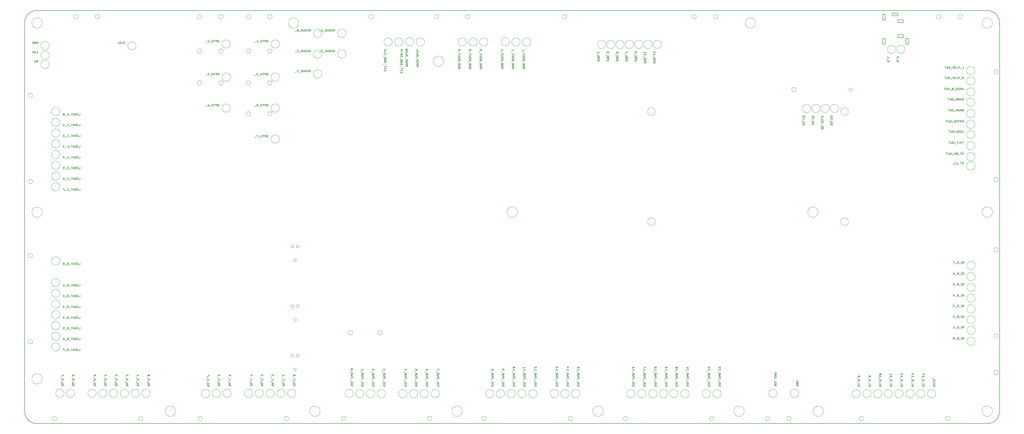
<source format=gbo>
G75*
%MOIN*%
%OFA0B0*%
%FSLAX25Y25*%
%IPPOS*%
%LPD*%
%AMOC8*
5,1,8,0,0,1.08239X$1,22.5*
%
%ADD10C,0.00500*%
%ADD11C,0.00000*%
%ADD12C,0.00315*%
D10*
X0019800Y0001800D02*
X1397800Y0001800D01*
X1398235Y0001805D01*
X1398670Y0001821D01*
X1399104Y0001847D01*
X1399537Y0001884D01*
X1399970Y0001931D01*
X1400401Y0001989D01*
X1400830Y0002057D01*
X1401258Y0002135D01*
X1401684Y0002224D01*
X1402108Y0002323D01*
X1402529Y0002432D01*
X1402947Y0002552D01*
X1403362Y0002681D01*
X1403774Y0002820D01*
X1404183Y0002970D01*
X1404588Y0003129D01*
X1404989Y0003298D01*
X1405385Y0003476D01*
X1405777Y0003664D01*
X1406165Y0003862D01*
X1406548Y0004069D01*
X1406925Y0004285D01*
X1407298Y0004510D01*
X1407664Y0004744D01*
X1408025Y0004986D01*
X1408380Y0005238D01*
X1408729Y0005498D01*
X1409071Y0005766D01*
X1409407Y0006042D01*
X1409736Y0006327D01*
X1410058Y0006619D01*
X1410373Y0006919D01*
X1410681Y0007227D01*
X1410981Y0007542D01*
X1411273Y0007864D01*
X1411558Y0008193D01*
X1411834Y0008529D01*
X1412102Y0008871D01*
X1412362Y0009220D01*
X1412614Y0009575D01*
X1412856Y0009936D01*
X1413090Y0010302D01*
X1413315Y0010675D01*
X1413531Y0011052D01*
X1413738Y0011435D01*
X1413936Y0011823D01*
X1414124Y0012215D01*
X1414302Y0012611D01*
X1414471Y0013012D01*
X1414630Y0013417D01*
X1414780Y0013826D01*
X1414919Y0014238D01*
X1415048Y0014653D01*
X1415168Y0015071D01*
X1415277Y0015492D01*
X1415376Y0015916D01*
X1415465Y0016342D01*
X1415543Y0016770D01*
X1415611Y0017199D01*
X1415669Y0017630D01*
X1415716Y0018063D01*
X1415753Y0018496D01*
X1415779Y0018930D01*
X1415795Y0019365D01*
X1415800Y0019800D01*
X1415800Y0583300D01*
X1415795Y0583735D01*
X1415779Y0584170D01*
X1415753Y0584604D01*
X1415716Y0585037D01*
X1415669Y0585470D01*
X1415611Y0585901D01*
X1415543Y0586330D01*
X1415465Y0586758D01*
X1415376Y0587184D01*
X1415277Y0587608D01*
X1415168Y0588029D01*
X1415048Y0588447D01*
X1414919Y0588862D01*
X1414780Y0589274D01*
X1414630Y0589683D01*
X1414471Y0590088D01*
X1414302Y0590489D01*
X1414124Y0590885D01*
X1413936Y0591277D01*
X1413738Y0591665D01*
X1413531Y0592048D01*
X1413315Y0592425D01*
X1413090Y0592798D01*
X1412856Y0593164D01*
X1412614Y0593525D01*
X1412362Y0593880D01*
X1412102Y0594229D01*
X1411834Y0594571D01*
X1411558Y0594907D01*
X1411273Y0595236D01*
X1410981Y0595558D01*
X1410681Y0595873D01*
X1410373Y0596181D01*
X1410058Y0596481D01*
X1409736Y0596773D01*
X1409407Y0597058D01*
X1409071Y0597334D01*
X1408729Y0597602D01*
X1408380Y0597862D01*
X1408025Y0598114D01*
X1407664Y0598356D01*
X1407298Y0598590D01*
X1406925Y0598815D01*
X1406548Y0599031D01*
X1406165Y0599238D01*
X1405777Y0599436D01*
X1405385Y0599624D01*
X1404989Y0599802D01*
X1404588Y0599971D01*
X1404183Y0600130D01*
X1403774Y0600280D01*
X1403362Y0600419D01*
X1402947Y0600548D01*
X1402529Y0600668D01*
X1402108Y0600777D01*
X1401684Y0600876D01*
X1401258Y0600965D01*
X1400830Y0601043D01*
X1400401Y0601111D01*
X1399970Y0601169D01*
X1399537Y0601216D01*
X1399104Y0601253D01*
X1398670Y0601279D01*
X1398235Y0601295D01*
X1397800Y0601300D01*
X0019800Y0601300D01*
X0019365Y0601295D01*
X0018930Y0601279D01*
X0018496Y0601253D01*
X0018063Y0601216D01*
X0017630Y0601169D01*
X0017199Y0601111D01*
X0016770Y0601043D01*
X0016342Y0600965D01*
X0015916Y0600876D01*
X0015492Y0600777D01*
X0015071Y0600668D01*
X0014653Y0600548D01*
X0014238Y0600419D01*
X0013826Y0600280D01*
X0013417Y0600130D01*
X0013012Y0599971D01*
X0012611Y0599802D01*
X0012215Y0599624D01*
X0011823Y0599436D01*
X0011435Y0599238D01*
X0011052Y0599031D01*
X0010675Y0598815D01*
X0010302Y0598590D01*
X0009936Y0598356D01*
X0009575Y0598114D01*
X0009220Y0597862D01*
X0008871Y0597602D01*
X0008529Y0597334D01*
X0008193Y0597058D01*
X0007864Y0596773D01*
X0007542Y0596481D01*
X0007227Y0596181D01*
X0006919Y0595873D01*
X0006619Y0595558D01*
X0006327Y0595236D01*
X0006042Y0594907D01*
X0005766Y0594571D01*
X0005498Y0594229D01*
X0005238Y0593880D01*
X0004986Y0593525D01*
X0004744Y0593164D01*
X0004510Y0592798D01*
X0004285Y0592425D01*
X0004069Y0592048D01*
X0003862Y0591665D01*
X0003664Y0591277D01*
X0003476Y0590885D01*
X0003298Y0590489D01*
X0003129Y0590088D01*
X0002970Y0589683D01*
X0002820Y0589274D01*
X0002681Y0588862D01*
X0002552Y0588447D01*
X0002432Y0588029D01*
X0002323Y0587608D01*
X0002224Y0587184D01*
X0002135Y0586758D01*
X0002057Y0586330D01*
X0001989Y0585901D01*
X0001931Y0585470D01*
X0001884Y0585037D01*
X0001847Y0584604D01*
X0001821Y0584170D01*
X0001805Y0583735D01*
X0001800Y0583300D01*
X0001800Y0019800D01*
X0001805Y0019365D01*
X0001821Y0018930D01*
X0001847Y0018496D01*
X0001884Y0018063D01*
X0001931Y0017630D01*
X0001989Y0017199D01*
X0002057Y0016770D01*
X0002135Y0016342D01*
X0002224Y0015916D01*
X0002323Y0015492D01*
X0002432Y0015071D01*
X0002552Y0014653D01*
X0002681Y0014238D01*
X0002820Y0013826D01*
X0002970Y0013417D01*
X0003129Y0013012D01*
X0003298Y0012611D01*
X0003476Y0012215D01*
X0003664Y0011823D01*
X0003862Y0011435D01*
X0004069Y0011052D01*
X0004285Y0010675D01*
X0004510Y0010302D01*
X0004744Y0009936D01*
X0004986Y0009575D01*
X0005238Y0009220D01*
X0005498Y0008871D01*
X0005766Y0008529D01*
X0006042Y0008193D01*
X0006327Y0007864D01*
X0006619Y0007542D01*
X0006919Y0007227D01*
X0007227Y0006919D01*
X0007542Y0006619D01*
X0007864Y0006327D01*
X0008193Y0006042D01*
X0008529Y0005766D01*
X0008871Y0005498D01*
X0009220Y0005238D01*
X0009575Y0004986D01*
X0009936Y0004744D01*
X0010302Y0004510D01*
X0010675Y0004285D01*
X0011052Y0004069D01*
X0011435Y0003862D01*
X0011823Y0003664D01*
X0012215Y0003476D01*
X0012611Y0003298D01*
X0013012Y0003129D01*
X0013417Y0002970D01*
X0013826Y0002820D01*
X0014238Y0002681D01*
X0014653Y0002552D01*
X0015071Y0002432D01*
X0015492Y0002323D01*
X0015916Y0002224D01*
X0016342Y0002135D01*
X0016770Y0002057D01*
X0017199Y0001989D01*
X0017630Y0001931D01*
X0018063Y0001884D01*
X0018496Y0001847D01*
X0018930Y0001821D01*
X0019365Y0001805D01*
X0019800Y0001800D01*
X0056000Y0056050D02*
X0055550Y0056500D01*
X0055550Y0057401D01*
X0056000Y0057852D01*
X0056451Y0057852D01*
X0056901Y0057401D01*
X0056901Y0056500D01*
X0057352Y0056050D01*
X0057802Y0056050D01*
X0058252Y0056500D01*
X0058252Y0057401D01*
X0057802Y0057852D01*
X0058252Y0058997D02*
X0055550Y0058997D01*
X0056451Y0059897D01*
X0055550Y0060798D01*
X0058252Y0060798D01*
X0055100Y0061943D02*
X0055100Y0063745D01*
X0055550Y0064890D02*
X0058252Y0064890D01*
X0058252Y0066241D01*
X0057802Y0066691D01*
X0056901Y0066691D01*
X0056451Y0066241D01*
X0056451Y0064890D01*
X0056451Y0065790D02*
X0055550Y0066691D01*
X0055100Y0067836D02*
X0055100Y0069638D01*
X0055550Y0070783D02*
X0056000Y0070783D01*
X0057802Y0072584D01*
X0058252Y0072584D01*
X0058252Y0070783D01*
X0070748Y0069638D02*
X0070748Y0067836D01*
X0071199Y0066691D02*
X0072099Y0065790D01*
X0072099Y0066241D02*
X0072099Y0064890D01*
X0071199Y0064890D02*
X0073901Y0064890D01*
X0073901Y0066241D01*
X0073451Y0066691D01*
X0072550Y0066691D01*
X0072099Y0066241D01*
X0070748Y0063745D02*
X0070748Y0061943D01*
X0071199Y0060798D02*
X0073901Y0060798D01*
X0073901Y0058997D02*
X0071199Y0058997D01*
X0072099Y0059897D01*
X0071199Y0060798D01*
X0071649Y0057852D02*
X0071199Y0057401D01*
X0071199Y0056500D01*
X0071649Y0056050D01*
X0072550Y0056500D02*
X0072550Y0057401D01*
X0072099Y0057852D01*
X0071649Y0057852D01*
X0072550Y0056500D02*
X0073000Y0056050D01*
X0073451Y0056050D01*
X0073901Y0056500D01*
X0073901Y0057401D01*
X0073451Y0057852D01*
X0072550Y0070783D02*
X0072550Y0072134D01*
X0072099Y0072584D01*
X0071649Y0072584D01*
X0071199Y0072134D01*
X0071199Y0071233D01*
X0071649Y0070783D01*
X0072550Y0070783D01*
X0073451Y0071683D01*
X0073901Y0072584D01*
X0101929Y0069638D02*
X0101929Y0067836D01*
X0102380Y0066691D02*
X0103280Y0065790D01*
X0103280Y0066241D02*
X0103280Y0064890D01*
X0102380Y0064890D02*
X0105082Y0064890D01*
X0105082Y0066241D01*
X0104632Y0066691D01*
X0103731Y0066691D01*
X0103280Y0066241D01*
X0101929Y0063745D02*
X0101929Y0061943D01*
X0102380Y0060798D02*
X0105082Y0060798D01*
X0105082Y0058997D02*
X0102380Y0058997D01*
X0103280Y0059897D01*
X0102380Y0060798D01*
X0102830Y0057852D02*
X0102380Y0057401D01*
X0102380Y0056500D01*
X0102830Y0056050D01*
X0103731Y0056500D02*
X0103731Y0057401D01*
X0103280Y0057852D01*
X0102830Y0057852D01*
X0103731Y0056500D02*
X0104181Y0056050D01*
X0104632Y0056050D01*
X0105082Y0056500D01*
X0105082Y0057401D01*
X0104632Y0057852D01*
X0117970Y0057401D02*
X0117970Y0056500D01*
X0118421Y0056050D01*
X0119321Y0056500D02*
X0119321Y0057401D01*
X0118871Y0057852D01*
X0118421Y0057852D01*
X0117970Y0057401D01*
X0117970Y0058997D02*
X0118871Y0059897D01*
X0117970Y0060798D01*
X0120673Y0060798D01*
X0120673Y0058997D02*
X0117970Y0058997D01*
X0120222Y0057852D02*
X0120673Y0057401D01*
X0120673Y0056500D01*
X0120222Y0056050D01*
X0119772Y0056050D01*
X0119321Y0056500D01*
X0117520Y0061943D02*
X0117520Y0063745D01*
X0117970Y0064890D02*
X0120673Y0064890D01*
X0120673Y0066241D01*
X0120222Y0066691D01*
X0119321Y0066691D01*
X0118871Y0066241D01*
X0118871Y0064890D01*
X0118871Y0065790D02*
X0117970Y0066691D01*
X0117520Y0067836D02*
X0117520Y0069638D01*
X0119321Y0070783D02*
X0119321Y0072584D01*
X0117970Y0072134D02*
X0120673Y0072134D01*
X0119321Y0070783D01*
X0133100Y0069638D02*
X0133100Y0067836D01*
X0133550Y0066691D02*
X0134451Y0065790D01*
X0134451Y0066241D02*
X0134451Y0064890D01*
X0133550Y0064890D02*
X0136252Y0064890D01*
X0136252Y0066241D01*
X0135802Y0066691D01*
X0134901Y0066691D01*
X0134451Y0066241D01*
X0133100Y0063745D02*
X0133100Y0061943D01*
X0133550Y0060798D02*
X0136252Y0060798D01*
X0136252Y0058997D02*
X0133550Y0058997D01*
X0134451Y0059897D01*
X0133550Y0060798D01*
X0134000Y0057852D02*
X0133550Y0057401D01*
X0133550Y0056500D01*
X0134000Y0056050D01*
X0134901Y0056500D02*
X0134901Y0057401D01*
X0134451Y0057852D01*
X0134000Y0057852D01*
X0134901Y0056500D02*
X0135352Y0056050D01*
X0135802Y0056050D01*
X0136252Y0056500D01*
X0136252Y0057401D01*
X0135802Y0057852D01*
X0149151Y0057401D02*
X0149151Y0056500D01*
X0149602Y0056050D01*
X0150503Y0056500D02*
X0150503Y0057401D01*
X0150052Y0057852D01*
X0149602Y0057852D01*
X0149151Y0057401D01*
X0149151Y0058997D02*
X0150052Y0059897D01*
X0149151Y0060798D01*
X0151854Y0060798D01*
X0151854Y0058997D02*
X0149151Y0058997D01*
X0151403Y0057852D02*
X0151854Y0057401D01*
X0151854Y0056500D01*
X0151403Y0056050D01*
X0150953Y0056050D01*
X0150503Y0056500D01*
X0148701Y0061943D02*
X0148701Y0063745D01*
X0149151Y0064890D02*
X0151854Y0064890D01*
X0151854Y0066241D01*
X0151403Y0066691D01*
X0150503Y0066691D01*
X0150052Y0066241D01*
X0150052Y0064890D01*
X0150052Y0065790D02*
X0149151Y0066691D01*
X0148701Y0067836D02*
X0148701Y0069638D01*
X0149151Y0070783D02*
X0150953Y0072584D01*
X0151403Y0072584D01*
X0151854Y0072134D01*
X0151854Y0071233D01*
X0151403Y0070783D01*
X0149151Y0070783D02*
X0149151Y0072584D01*
X0136252Y0072134D02*
X0135802Y0072584D01*
X0135352Y0072584D01*
X0134901Y0072134D01*
X0134451Y0072584D01*
X0134000Y0072584D01*
X0133550Y0072134D01*
X0133550Y0071233D01*
X0134000Y0070783D01*
X0134901Y0071683D02*
X0134901Y0072134D01*
X0136252Y0072134D02*
X0136252Y0071233D01*
X0135802Y0070783D01*
X0164292Y0069638D02*
X0164292Y0067836D01*
X0164742Y0066691D02*
X0165643Y0065790D01*
X0165643Y0066241D02*
X0165643Y0064890D01*
X0164742Y0064890D02*
X0167444Y0064890D01*
X0167444Y0066241D01*
X0166994Y0066691D01*
X0166093Y0066691D01*
X0165643Y0066241D01*
X0164292Y0063745D02*
X0164292Y0061943D01*
X0164742Y0060798D02*
X0167444Y0060798D01*
X0167444Y0058997D02*
X0164742Y0058997D01*
X0165643Y0059897D01*
X0164742Y0060798D01*
X0165192Y0057852D02*
X0164742Y0057401D01*
X0164742Y0056500D01*
X0165192Y0056050D01*
X0166093Y0056500D02*
X0166093Y0057401D01*
X0165643Y0057852D01*
X0165192Y0057852D01*
X0166093Y0056500D02*
X0166543Y0056050D01*
X0166994Y0056050D01*
X0167444Y0056500D01*
X0167444Y0057401D01*
X0166994Y0057852D01*
X0180550Y0057401D02*
X0180550Y0056500D01*
X0181000Y0056050D01*
X0181901Y0056500D02*
X0181901Y0057401D01*
X0181451Y0057852D01*
X0181000Y0057852D01*
X0180550Y0057401D01*
X0180550Y0058997D02*
X0181451Y0059897D01*
X0180550Y0060798D01*
X0183252Y0060798D01*
X0183252Y0058997D02*
X0180550Y0058997D01*
X0182802Y0057852D02*
X0183252Y0057401D01*
X0183252Y0056500D01*
X0182802Y0056050D01*
X0182352Y0056050D01*
X0181901Y0056500D01*
X0180100Y0061943D02*
X0180100Y0063745D01*
X0180550Y0064890D02*
X0183252Y0064890D01*
X0183252Y0066241D01*
X0182802Y0066691D01*
X0181901Y0066691D01*
X0181451Y0066241D01*
X0181451Y0064890D01*
X0181451Y0065790D02*
X0180550Y0066691D01*
X0180100Y0067836D02*
X0180100Y0069638D01*
X0181000Y0070783D02*
X0182802Y0072584D01*
X0181000Y0072584D01*
X0180550Y0072134D01*
X0180550Y0071233D01*
X0181000Y0070783D01*
X0182802Y0070783D01*
X0183252Y0071233D01*
X0183252Y0072134D01*
X0182802Y0072584D01*
X0167444Y0071683D02*
X0164742Y0071683D01*
X0164742Y0070783D02*
X0164742Y0072584D01*
X0166543Y0070783D02*
X0167444Y0071683D01*
X0105082Y0070783D02*
X0103731Y0070783D01*
X0104181Y0071683D01*
X0104181Y0072134D01*
X0103731Y0072584D01*
X0102830Y0072584D01*
X0102380Y0072134D01*
X0102380Y0071233D01*
X0102830Y0070783D01*
X0105082Y0070783D02*
X0105082Y0072584D01*
X0082086Y0107568D02*
X0080285Y0107568D01*
X0079140Y0107568D02*
X0078239Y0107568D01*
X0078690Y0107568D02*
X0078690Y0110270D01*
X0079140Y0110270D02*
X0078239Y0110270D01*
X0077176Y0109819D02*
X0077176Y0108018D01*
X0076725Y0107568D01*
X0075824Y0107568D01*
X0075374Y0108018D01*
X0075374Y0108919D01*
X0076275Y0108919D01*
X0077176Y0109819D02*
X0076725Y0110270D01*
X0075824Y0110270D01*
X0075374Y0109819D01*
X0074229Y0110270D02*
X0074229Y0107568D01*
X0074229Y0108919D02*
X0072428Y0108919D01*
X0072428Y0110270D02*
X0072428Y0107568D01*
X0070382Y0107568D02*
X0070382Y0110270D01*
X0071283Y0110270D02*
X0069481Y0110270D01*
X0068336Y0107117D02*
X0066535Y0107117D01*
X0065390Y0107568D02*
X0065390Y0110270D01*
X0064038Y0110270D01*
X0063588Y0109819D01*
X0063588Y0108919D01*
X0064038Y0108468D01*
X0065390Y0108468D01*
X0064489Y0108468D02*
X0063588Y0107568D01*
X0062443Y0107117D02*
X0060641Y0107117D01*
X0059497Y0107568D02*
X0059497Y0108018D01*
X0057695Y0109819D01*
X0057695Y0110270D01*
X0059497Y0110270D01*
X0082086Y0110270D02*
X0082086Y0107568D01*
X0082086Y0123158D02*
X0080285Y0123158D01*
X0079140Y0123158D02*
X0078239Y0123158D01*
X0078690Y0123158D02*
X0078690Y0125860D01*
X0079140Y0125860D02*
X0078239Y0125860D01*
X0077176Y0125410D02*
X0077176Y0123608D01*
X0076725Y0123158D01*
X0075824Y0123158D01*
X0075374Y0123608D01*
X0075374Y0124509D01*
X0076275Y0124509D01*
X0077176Y0125410D02*
X0076725Y0125860D01*
X0075824Y0125860D01*
X0075374Y0125410D01*
X0074229Y0125860D02*
X0074229Y0123158D01*
X0074229Y0124509D02*
X0072428Y0124509D01*
X0072428Y0125860D02*
X0072428Y0123158D01*
X0070382Y0123158D02*
X0070382Y0125860D01*
X0071283Y0125860D02*
X0069481Y0125860D01*
X0068336Y0122708D02*
X0066535Y0122708D01*
X0065390Y0123158D02*
X0065390Y0125860D01*
X0064038Y0125860D01*
X0063588Y0125410D01*
X0063588Y0124509D01*
X0064038Y0124059D01*
X0065390Y0124059D01*
X0064489Y0124059D02*
X0063588Y0123158D01*
X0062443Y0122708D02*
X0060641Y0122708D01*
X0059497Y0123608D02*
X0059046Y0123158D01*
X0058145Y0123158D01*
X0057695Y0123608D01*
X0057695Y0124059D01*
X0058145Y0124509D01*
X0059497Y0124509D01*
X0059497Y0123608D01*
X0059497Y0124509D02*
X0058596Y0125410D01*
X0057695Y0125860D01*
X0082086Y0125860D02*
X0082086Y0123158D01*
X0082086Y0138749D02*
X0080285Y0138749D01*
X0079140Y0138749D02*
X0078239Y0138749D01*
X0078690Y0138749D02*
X0078690Y0141451D01*
X0079140Y0141451D02*
X0078239Y0141451D01*
X0077176Y0141001D02*
X0077176Y0139199D01*
X0076725Y0138749D01*
X0075824Y0138749D01*
X0075374Y0139199D01*
X0075374Y0140100D01*
X0076275Y0140100D01*
X0077176Y0141001D02*
X0076725Y0141451D01*
X0075824Y0141451D01*
X0075374Y0141001D01*
X0074229Y0141451D02*
X0074229Y0138749D01*
X0074229Y0140100D02*
X0072428Y0140100D01*
X0072428Y0141451D02*
X0072428Y0138749D01*
X0070382Y0138749D02*
X0070382Y0141451D01*
X0071283Y0141451D02*
X0069481Y0141451D01*
X0068336Y0138298D02*
X0066535Y0138298D01*
X0065390Y0138749D02*
X0065390Y0141451D01*
X0064038Y0141451D01*
X0063588Y0141001D01*
X0063588Y0140100D01*
X0064038Y0139649D01*
X0065390Y0139649D01*
X0064489Y0139649D02*
X0063588Y0138749D01*
X0062443Y0138298D02*
X0060641Y0138298D01*
X0059497Y0139199D02*
X0059046Y0138749D01*
X0058145Y0138749D01*
X0057695Y0139199D01*
X0057695Y0140100D01*
X0058145Y0140550D01*
X0058596Y0140550D01*
X0059497Y0140100D01*
X0059497Y0141451D01*
X0057695Y0141451D01*
X0082086Y0141451D02*
X0082086Y0138749D01*
X0068336Y0153889D02*
X0066535Y0153889D01*
X0065390Y0154339D02*
X0065390Y0157041D01*
X0064038Y0157041D01*
X0063588Y0156591D01*
X0063588Y0155690D01*
X0064038Y0155240D01*
X0065390Y0155240D01*
X0064489Y0155240D02*
X0063588Y0154339D01*
X0062443Y0153889D02*
X0060641Y0153889D01*
X0059497Y0155690D02*
X0057695Y0155690D01*
X0058145Y0154339D02*
X0058145Y0157041D01*
X0059497Y0155690D01*
X0069481Y0157041D02*
X0071283Y0157041D01*
X0070382Y0157041D02*
X0070382Y0154339D01*
X0072428Y0154339D02*
X0072428Y0157041D01*
X0072428Y0155690D02*
X0074229Y0155690D01*
X0075374Y0155690D02*
X0076275Y0155690D01*
X0075374Y0155690D02*
X0075374Y0154790D01*
X0075824Y0154339D01*
X0076725Y0154339D01*
X0077176Y0154790D01*
X0077176Y0156591D01*
X0076725Y0157041D01*
X0075824Y0157041D01*
X0075374Y0156591D01*
X0074229Y0157041D02*
X0074229Y0154339D01*
X0078239Y0154339D02*
X0079140Y0154339D01*
X0078690Y0154339D02*
X0078690Y0157041D01*
X0079140Y0157041D02*
X0078239Y0157041D01*
X0080285Y0154339D02*
X0082086Y0154339D01*
X0082086Y0157041D01*
X0082086Y0169930D02*
X0080285Y0169930D01*
X0079140Y0169930D02*
X0078239Y0169930D01*
X0078690Y0169930D02*
X0078690Y0172632D01*
X0079140Y0172632D02*
X0078239Y0172632D01*
X0077176Y0172182D02*
X0077176Y0170380D01*
X0076725Y0169930D01*
X0075824Y0169930D01*
X0075374Y0170380D01*
X0075374Y0171281D01*
X0076275Y0171281D01*
X0077176Y0172182D02*
X0076725Y0172632D01*
X0075824Y0172632D01*
X0075374Y0172182D01*
X0074229Y0172632D02*
X0074229Y0169930D01*
X0074229Y0171281D02*
X0072428Y0171281D01*
X0072428Y0172632D02*
X0072428Y0169930D01*
X0070382Y0169930D02*
X0070382Y0172632D01*
X0071283Y0172632D02*
X0069481Y0172632D01*
X0068336Y0169479D02*
X0066535Y0169479D01*
X0065390Y0169930D02*
X0065390Y0172632D01*
X0064038Y0172632D01*
X0063588Y0172182D01*
X0063588Y0171281D01*
X0064038Y0170830D01*
X0065390Y0170830D01*
X0064489Y0170830D02*
X0063588Y0169930D01*
X0062443Y0169479D02*
X0060641Y0169479D01*
X0059497Y0170380D02*
X0059046Y0169930D01*
X0058145Y0169930D01*
X0057695Y0170380D01*
X0057695Y0170830D01*
X0058145Y0171281D01*
X0058596Y0171281D01*
X0058145Y0171281D02*
X0057695Y0171731D01*
X0057695Y0172182D01*
X0058145Y0172632D01*
X0059046Y0172632D01*
X0059497Y0172182D01*
X0082086Y0172632D02*
X0082086Y0169930D01*
X0082086Y0185520D02*
X0080285Y0185520D01*
X0079140Y0185520D02*
X0078239Y0185520D01*
X0078690Y0185520D02*
X0078690Y0188223D01*
X0079140Y0188223D02*
X0078239Y0188223D01*
X0077176Y0187772D02*
X0077176Y0185971D01*
X0076725Y0185520D01*
X0075824Y0185520D01*
X0075374Y0185971D01*
X0075374Y0186871D01*
X0076275Y0186871D01*
X0077176Y0187772D02*
X0076725Y0188223D01*
X0075824Y0188223D01*
X0075374Y0187772D01*
X0074229Y0188223D02*
X0074229Y0185520D01*
X0074229Y0186871D02*
X0072428Y0186871D01*
X0072428Y0185520D02*
X0072428Y0188223D01*
X0071283Y0188223D02*
X0069481Y0188223D01*
X0070382Y0188223D02*
X0070382Y0185520D01*
X0068336Y0185070D02*
X0066535Y0185070D01*
X0065390Y0185520D02*
X0065390Y0188223D01*
X0064038Y0188223D01*
X0063588Y0187772D01*
X0063588Y0186871D01*
X0064038Y0186421D01*
X0065390Y0186421D01*
X0064489Y0186421D02*
X0063588Y0185520D01*
X0062443Y0185070D02*
X0060641Y0185070D01*
X0059497Y0185520D02*
X0057695Y0187322D01*
X0057695Y0187772D01*
X0058145Y0188223D01*
X0059046Y0188223D01*
X0059497Y0187772D01*
X0059497Y0185520D02*
X0057695Y0185520D01*
X0082086Y0185520D02*
X0082086Y0188223D01*
X0082086Y0201111D02*
X0080285Y0201111D01*
X0079140Y0201111D02*
X0078239Y0201111D01*
X0078690Y0201111D02*
X0078690Y0203813D01*
X0079140Y0203813D02*
X0078239Y0203813D01*
X0077176Y0203363D02*
X0076725Y0203813D01*
X0075824Y0203813D01*
X0075374Y0203363D01*
X0075374Y0202462D02*
X0076275Y0202462D01*
X0075374Y0202462D02*
X0075374Y0201561D01*
X0075824Y0201111D01*
X0076725Y0201111D01*
X0077176Y0201561D01*
X0077176Y0203363D01*
X0074229Y0203813D02*
X0074229Y0201111D01*
X0074229Y0202462D02*
X0072428Y0202462D01*
X0072428Y0203813D02*
X0072428Y0201111D01*
X0070382Y0201111D02*
X0070382Y0203813D01*
X0071283Y0203813D02*
X0069481Y0203813D01*
X0068336Y0200660D02*
X0066535Y0200660D01*
X0065390Y0201111D02*
X0065390Y0203813D01*
X0064038Y0203813D01*
X0063588Y0203363D01*
X0063588Y0202462D01*
X0064038Y0202012D01*
X0065390Y0202012D01*
X0064489Y0202012D02*
X0063588Y0201111D01*
X0062443Y0200660D02*
X0060641Y0200660D01*
X0059497Y0201111D02*
X0057695Y0201111D01*
X0058596Y0201111D02*
X0058596Y0203813D01*
X0059497Y0202912D01*
X0082086Y0203813D02*
X0082086Y0201111D01*
X0082086Y0232350D02*
X0080285Y0232350D01*
X0079140Y0232350D02*
X0078239Y0232350D01*
X0078690Y0232350D02*
X0078690Y0235052D01*
X0079140Y0235052D02*
X0078239Y0235052D01*
X0077176Y0234602D02*
X0077176Y0232800D01*
X0076725Y0232350D01*
X0075824Y0232350D01*
X0075374Y0232800D01*
X0075374Y0233701D01*
X0076275Y0233701D01*
X0077176Y0234602D02*
X0076725Y0235052D01*
X0075824Y0235052D01*
X0075374Y0234602D01*
X0074229Y0235052D02*
X0074229Y0232350D01*
X0074229Y0233701D02*
X0072428Y0233701D01*
X0072428Y0235052D02*
X0072428Y0232350D01*
X0070382Y0232350D02*
X0070382Y0235052D01*
X0071283Y0235052D02*
X0069481Y0235052D01*
X0068336Y0231900D02*
X0066535Y0231900D01*
X0065390Y0232350D02*
X0065390Y0235052D01*
X0064038Y0235052D01*
X0063588Y0234602D01*
X0063588Y0233701D01*
X0064038Y0233251D01*
X0065390Y0233251D01*
X0064489Y0233251D02*
X0063588Y0232350D01*
X0062443Y0231900D02*
X0060641Y0231900D01*
X0059497Y0232800D02*
X0057695Y0234602D01*
X0057695Y0232800D01*
X0058145Y0232350D01*
X0059046Y0232350D01*
X0059497Y0232800D01*
X0059497Y0234602D01*
X0059046Y0235052D01*
X0058145Y0235052D01*
X0057695Y0234602D01*
X0082086Y0235052D02*
X0082086Y0232350D01*
X0082086Y0340193D02*
X0080285Y0340193D01*
X0079140Y0340193D02*
X0078239Y0340193D01*
X0078690Y0340193D02*
X0078690Y0342895D01*
X0079140Y0342895D02*
X0078239Y0342895D01*
X0077176Y0342444D02*
X0077176Y0340643D01*
X0076725Y0340193D01*
X0075824Y0340193D01*
X0075374Y0340643D01*
X0075374Y0341544D01*
X0076275Y0341544D01*
X0077176Y0342444D02*
X0076725Y0342895D01*
X0075824Y0342895D01*
X0075374Y0342444D01*
X0074229Y0342895D02*
X0074229Y0340193D01*
X0074229Y0341544D02*
X0072428Y0341544D01*
X0072428Y0342895D02*
X0072428Y0340193D01*
X0070382Y0340193D02*
X0070382Y0342895D01*
X0071283Y0342895D02*
X0069481Y0342895D01*
X0068336Y0339742D02*
X0066535Y0339742D01*
X0065390Y0340643D02*
X0064939Y0340193D01*
X0064038Y0340193D01*
X0063588Y0340643D01*
X0062443Y0339742D02*
X0060641Y0339742D01*
X0059497Y0340193D02*
X0059497Y0340643D01*
X0057695Y0342444D01*
X0057695Y0342895D01*
X0059497Y0342895D01*
X0063588Y0342444D02*
X0064038Y0342895D01*
X0064939Y0342895D01*
X0065390Y0342444D01*
X0065390Y0340643D01*
X0082086Y0340193D02*
X0082086Y0342895D01*
X0082086Y0355783D02*
X0080285Y0355783D01*
X0079140Y0355783D02*
X0078239Y0355783D01*
X0078690Y0355783D02*
X0078690Y0358485D01*
X0079140Y0358485D02*
X0078239Y0358485D01*
X0077176Y0358035D02*
X0077176Y0356233D01*
X0076725Y0355783D01*
X0075824Y0355783D01*
X0075374Y0356233D01*
X0075374Y0357134D01*
X0076275Y0357134D01*
X0077176Y0358035D02*
X0076725Y0358485D01*
X0075824Y0358485D01*
X0075374Y0358035D01*
X0074229Y0358485D02*
X0074229Y0355783D01*
X0074229Y0357134D02*
X0072428Y0357134D01*
X0072428Y0358485D02*
X0072428Y0355783D01*
X0070382Y0355783D02*
X0070382Y0358485D01*
X0071283Y0358485D02*
X0069481Y0358485D01*
X0068336Y0355333D02*
X0066535Y0355333D01*
X0065390Y0356233D02*
X0064939Y0355783D01*
X0064038Y0355783D01*
X0063588Y0356233D01*
X0062443Y0355333D02*
X0060641Y0355333D01*
X0059497Y0356233D02*
X0059046Y0355783D01*
X0058145Y0355783D01*
X0057695Y0356233D01*
X0057695Y0356684D01*
X0058145Y0357134D01*
X0059497Y0357134D01*
X0059497Y0356233D01*
X0059497Y0357134D02*
X0058596Y0358035D01*
X0057695Y0358485D01*
X0063588Y0358035D02*
X0064038Y0358485D01*
X0064939Y0358485D01*
X0065390Y0358035D01*
X0065390Y0356233D01*
X0082086Y0355783D02*
X0082086Y0358485D01*
X0082086Y0371374D02*
X0080285Y0371374D01*
X0079140Y0371374D02*
X0078239Y0371374D01*
X0078690Y0371374D02*
X0078690Y0374076D01*
X0079140Y0374076D02*
X0078239Y0374076D01*
X0077176Y0373626D02*
X0077176Y0371824D01*
X0076725Y0371374D01*
X0075824Y0371374D01*
X0075374Y0371824D01*
X0075374Y0372725D01*
X0076275Y0372725D01*
X0077176Y0373626D02*
X0076725Y0374076D01*
X0075824Y0374076D01*
X0075374Y0373626D01*
X0074229Y0374076D02*
X0074229Y0371374D01*
X0074229Y0372725D02*
X0072428Y0372725D01*
X0072428Y0374076D02*
X0072428Y0371374D01*
X0070382Y0371374D02*
X0070382Y0374076D01*
X0071283Y0374076D02*
X0069481Y0374076D01*
X0068336Y0370923D02*
X0066535Y0370923D01*
X0065390Y0371824D02*
X0064939Y0371374D01*
X0064038Y0371374D01*
X0063588Y0371824D01*
X0062443Y0370923D02*
X0060641Y0370923D01*
X0059497Y0371824D02*
X0059046Y0371374D01*
X0058145Y0371374D01*
X0057695Y0371824D01*
X0057695Y0372725D01*
X0058145Y0373175D01*
X0058596Y0373175D01*
X0059497Y0372725D01*
X0059497Y0374076D01*
X0057695Y0374076D01*
X0063588Y0373626D02*
X0064038Y0374076D01*
X0064939Y0374076D01*
X0065390Y0373626D01*
X0065390Y0371824D01*
X0082086Y0371374D02*
X0082086Y0374076D01*
X0082086Y0386964D02*
X0080285Y0386964D01*
X0079140Y0386964D02*
X0078239Y0386964D01*
X0078690Y0386964D02*
X0078690Y0389666D01*
X0079140Y0389666D02*
X0078239Y0389666D01*
X0077176Y0389216D02*
X0077176Y0387415D01*
X0076725Y0386964D01*
X0075824Y0386964D01*
X0075374Y0387415D01*
X0075374Y0388315D01*
X0076275Y0388315D01*
X0077176Y0389216D02*
X0076725Y0389666D01*
X0075824Y0389666D01*
X0075374Y0389216D01*
X0074229Y0389666D02*
X0074229Y0386964D01*
X0074229Y0388315D02*
X0072428Y0388315D01*
X0072428Y0389666D02*
X0072428Y0386964D01*
X0070382Y0386964D02*
X0070382Y0389666D01*
X0071283Y0389666D02*
X0069481Y0389666D01*
X0068336Y0386514D02*
X0066535Y0386514D01*
X0065390Y0387415D02*
X0064939Y0386964D01*
X0064038Y0386964D01*
X0063588Y0387415D01*
X0062443Y0386514D02*
X0060641Y0386514D01*
X0059497Y0388315D02*
X0057695Y0388315D01*
X0058145Y0386964D02*
X0058145Y0389666D01*
X0059497Y0388315D01*
X0063588Y0389216D02*
X0064038Y0389666D01*
X0064939Y0389666D01*
X0065390Y0389216D01*
X0065390Y0387415D01*
X0082086Y0386964D02*
X0082086Y0389666D01*
X0082086Y0402555D02*
X0080285Y0402555D01*
X0079140Y0402555D02*
X0078239Y0402555D01*
X0078690Y0402555D02*
X0078690Y0405257D01*
X0079140Y0405257D02*
X0078239Y0405257D01*
X0077176Y0404807D02*
X0077176Y0403005D01*
X0076725Y0402555D01*
X0075824Y0402555D01*
X0075374Y0403005D01*
X0075374Y0403906D01*
X0076275Y0403906D01*
X0077176Y0404807D02*
X0076725Y0405257D01*
X0075824Y0405257D01*
X0075374Y0404807D01*
X0074229Y0405257D02*
X0074229Y0402555D01*
X0074229Y0403906D02*
X0072428Y0403906D01*
X0072428Y0405257D02*
X0072428Y0402555D01*
X0070382Y0402555D02*
X0070382Y0405257D01*
X0071283Y0405257D02*
X0069481Y0405257D01*
X0068336Y0402104D02*
X0066535Y0402104D01*
X0065390Y0403005D02*
X0064939Y0402555D01*
X0064038Y0402555D01*
X0063588Y0403005D01*
X0062443Y0402104D02*
X0060641Y0402104D01*
X0059497Y0403005D02*
X0059046Y0402555D01*
X0058145Y0402555D01*
X0057695Y0403005D01*
X0057695Y0403455D01*
X0058145Y0403906D01*
X0058596Y0403906D01*
X0058145Y0403906D02*
X0057695Y0404356D01*
X0057695Y0404807D01*
X0058145Y0405257D01*
X0059046Y0405257D01*
X0059497Y0404807D01*
X0063588Y0404807D02*
X0064038Y0405257D01*
X0064939Y0405257D01*
X0065390Y0404807D01*
X0065390Y0403005D01*
X0082086Y0402555D02*
X0082086Y0405257D01*
X0082086Y0418145D02*
X0080285Y0418145D01*
X0079140Y0418145D02*
X0078239Y0418145D01*
X0078690Y0418145D02*
X0078690Y0420848D01*
X0079140Y0420848D02*
X0078239Y0420848D01*
X0077176Y0420397D02*
X0077176Y0418596D01*
X0076725Y0418145D01*
X0075824Y0418145D01*
X0075374Y0418596D01*
X0075374Y0419496D01*
X0076275Y0419496D01*
X0077176Y0420397D02*
X0076725Y0420848D01*
X0075824Y0420848D01*
X0075374Y0420397D01*
X0074229Y0420848D02*
X0074229Y0418145D01*
X0074229Y0419496D02*
X0072428Y0419496D01*
X0072428Y0418145D02*
X0072428Y0420848D01*
X0071283Y0420848D02*
X0069481Y0420848D01*
X0070382Y0420848D02*
X0070382Y0418145D01*
X0068336Y0417695D02*
X0066535Y0417695D01*
X0065390Y0418596D02*
X0064939Y0418145D01*
X0064038Y0418145D01*
X0063588Y0418596D01*
X0062443Y0417695D02*
X0060641Y0417695D01*
X0059497Y0418145D02*
X0057695Y0419947D01*
X0057695Y0420397D01*
X0058145Y0420848D01*
X0059046Y0420848D01*
X0059497Y0420397D01*
X0059497Y0418145D02*
X0057695Y0418145D01*
X0063588Y0420397D02*
X0064038Y0420848D01*
X0064939Y0420848D01*
X0065390Y0420397D01*
X0065390Y0418596D01*
X0082086Y0418145D02*
X0082086Y0420848D01*
X0082086Y0433736D02*
X0080285Y0433736D01*
X0079140Y0433736D02*
X0078239Y0433736D01*
X0078690Y0433736D02*
X0078690Y0436438D01*
X0079140Y0436438D02*
X0078239Y0436438D01*
X0077176Y0435988D02*
X0077176Y0434186D01*
X0076725Y0433736D01*
X0075824Y0433736D01*
X0075374Y0434186D01*
X0075374Y0435087D01*
X0076275Y0435087D01*
X0077176Y0435988D02*
X0076725Y0436438D01*
X0075824Y0436438D01*
X0075374Y0435988D01*
X0074229Y0436438D02*
X0074229Y0433736D01*
X0074229Y0435087D02*
X0072428Y0435087D01*
X0072428Y0436438D02*
X0072428Y0433736D01*
X0070382Y0433736D02*
X0070382Y0436438D01*
X0071283Y0436438D02*
X0069481Y0436438D01*
X0068336Y0433285D02*
X0066535Y0433285D01*
X0065390Y0434186D02*
X0064939Y0433736D01*
X0064038Y0433736D01*
X0063588Y0434186D01*
X0062443Y0433285D02*
X0060641Y0433285D01*
X0059497Y0433736D02*
X0057695Y0433736D01*
X0058596Y0433736D02*
X0058596Y0436438D01*
X0059497Y0435537D01*
X0063588Y0435988D02*
X0064038Y0436438D01*
X0064939Y0436438D01*
X0065390Y0435988D01*
X0065390Y0434186D01*
X0082086Y0433736D02*
X0082086Y0436438D01*
X0082086Y0449326D02*
X0080285Y0449326D01*
X0079140Y0449326D02*
X0078239Y0449326D01*
X0078690Y0449326D02*
X0078690Y0452029D01*
X0079140Y0452029D02*
X0078239Y0452029D01*
X0077176Y0451578D02*
X0077176Y0449777D01*
X0076725Y0449326D01*
X0075824Y0449326D01*
X0075374Y0449777D01*
X0075374Y0450678D01*
X0076275Y0450678D01*
X0077176Y0451578D02*
X0076725Y0452029D01*
X0075824Y0452029D01*
X0075374Y0451578D01*
X0074229Y0452029D02*
X0074229Y0449326D01*
X0074229Y0450678D02*
X0072428Y0450678D01*
X0072428Y0452029D02*
X0072428Y0449326D01*
X0070382Y0449326D02*
X0070382Y0452029D01*
X0071283Y0452029D02*
X0069481Y0452029D01*
X0068336Y0448876D02*
X0066535Y0448876D01*
X0065390Y0449777D02*
X0064939Y0449326D01*
X0064038Y0449326D01*
X0063588Y0449777D01*
X0062443Y0448876D02*
X0060641Y0448876D01*
X0059497Y0449777D02*
X0057695Y0451578D01*
X0057695Y0449777D01*
X0058145Y0449326D01*
X0059046Y0449326D01*
X0059497Y0449777D01*
X0059497Y0451578D01*
X0059046Y0452029D01*
X0058145Y0452029D01*
X0057695Y0451578D01*
X0063588Y0451578D02*
X0064038Y0452029D01*
X0064939Y0452029D01*
X0065390Y0451578D01*
X0065390Y0449777D01*
X0082086Y0449326D02*
X0082086Y0452029D01*
X0020600Y0526050D02*
X0021050Y0526500D01*
X0020600Y0526050D02*
X0019699Y0526050D01*
X0019248Y0526500D01*
X0019248Y0527401D01*
X0019699Y0527852D01*
X0020149Y0527852D01*
X0021050Y0527401D01*
X0021050Y0528752D01*
X0019248Y0528752D01*
X0018103Y0528752D02*
X0018103Y0526951D01*
X0017203Y0526050D01*
X0016302Y0526951D01*
X0016302Y0528752D01*
X0016302Y0539550D02*
X0018103Y0539550D01*
X0016302Y0541352D01*
X0016302Y0541802D01*
X0016752Y0542252D01*
X0017653Y0542252D01*
X0018103Y0541802D01*
X0020149Y0542252D02*
X0020149Y0539550D01*
X0021050Y0539550D02*
X0019248Y0539550D01*
X0021050Y0541352D02*
X0020149Y0542252D01*
X0015157Y0542252D02*
X0015157Y0540451D01*
X0014256Y0539550D01*
X0013355Y0540451D01*
X0013355Y0542252D01*
X0013806Y0553050D02*
X0013355Y0553500D01*
X0013355Y0555302D01*
X0013806Y0555752D01*
X0015157Y0555752D01*
X0015157Y0553050D01*
X0013806Y0553050D01*
X0016302Y0553050D02*
X0016302Y0555752D01*
X0018103Y0555752D02*
X0016302Y0553050D01*
X0018103Y0553050D02*
X0018103Y0555752D01*
X0019248Y0555302D02*
X0019699Y0555752D01*
X0020600Y0555752D01*
X0021050Y0555302D01*
X0021050Y0553500D01*
X0020600Y0553050D01*
X0019699Y0553050D01*
X0019248Y0553500D01*
X0019248Y0554401D01*
X0020149Y0554401D01*
X0137882Y0553951D02*
X0137882Y0555752D01*
X0137882Y0553951D02*
X0138783Y0553050D01*
X0139684Y0553951D01*
X0139684Y0555752D01*
X0140829Y0555302D02*
X0140829Y0554852D01*
X0141279Y0554401D01*
X0140829Y0553951D01*
X0140829Y0553500D01*
X0141279Y0553050D01*
X0142180Y0553050D01*
X0142630Y0553500D01*
X0143653Y0553500D02*
X0143653Y0553050D01*
X0144103Y0553050D01*
X0144103Y0553500D01*
X0143653Y0553500D01*
X0145248Y0553500D02*
X0145699Y0553050D01*
X0146600Y0553050D01*
X0147050Y0553500D01*
X0146149Y0554401D02*
X0145699Y0554401D01*
X0145248Y0553951D01*
X0145248Y0553500D01*
X0145699Y0554401D02*
X0145248Y0554852D01*
X0145248Y0555302D01*
X0145699Y0555752D01*
X0146600Y0555752D01*
X0147050Y0555302D01*
X0142630Y0555302D02*
X0142180Y0555752D01*
X0141279Y0555752D01*
X0140829Y0555302D01*
X0141279Y0554401D02*
X0141729Y0554401D01*
X0264455Y0555100D02*
X0266257Y0555100D01*
X0267402Y0555550D02*
X0269203Y0555550D01*
X0267402Y0557352D01*
X0267402Y0557802D01*
X0267852Y0558252D01*
X0268753Y0558252D01*
X0269203Y0557802D01*
X0270348Y0555100D02*
X0272150Y0555100D01*
X0273295Y0556000D02*
X0273295Y0557802D01*
X0273745Y0558252D01*
X0274646Y0558252D01*
X0275096Y0557802D01*
X0275096Y0556000D01*
X0274646Y0555550D01*
X0273745Y0555550D01*
X0273295Y0556000D01*
X0276241Y0558252D02*
X0278043Y0558252D01*
X0277142Y0558252D02*
X0277142Y0555550D01*
X0279188Y0556901D02*
X0279638Y0556451D01*
X0280989Y0556451D01*
X0280989Y0555550D02*
X0280989Y0558252D01*
X0279638Y0558252D01*
X0279188Y0557802D01*
X0279188Y0556901D01*
X0282134Y0556000D02*
X0282134Y0557802D01*
X0282585Y0558252D01*
X0283485Y0558252D01*
X0283936Y0557802D01*
X0283936Y0556000D01*
X0283485Y0555550D01*
X0282585Y0555550D01*
X0282134Y0556000D01*
X0335455Y0555100D02*
X0337257Y0555100D01*
X0338402Y0555550D02*
X0340203Y0555550D01*
X0339302Y0555550D02*
X0339302Y0558252D01*
X0340203Y0557352D01*
X0341348Y0555100D02*
X0343150Y0555100D01*
X0344295Y0556000D02*
X0344295Y0557802D01*
X0344745Y0558252D01*
X0345646Y0558252D01*
X0346096Y0557802D01*
X0346096Y0556000D01*
X0345646Y0555550D01*
X0344745Y0555550D01*
X0344295Y0556000D01*
X0347241Y0558252D02*
X0349043Y0558252D01*
X0348142Y0558252D02*
X0348142Y0555550D01*
X0350188Y0556901D02*
X0350638Y0556451D01*
X0351989Y0556451D01*
X0351989Y0555550D02*
X0351989Y0558252D01*
X0350638Y0558252D01*
X0350188Y0557802D01*
X0350188Y0556901D01*
X0353134Y0556000D02*
X0353134Y0557802D01*
X0353585Y0558252D01*
X0354485Y0558252D01*
X0354936Y0557802D01*
X0354936Y0556000D01*
X0354485Y0555550D01*
X0353585Y0555550D01*
X0353134Y0556000D01*
X0394123Y0570600D02*
X0395924Y0570600D01*
X0397069Y0571500D02*
X0397520Y0571050D01*
X0398421Y0571050D01*
X0398871Y0571500D01*
X0397069Y0573302D01*
X0397069Y0571500D01*
X0398871Y0571500D02*
X0398871Y0573302D01*
X0398421Y0573752D01*
X0397520Y0573752D01*
X0397069Y0573302D01*
X0400016Y0570600D02*
X0401817Y0570600D01*
X0402962Y0571500D02*
X0402962Y0573302D01*
X0403413Y0573752D01*
X0404314Y0573752D01*
X0404764Y0573302D01*
X0404764Y0571500D01*
X0404314Y0571050D01*
X0403413Y0571050D01*
X0402962Y0571500D01*
X0405909Y0571951D02*
X0405909Y0573752D01*
X0405909Y0571951D02*
X0406810Y0571050D01*
X0407710Y0571951D01*
X0407710Y0573752D01*
X0408855Y0573302D02*
X0409306Y0573752D01*
X0410657Y0573752D01*
X0410657Y0571050D01*
X0410657Y0571951D02*
X0409306Y0571951D01*
X0408855Y0572401D01*
X0408855Y0573302D01*
X0409756Y0571951D02*
X0408855Y0571050D01*
X0411802Y0571050D02*
X0413603Y0571050D01*
X0413603Y0573752D01*
X0411802Y0573752D01*
X0412703Y0572401D02*
X0413603Y0572401D01*
X0414748Y0571951D02*
X0414748Y0571500D01*
X0415199Y0571050D01*
X0416100Y0571050D01*
X0416550Y0571500D01*
X0416100Y0572401D02*
X0415199Y0572401D01*
X0414748Y0571951D01*
X0414748Y0573302D02*
X0415199Y0573752D01*
X0416100Y0573752D01*
X0416550Y0573302D01*
X0416550Y0572852D01*
X0416100Y0572401D01*
X0429123Y0570600D02*
X0430924Y0570600D01*
X0432069Y0571050D02*
X0433871Y0571050D01*
X0432970Y0571050D02*
X0432970Y0573752D01*
X0433871Y0572852D01*
X0435016Y0570600D02*
X0436817Y0570600D01*
X0437962Y0571500D02*
X0437962Y0573302D01*
X0438413Y0573752D01*
X0439314Y0573752D01*
X0439764Y0573302D01*
X0439764Y0571500D01*
X0439314Y0571050D01*
X0438413Y0571050D01*
X0437962Y0571500D01*
X0440909Y0571951D02*
X0440909Y0573752D01*
X0440909Y0571951D02*
X0441810Y0571050D01*
X0442710Y0571951D01*
X0442710Y0573752D01*
X0443855Y0573302D02*
X0444306Y0573752D01*
X0445657Y0573752D01*
X0445657Y0571050D01*
X0445657Y0571951D02*
X0444306Y0571951D01*
X0443855Y0572401D01*
X0443855Y0573302D01*
X0444756Y0571951D02*
X0443855Y0571050D01*
X0446802Y0571050D02*
X0448603Y0571050D01*
X0448603Y0573752D01*
X0446802Y0573752D01*
X0447703Y0572401D02*
X0448603Y0572401D01*
X0449748Y0571951D02*
X0449748Y0571500D01*
X0450199Y0571050D01*
X0451100Y0571050D01*
X0451550Y0571500D01*
X0451100Y0572401D02*
X0450199Y0572401D01*
X0449748Y0571951D01*
X0449748Y0573302D02*
X0450199Y0573752D01*
X0451100Y0573752D01*
X0451550Y0573302D01*
X0451550Y0572852D01*
X0451100Y0572401D01*
X0451100Y0543752D02*
X0451550Y0543302D01*
X0451550Y0542852D01*
X0451100Y0542401D01*
X0450199Y0542401D01*
X0449748Y0541951D01*
X0449748Y0541500D01*
X0450199Y0541050D01*
X0451100Y0541050D01*
X0451550Y0541500D01*
X0451100Y0543752D02*
X0450199Y0543752D01*
X0449748Y0543302D01*
X0448603Y0543752D02*
X0448603Y0541050D01*
X0446802Y0541050D01*
X0445657Y0541050D02*
X0445657Y0543752D01*
X0444306Y0543752D01*
X0443855Y0543302D01*
X0443855Y0542401D01*
X0444306Y0541951D01*
X0445657Y0541951D01*
X0444756Y0541951D02*
X0443855Y0541050D01*
X0442710Y0541951D02*
X0441810Y0541050D01*
X0440909Y0541951D01*
X0440909Y0543752D01*
X0439764Y0543302D02*
X0439764Y0541500D01*
X0439314Y0541050D01*
X0438413Y0541050D01*
X0437962Y0541500D01*
X0437962Y0543302D01*
X0438413Y0543752D01*
X0439314Y0543752D01*
X0439764Y0543302D01*
X0442710Y0543752D02*
X0442710Y0541951D01*
X0446802Y0543752D02*
X0448603Y0543752D01*
X0448603Y0542401D02*
X0447703Y0542401D01*
X0436817Y0540600D02*
X0435016Y0540600D01*
X0433871Y0541500D02*
X0433421Y0541050D01*
X0432520Y0541050D01*
X0432069Y0541500D01*
X0432069Y0541951D01*
X0432520Y0542401D01*
X0432970Y0542401D01*
X0432520Y0542401D02*
X0432069Y0542852D01*
X0432069Y0543302D01*
X0432520Y0543752D01*
X0433421Y0543752D01*
X0433871Y0543302D01*
X0430924Y0540600D02*
X0429123Y0540600D01*
X0416550Y0541500D02*
X0416100Y0541050D01*
X0415199Y0541050D01*
X0414748Y0541500D01*
X0414748Y0541951D01*
X0415199Y0542401D01*
X0416100Y0542401D01*
X0416550Y0542852D01*
X0416550Y0543302D01*
X0416100Y0543752D01*
X0415199Y0543752D01*
X0414748Y0543302D01*
X0413603Y0543752D02*
X0413603Y0541050D01*
X0411802Y0541050D01*
X0410657Y0541050D02*
X0410657Y0543752D01*
X0409306Y0543752D01*
X0408855Y0543302D01*
X0408855Y0542401D01*
X0409306Y0541951D01*
X0410657Y0541951D01*
X0409756Y0541951D02*
X0408855Y0541050D01*
X0407710Y0541951D02*
X0406810Y0541050D01*
X0405909Y0541951D01*
X0405909Y0543752D01*
X0404764Y0543302D02*
X0404764Y0541500D01*
X0404314Y0541050D01*
X0403413Y0541050D01*
X0402962Y0541500D01*
X0402962Y0543302D01*
X0403413Y0543752D01*
X0404314Y0543752D01*
X0404764Y0543302D01*
X0407710Y0543752D02*
X0407710Y0541951D01*
X0411802Y0543752D02*
X0413603Y0543752D01*
X0413603Y0542401D02*
X0412703Y0542401D01*
X0401817Y0540600D02*
X0400016Y0540600D01*
X0398871Y0541050D02*
X0397069Y0542852D01*
X0397069Y0543302D01*
X0397520Y0543752D01*
X0398421Y0543752D01*
X0398871Y0543302D01*
X0398871Y0541050D02*
X0397069Y0541050D01*
X0395924Y0540600D02*
X0394123Y0540600D01*
X0397520Y0514752D02*
X0398871Y0513401D01*
X0397069Y0513401D01*
X0397520Y0512050D02*
X0397520Y0514752D01*
X0395924Y0511600D02*
X0394123Y0511600D01*
X0400016Y0511600D02*
X0401817Y0511600D01*
X0402962Y0512500D02*
X0402962Y0514302D01*
X0403413Y0514752D01*
X0404314Y0514752D01*
X0404764Y0514302D01*
X0404764Y0512500D01*
X0404314Y0512050D01*
X0403413Y0512050D01*
X0402962Y0512500D01*
X0405909Y0512951D02*
X0405909Y0514752D01*
X0405909Y0512951D02*
X0406810Y0512050D01*
X0407710Y0512951D01*
X0407710Y0514752D01*
X0408855Y0514302D02*
X0408855Y0513401D01*
X0409306Y0512951D01*
X0410657Y0512951D01*
X0409756Y0512951D02*
X0408855Y0512050D01*
X0410657Y0512050D02*
X0410657Y0514752D01*
X0409306Y0514752D01*
X0408855Y0514302D01*
X0411802Y0514752D02*
X0413603Y0514752D01*
X0413603Y0512050D01*
X0411802Y0512050D01*
X0412703Y0513401D02*
X0413603Y0513401D01*
X0414748Y0512951D02*
X0414748Y0512500D01*
X0415199Y0512050D01*
X0416100Y0512050D01*
X0416550Y0512500D01*
X0416100Y0513401D02*
X0415199Y0513401D01*
X0414748Y0512951D01*
X0414748Y0514302D02*
X0415199Y0514752D01*
X0416100Y0514752D01*
X0416550Y0514302D01*
X0416550Y0513852D01*
X0416100Y0513401D01*
X0354936Y0509802D02*
X0354936Y0508000D01*
X0354485Y0507550D01*
X0353585Y0507550D01*
X0353134Y0508000D01*
X0353134Y0509802D01*
X0353585Y0510252D01*
X0354485Y0510252D01*
X0354936Y0509802D01*
X0351989Y0510252D02*
X0350638Y0510252D01*
X0350188Y0509802D01*
X0350188Y0508901D01*
X0350638Y0508451D01*
X0351989Y0508451D01*
X0351989Y0507550D02*
X0351989Y0510252D01*
X0349043Y0510252D02*
X0347241Y0510252D01*
X0348142Y0510252D02*
X0348142Y0507550D01*
X0346096Y0508000D02*
X0345646Y0507550D01*
X0344745Y0507550D01*
X0344295Y0508000D01*
X0344295Y0509802D01*
X0344745Y0510252D01*
X0345646Y0510252D01*
X0346096Y0509802D01*
X0346096Y0508000D01*
X0343150Y0507100D02*
X0341348Y0507100D01*
X0340203Y0508000D02*
X0339753Y0507550D01*
X0338852Y0507550D01*
X0338402Y0508000D01*
X0338402Y0508451D01*
X0338852Y0508901D01*
X0339302Y0508901D01*
X0338852Y0508901D02*
X0338402Y0509352D01*
X0338402Y0509802D01*
X0338852Y0510252D01*
X0339753Y0510252D01*
X0340203Y0509802D01*
X0337257Y0507100D02*
X0335455Y0507100D01*
X0283936Y0508000D02*
X0283485Y0507550D01*
X0282585Y0507550D01*
X0282134Y0508000D01*
X0282134Y0509802D01*
X0282585Y0510252D01*
X0283485Y0510252D01*
X0283936Y0509802D01*
X0283936Y0508000D01*
X0280989Y0507550D02*
X0280989Y0510252D01*
X0279638Y0510252D01*
X0279188Y0509802D01*
X0279188Y0508901D01*
X0279638Y0508451D01*
X0280989Y0508451D01*
X0278043Y0510252D02*
X0276241Y0510252D01*
X0277142Y0510252D02*
X0277142Y0507550D01*
X0275096Y0508000D02*
X0274646Y0507550D01*
X0273745Y0507550D01*
X0273295Y0508000D01*
X0273295Y0509802D01*
X0273745Y0510252D01*
X0274646Y0510252D01*
X0275096Y0509802D01*
X0275096Y0508000D01*
X0272150Y0507100D02*
X0270348Y0507100D01*
X0269203Y0508901D02*
X0267402Y0508901D01*
X0267852Y0507550D02*
X0267852Y0510252D01*
X0269203Y0508901D01*
X0266257Y0507100D02*
X0264455Y0507100D01*
X0267402Y0465252D02*
X0268302Y0464802D01*
X0269203Y0463901D01*
X0267852Y0463901D01*
X0267402Y0463451D01*
X0267402Y0463000D01*
X0267852Y0462550D01*
X0268753Y0462550D01*
X0269203Y0463000D01*
X0269203Y0463901D01*
X0270348Y0462100D02*
X0272150Y0462100D01*
X0273295Y0463000D02*
X0273745Y0462550D01*
X0274646Y0462550D01*
X0275096Y0463000D01*
X0275096Y0464802D01*
X0274646Y0465252D01*
X0273745Y0465252D01*
X0273295Y0464802D01*
X0273295Y0463000D01*
X0276241Y0465252D02*
X0278043Y0465252D01*
X0277142Y0465252D02*
X0277142Y0462550D01*
X0279188Y0463901D02*
X0279638Y0463451D01*
X0280989Y0463451D01*
X0280989Y0462550D02*
X0280989Y0465252D01*
X0279638Y0465252D01*
X0279188Y0464802D01*
X0279188Y0463901D01*
X0282134Y0463000D02*
X0282134Y0464802D01*
X0282585Y0465252D01*
X0283485Y0465252D01*
X0283936Y0464802D01*
X0283936Y0463000D01*
X0283485Y0462550D01*
X0282585Y0462550D01*
X0282134Y0463000D01*
X0266257Y0462100D02*
X0264455Y0462100D01*
X0335455Y0462100D02*
X0337257Y0462100D01*
X0338402Y0463000D02*
X0338852Y0462550D01*
X0339753Y0462550D01*
X0340203Y0463000D01*
X0340203Y0463901D02*
X0339302Y0464352D01*
X0338852Y0464352D01*
X0338402Y0463901D01*
X0338402Y0463000D01*
X0340203Y0463901D02*
X0340203Y0465252D01*
X0338402Y0465252D01*
X0341348Y0462100D02*
X0343150Y0462100D01*
X0344295Y0463000D02*
X0344745Y0462550D01*
X0345646Y0462550D01*
X0346096Y0463000D01*
X0346096Y0464802D01*
X0345646Y0465252D01*
X0344745Y0465252D01*
X0344295Y0464802D01*
X0344295Y0463000D01*
X0347241Y0465252D02*
X0349043Y0465252D01*
X0348142Y0465252D02*
X0348142Y0462550D01*
X0350188Y0463901D02*
X0350638Y0463451D01*
X0351989Y0463451D01*
X0351989Y0462550D02*
X0351989Y0465252D01*
X0350638Y0465252D01*
X0350188Y0464802D01*
X0350188Y0463901D01*
X0353134Y0463000D02*
X0353134Y0464802D01*
X0353585Y0465252D01*
X0354485Y0465252D01*
X0354936Y0464802D01*
X0354936Y0463000D01*
X0354485Y0462550D01*
X0353585Y0462550D01*
X0353134Y0463000D01*
X0353585Y0420252D02*
X0353134Y0419802D01*
X0353134Y0418000D01*
X0353585Y0417550D01*
X0354485Y0417550D01*
X0354936Y0418000D01*
X0354936Y0419802D01*
X0354485Y0420252D01*
X0353585Y0420252D01*
X0351989Y0420252D02*
X0350638Y0420252D01*
X0350188Y0419802D01*
X0350188Y0418901D01*
X0350638Y0418451D01*
X0351989Y0418451D01*
X0351989Y0417550D02*
X0351989Y0420252D01*
X0349043Y0420252D02*
X0347241Y0420252D01*
X0348142Y0420252D02*
X0348142Y0417550D01*
X0346096Y0418000D02*
X0345646Y0417550D01*
X0344745Y0417550D01*
X0344295Y0418000D01*
X0344295Y0419802D01*
X0344745Y0420252D01*
X0345646Y0420252D01*
X0346096Y0419802D01*
X0346096Y0418000D01*
X0343150Y0417100D02*
X0341348Y0417100D01*
X0340203Y0417550D02*
X0340203Y0418000D01*
X0338402Y0419802D01*
X0338402Y0420252D01*
X0340203Y0420252D01*
X0337257Y0417100D02*
X0335455Y0417100D01*
X0547055Y0510692D02*
X0547055Y0512493D01*
X0547055Y0513638D02*
X0549757Y0515440D01*
X0549757Y0516585D02*
X0549757Y0518386D01*
X0549757Y0517486D02*
X0547055Y0517486D01*
X0547055Y0515440D02*
X0549757Y0513638D01*
X0549757Y0512493D02*
X0549757Y0510692D01*
X0547055Y0510692D01*
X0548406Y0510692D02*
X0548406Y0511593D01*
X0526166Y0513638D02*
X0523464Y0513638D01*
X0523464Y0515440D01*
X0523464Y0516585D02*
X0526166Y0518386D01*
X0526166Y0519531D02*
X0526166Y0521333D01*
X0526166Y0520432D02*
X0523464Y0520432D01*
X0523464Y0518386D02*
X0526166Y0516585D01*
X0526166Y0515440D02*
X0526166Y0513638D01*
X0524815Y0513638D02*
X0524815Y0514539D01*
X0523014Y0522478D02*
X0523014Y0524279D01*
X0523464Y0525424D02*
X0526166Y0525424D01*
X0526166Y0526776D01*
X0525716Y0527226D01*
X0524815Y0527226D01*
X0524365Y0526776D01*
X0524365Y0525424D01*
X0524365Y0526325D02*
X0523464Y0527226D01*
X0523915Y0528371D02*
X0523464Y0528821D01*
X0523464Y0529722D01*
X0523915Y0530172D01*
X0524815Y0530172D01*
X0524815Y0529272D01*
X0525716Y0530172D02*
X0526166Y0529722D01*
X0526166Y0528821D01*
X0525716Y0528371D01*
X0523915Y0528371D01*
X0523464Y0531317D02*
X0523464Y0532669D01*
X0523915Y0533119D01*
X0524365Y0533119D01*
X0524815Y0532669D01*
X0524815Y0531317D01*
X0523464Y0531317D02*
X0526166Y0531317D01*
X0526166Y0532669D01*
X0525716Y0533119D01*
X0525266Y0533119D01*
X0524815Y0532669D01*
X0523014Y0534264D02*
X0523014Y0536065D01*
X0523915Y0537210D02*
X0523464Y0537661D01*
X0523464Y0538562D01*
X0523915Y0539012D01*
X0523464Y0540157D02*
X0523464Y0541959D01*
X0523464Y0543103D02*
X0526166Y0543103D01*
X0524815Y0543554D02*
X0523464Y0544905D01*
X0524365Y0543103D02*
X0526166Y0544905D01*
X0526166Y0540157D02*
X0523464Y0540157D01*
X0525716Y0539012D02*
X0526166Y0538562D01*
X0526166Y0537661D01*
X0525716Y0537210D01*
X0523915Y0537210D01*
X0546604Y0533119D02*
X0546604Y0531317D01*
X0547505Y0530172D02*
X0547055Y0529722D01*
X0547055Y0528371D01*
X0549757Y0528371D01*
X0549757Y0529722D01*
X0549307Y0530172D01*
X0548856Y0530172D01*
X0548406Y0529722D01*
X0548406Y0528371D01*
X0548406Y0527226D02*
X0548406Y0526325D01*
X0548406Y0527226D02*
X0547505Y0527226D01*
X0547055Y0526776D01*
X0547055Y0525875D01*
X0547505Y0525424D01*
X0549307Y0525424D01*
X0549757Y0525875D01*
X0549757Y0526776D01*
X0549307Y0527226D01*
X0548406Y0529722D02*
X0547955Y0530172D01*
X0547505Y0530172D01*
X0547055Y0534264D02*
X0547055Y0535615D01*
X0547505Y0536065D01*
X0549307Y0536065D01*
X0549757Y0535615D01*
X0549757Y0534264D01*
X0547055Y0534264D01*
X0547055Y0537210D02*
X0548856Y0537210D01*
X0549757Y0538111D01*
X0548856Y0539012D01*
X0547055Y0539012D01*
X0548406Y0539012D02*
X0548406Y0537210D01*
X0549757Y0540157D02*
X0549757Y0541959D01*
X0549757Y0541058D02*
X0547055Y0541058D01*
X0547055Y0543103D02*
X0548856Y0543103D01*
X0549757Y0544004D01*
X0548856Y0544905D01*
X0547055Y0544905D01*
X0548406Y0544905D02*
X0548406Y0543103D01*
X0554645Y0542459D02*
X0557348Y0540657D01*
X0557348Y0539512D02*
X0555096Y0539512D01*
X0554645Y0539062D01*
X0554645Y0538161D01*
X0555096Y0537710D01*
X0557348Y0537710D01*
X0556447Y0536565D02*
X0554645Y0536565D01*
X0555996Y0536565D02*
X0555996Y0534764D01*
X0556447Y0534764D02*
X0557348Y0535665D01*
X0556447Y0536565D01*
X0556447Y0534764D02*
X0554645Y0534764D01*
X0554195Y0533619D02*
X0554195Y0531817D01*
X0555546Y0530222D02*
X0555996Y0530672D01*
X0556897Y0530672D01*
X0557348Y0530222D01*
X0557348Y0528871D01*
X0554645Y0528871D01*
X0555546Y0528871D02*
X0555546Y0530222D01*
X0555096Y0527726D02*
X0556897Y0527726D01*
X0557348Y0527276D01*
X0557348Y0526375D01*
X0556897Y0525924D01*
X0555096Y0525924D01*
X0554645Y0526375D01*
X0554645Y0527276D01*
X0555096Y0527726D01*
X0554645Y0524779D02*
X0555546Y0523879D01*
X0555546Y0524329D02*
X0555546Y0522978D01*
X0554645Y0522978D02*
X0557348Y0522978D01*
X0557348Y0524329D01*
X0556897Y0524779D01*
X0555996Y0524779D01*
X0555546Y0524329D01*
X0555996Y0521833D02*
X0555546Y0521382D01*
X0555546Y0520031D01*
X0554645Y0520031D02*
X0557348Y0520031D01*
X0557348Y0521382D01*
X0556897Y0521833D01*
X0555996Y0521833D01*
X0549757Y0522478D02*
X0549757Y0523829D01*
X0549307Y0524279D01*
X0548406Y0524279D01*
X0547955Y0523829D01*
X0547955Y0522478D01*
X0547055Y0522478D02*
X0549757Y0522478D01*
X0547955Y0523379D02*
X0547055Y0524279D01*
X0546604Y0521333D02*
X0546604Y0519531D01*
X0570236Y0519531D02*
X0572938Y0519531D01*
X0572938Y0520882D01*
X0572488Y0521333D01*
X0571587Y0521333D01*
X0571137Y0520882D01*
X0571137Y0519531D01*
X0571137Y0522478D02*
X0571137Y0523829D01*
X0571587Y0524279D01*
X0572488Y0524279D01*
X0572938Y0523829D01*
X0572938Y0522478D01*
X0570236Y0522478D01*
X0571137Y0523379D02*
X0570236Y0524279D01*
X0570686Y0525424D02*
X0570236Y0525875D01*
X0570236Y0526776D01*
X0570686Y0527226D01*
X0572488Y0527226D01*
X0572938Y0526776D01*
X0572938Y0525875D01*
X0572488Y0525424D01*
X0570686Y0525424D01*
X0570236Y0528371D02*
X0572938Y0528371D01*
X0572938Y0529722D01*
X0572488Y0530172D01*
X0571587Y0530172D01*
X0571137Y0529722D01*
X0571137Y0528371D01*
X0569785Y0531317D02*
X0569785Y0533119D01*
X0570236Y0534264D02*
X0572037Y0534264D01*
X0572938Y0535165D01*
X0572037Y0536065D01*
X0570236Y0536065D01*
X0570686Y0537210D02*
X0570236Y0537661D01*
X0570236Y0538562D01*
X0570686Y0539012D01*
X0572938Y0539012D01*
X0572938Y0540157D02*
X0570236Y0541959D01*
X0570236Y0543103D02*
X0570236Y0544905D01*
X0570236Y0544004D02*
X0572938Y0544004D01*
X0572037Y0543103D01*
X0572938Y0541959D02*
X0570236Y0540157D01*
X0570686Y0537210D02*
X0572938Y0537210D01*
X0571587Y0536065D02*
X0571587Y0534264D01*
X0557348Y0542459D02*
X0554645Y0540657D01*
X0555096Y0543603D02*
X0556897Y0545405D01*
X0555096Y0545405D01*
X0554645Y0544955D01*
X0554645Y0544054D01*
X0555096Y0543603D01*
X0556897Y0543603D01*
X0557348Y0544054D01*
X0557348Y0544955D01*
X0556897Y0545405D01*
X0630447Y0541959D02*
X0630447Y0540157D01*
X0630897Y0538111D02*
X0633600Y0538111D01*
X0633600Y0537210D02*
X0633600Y0539012D01*
X0633600Y0536065D02*
X0631348Y0536065D01*
X0630897Y0535615D01*
X0630897Y0534714D01*
X0631348Y0534264D01*
X0633600Y0534264D01*
X0633149Y0533119D02*
X0633600Y0532669D01*
X0633600Y0531768D01*
X0633149Y0531317D01*
X0631348Y0531317D01*
X0630897Y0531768D01*
X0630897Y0532669D01*
X0631348Y0533119D01*
X0633149Y0533119D01*
X0633149Y0530172D02*
X0632248Y0530172D01*
X0631798Y0529722D01*
X0631798Y0528371D01*
X0631798Y0529272D02*
X0630897Y0530172D01*
X0630897Y0528371D02*
X0633600Y0528371D01*
X0633600Y0529722D01*
X0633149Y0530172D01*
X0630447Y0527226D02*
X0630447Y0525424D01*
X0631348Y0524279D02*
X0630897Y0523829D01*
X0630897Y0522478D01*
X0633600Y0522478D01*
X0633600Y0523829D01*
X0633149Y0524279D01*
X0632699Y0524279D01*
X0632248Y0523829D01*
X0632248Y0522478D01*
X0632248Y0521333D02*
X0632248Y0520432D01*
X0632248Y0521333D02*
X0631348Y0521333D01*
X0630897Y0520882D01*
X0630897Y0519982D01*
X0631348Y0519531D01*
X0633149Y0519531D01*
X0633600Y0519982D01*
X0633600Y0520882D01*
X0633149Y0521333D01*
X0632248Y0523829D02*
X0631798Y0524279D01*
X0631348Y0524279D01*
X0630897Y0518386D02*
X0631798Y0517486D01*
X0631798Y0517936D02*
X0631798Y0516585D01*
X0630897Y0516585D02*
X0633600Y0516585D01*
X0633600Y0517936D01*
X0633149Y0518386D01*
X0632248Y0518386D01*
X0631798Y0517936D01*
X0646488Y0518386D02*
X0647389Y0517486D01*
X0647389Y0517936D02*
X0647389Y0516585D01*
X0646488Y0516585D02*
X0649190Y0516585D01*
X0649190Y0517936D01*
X0648740Y0518386D01*
X0647839Y0518386D01*
X0647389Y0517936D01*
X0646938Y0519531D02*
X0646488Y0519982D01*
X0646488Y0520882D01*
X0646938Y0521333D01*
X0647839Y0521333D01*
X0647839Y0520432D01*
X0648740Y0519531D02*
X0646938Y0519531D01*
X0648740Y0519531D02*
X0649190Y0519982D01*
X0649190Y0520882D01*
X0648740Y0521333D01*
X0649190Y0522478D02*
X0649190Y0523829D01*
X0648740Y0524279D01*
X0648289Y0524279D01*
X0647839Y0523829D01*
X0647839Y0522478D01*
X0647839Y0523829D02*
X0647389Y0524279D01*
X0646938Y0524279D01*
X0646488Y0523829D01*
X0646488Y0522478D01*
X0649190Y0522478D01*
X0646037Y0525424D02*
X0646037Y0527226D01*
X0646938Y0528371D02*
X0646488Y0528821D01*
X0646488Y0529722D01*
X0646938Y0530172D01*
X0647839Y0530172D01*
X0647839Y0529272D01*
X0648740Y0530172D02*
X0649190Y0529722D01*
X0649190Y0528821D01*
X0648740Y0528371D01*
X0646938Y0528371D01*
X0646938Y0531317D02*
X0646488Y0531768D01*
X0646488Y0532669D01*
X0646938Y0533119D01*
X0648740Y0533119D01*
X0649190Y0532669D01*
X0649190Y0531768D01*
X0648740Y0531317D01*
X0646938Y0531317D01*
X0646938Y0534264D02*
X0646488Y0534714D01*
X0646488Y0535615D01*
X0646938Y0536065D01*
X0649190Y0536065D01*
X0649190Y0537210D02*
X0649190Y0539012D01*
X0649190Y0538111D02*
X0646488Y0538111D01*
X0646037Y0540157D02*
X0646037Y0541959D01*
X0646488Y0543103D02*
X0649190Y0543103D01*
X0649190Y0544455D01*
X0648740Y0544905D01*
X0647839Y0544905D01*
X0647389Y0544455D01*
X0647389Y0543103D01*
X0647389Y0544004D02*
X0646488Y0544905D01*
X0633600Y0544455D02*
X0633149Y0544905D01*
X0632248Y0544905D01*
X0631798Y0544455D01*
X0631798Y0543103D01*
X0630897Y0543103D02*
X0633600Y0543103D01*
X0633600Y0544455D01*
X0631798Y0544004D02*
X0630897Y0544905D01*
X0646938Y0534264D02*
X0649190Y0534264D01*
X0662078Y0534714D02*
X0662078Y0535615D01*
X0662529Y0536065D01*
X0664781Y0536065D01*
X0664781Y0537210D02*
X0664781Y0539012D01*
X0664781Y0538111D02*
X0662078Y0538111D01*
X0661628Y0540157D02*
X0661628Y0541959D01*
X0662078Y0543103D02*
X0664781Y0543103D01*
X0664781Y0544455D01*
X0664330Y0544905D01*
X0663429Y0544905D01*
X0662979Y0544455D01*
X0662979Y0543103D01*
X0662979Y0544004D02*
X0662078Y0544905D01*
X0662078Y0534714D02*
X0662529Y0534264D01*
X0664781Y0534264D01*
X0664330Y0533119D02*
X0664781Y0532669D01*
X0664781Y0531768D01*
X0664330Y0531317D01*
X0662529Y0531317D01*
X0662078Y0531768D01*
X0662078Y0532669D01*
X0662529Y0533119D01*
X0664330Y0533119D01*
X0664330Y0530172D02*
X0663880Y0530172D01*
X0663429Y0529722D01*
X0663429Y0528371D01*
X0662078Y0528371D02*
X0662078Y0529722D01*
X0662529Y0530172D01*
X0662979Y0530172D01*
X0663429Y0529722D01*
X0664330Y0530172D02*
X0664781Y0529722D01*
X0664781Y0528371D01*
X0662078Y0528371D01*
X0661628Y0527226D02*
X0661628Y0525424D01*
X0662529Y0524279D02*
X0662078Y0523829D01*
X0662078Y0522478D01*
X0664781Y0522478D01*
X0664781Y0523829D01*
X0664330Y0524279D01*
X0663880Y0524279D01*
X0663429Y0523829D01*
X0663429Y0522478D01*
X0663429Y0521333D02*
X0663429Y0520432D01*
X0663429Y0521333D02*
X0662529Y0521333D01*
X0662078Y0520882D01*
X0662078Y0519982D01*
X0662529Y0519531D01*
X0664330Y0519531D01*
X0664781Y0519982D01*
X0664781Y0520882D01*
X0664330Y0521333D01*
X0663429Y0523829D02*
X0662979Y0524279D01*
X0662529Y0524279D01*
X0662078Y0518386D02*
X0662979Y0517486D01*
X0662979Y0517936D02*
X0662979Y0516585D01*
X0662078Y0516585D02*
X0664781Y0516585D01*
X0664781Y0517936D01*
X0664330Y0518386D01*
X0663429Y0518386D01*
X0662979Y0517936D01*
X0693259Y0517085D02*
X0695962Y0517085D01*
X0695962Y0518436D01*
X0695511Y0518886D01*
X0694611Y0518886D01*
X0694160Y0518436D01*
X0694160Y0517085D01*
X0694160Y0517986D02*
X0693259Y0518886D01*
X0693710Y0520031D02*
X0693259Y0520482D01*
X0693259Y0521382D01*
X0693710Y0521833D01*
X0694611Y0521833D01*
X0694611Y0520932D01*
X0695511Y0520031D02*
X0693710Y0520031D01*
X0695511Y0520031D02*
X0695962Y0520482D01*
X0695962Y0521382D01*
X0695511Y0521833D01*
X0695962Y0522978D02*
X0695962Y0524329D01*
X0695511Y0524779D01*
X0695061Y0524779D01*
X0694611Y0524329D01*
X0694611Y0522978D01*
X0695962Y0522978D02*
X0693259Y0522978D01*
X0693259Y0524329D01*
X0693710Y0524779D01*
X0694160Y0524779D01*
X0694611Y0524329D01*
X0692809Y0525924D02*
X0692809Y0527726D01*
X0693259Y0528871D02*
X0695962Y0528871D01*
X0695962Y0530222D01*
X0695511Y0530672D01*
X0694611Y0530672D01*
X0694160Y0530222D01*
X0694160Y0528871D01*
X0694160Y0529772D02*
X0693259Y0530672D01*
X0693710Y0531817D02*
X0693259Y0532268D01*
X0693259Y0533169D01*
X0693710Y0533619D01*
X0695511Y0533619D01*
X0695962Y0533169D01*
X0695962Y0532268D01*
X0695511Y0531817D01*
X0693710Y0531817D01*
X0693710Y0534764D02*
X0693259Y0535214D01*
X0693259Y0536115D01*
X0693710Y0536565D01*
X0695962Y0536565D01*
X0695962Y0537710D02*
X0695962Y0539512D01*
X0695962Y0538611D02*
X0693259Y0538611D01*
X0692809Y0540657D02*
X0692809Y0542459D01*
X0693259Y0543603D02*
X0693259Y0545405D01*
X0693259Y0543603D02*
X0695962Y0543603D01*
X0708400Y0541959D02*
X0708400Y0540157D01*
X0708850Y0538111D02*
X0711552Y0538111D01*
X0711552Y0537210D02*
X0711552Y0539012D01*
X0711552Y0536065D02*
X0709300Y0536065D01*
X0708850Y0535615D01*
X0708850Y0534714D01*
X0709300Y0534264D01*
X0711552Y0534264D01*
X0711102Y0533119D02*
X0711552Y0532669D01*
X0711552Y0531768D01*
X0711102Y0531317D01*
X0709300Y0531317D01*
X0708850Y0531768D01*
X0708850Y0532669D01*
X0709300Y0533119D01*
X0711102Y0533119D01*
X0711102Y0530172D02*
X0711552Y0529722D01*
X0711552Y0528821D01*
X0711102Y0528371D01*
X0709300Y0528371D01*
X0708850Y0528821D01*
X0708850Y0529722D01*
X0709300Y0530172D01*
X0710201Y0530172D01*
X0710201Y0529272D01*
X0708400Y0527226D02*
X0708400Y0525424D01*
X0709300Y0524279D02*
X0708850Y0523829D01*
X0708850Y0522478D01*
X0711552Y0522478D01*
X0711552Y0523829D01*
X0711102Y0524279D01*
X0710652Y0524279D01*
X0710201Y0523829D01*
X0710201Y0522478D01*
X0710201Y0521333D02*
X0710201Y0520432D01*
X0710201Y0521333D02*
X0709300Y0521333D01*
X0708850Y0520882D01*
X0708850Y0519982D01*
X0709300Y0519531D01*
X0711102Y0519531D01*
X0711552Y0519982D01*
X0711552Y0520882D01*
X0711102Y0521333D01*
X0710201Y0523829D02*
X0709751Y0524279D01*
X0709300Y0524279D01*
X0708850Y0518386D02*
X0709751Y0517486D01*
X0709751Y0517936D02*
X0709751Y0516585D01*
X0708850Y0516585D02*
X0711552Y0516585D01*
X0711552Y0517936D01*
X0711102Y0518386D01*
X0710201Y0518386D01*
X0709751Y0517936D01*
X0724441Y0518386D02*
X0725341Y0517486D01*
X0725341Y0517936D02*
X0725341Y0516585D01*
X0724441Y0516585D02*
X0727143Y0516585D01*
X0727143Y0517936D01*
X0726692Y0518386D01*
X0725792Y0518386D01*
X0725341Y0517936D01*
X0724891Y0519531D02*
X0724441Y0519982D01*
X0724441Y0520882D01*
X0724891Y0521333D01*
X0725792Y0521333D01*
X0725792Y0520432D01*
X0726692Y0519531D02*
X0724891Y0519531D01*
X0726692Y0519531D02*
X0727143Y0519982D01*
X0727143Y0520882D01*
X0726692Y0521333D01*
X0727143Y0522478D02*
X0727143Y0523829D01*
X0726692Y0524279D01*
X0726242Y0524279D01*
X0725792Y0523829D01*
X0725792Y0522478D01*
X0724441Y0522478D02*
X0727143Y0522478D01*
X0725792Y0523829D02*
X0725341Y0524279D01*
X0724891Y0524279D01*
X0724441Y0523829D01*
X0724441Y0522478D01*
X0723990Y0525424D02*
X0723990Y0527226D01*
X0724441Y0528371D02*
X0724441Y0529722D01*
X0724891Y0530172D01*
X0725341Y0530172D01*
X0725792Y0529722D01*
X0725792Y0528371D01*
X0727143Y0528371D02*
X0727143Y0529722D01*
X0726692Y0530172D01*
X0726242Y0530172D01*
X0725792Y0529722D01*
X0726692Y0531317D02*
X0724891Y0531317D01*
X0724441Y0531768D01*
X0724441Y0532669D01*
X0724891Y0533119D01*
X0726692Y0533119D01*
X0727143Y0532669D01*
X0727143Y0531768D01*
X0726692Y0531317D01*
X0727143Y0528371D02*
X0724441Y0528371D01*
X0724891Y0534264D02*
X0724441Y0534714D01*
X0724441Y0535615D01*
X0724891Y0536065D01*
X0727143Y0536065D01*
X0727143Y0537210D02*
X0727143Y0539012D01*
X0727143Y0538111D02*
X0724441Y0538111D01*
X0723990Y0540157D02*
X0723990Y0541959D01*
X0724441Y0543103D02*
X0724441Y0544905D01*
X0724441Y0543103D02*
X0727143Y0543103D01*
X0711552Y0543103D02*
X0708850Y0543103D01*
X0708850Y0544905D01*
X0695962Y0534764D02*
X0693710Y0534764D01*
X0724891Y0534264D02*
X0727143Y0534264D01*
X0832400Y0536657D02*
X0832400Y0538459D01*
X0832850Y0539603D02*
X0832850Y0541405D01*
X0832850Y0540504D02*
X0835552Y0540504D01*
X0834652Y0539603D01*
X0835102Y0535512D02*
X0835552Y0535062D01*
X0835552Y0533710D01*
X0832850Y0533710D01*
X0832850Y0535062D01*
X0833300Y0535512D01*
X0835102Y0535512D01*
X0835552Y0532565D02*
X0832850Y0532565D01*
X0832850Y0530764D02*
X0835552Y0530764D01*
X0834652Y0531665D01*
X0835552Y0532565D01*
X0835102Y0529619D02*
X0835552Y0529169D01*
X0835552Y0527817D01*
X0832850Y0527817D01*
X0832850Y0529169D01*
X0833300Y0529619D01*
X0835102Y0529619D01*
X0846350Y0529169D02*
X0846800Y0529619D01*
X0848602Y0529619D01*
X0849052Y0529169D01*
X0849052Y0527817D01*
X0846350Y0527817D01*
X0846350Y0529169D01*
X0846350Y0530764D02*
X0849052Y0530764D01*
X0848152Y0531665D01*
X0849052Y0532565D01*
X0846350Y0532565D01*
X0846350Y0533710D02*
X0846350Y0535062D01*
X0846800Y0535512D01*
X0848602Y0535512D01*
X0849052Y0535062D01*
X0849052Y0533710D01*
X0846350Y0533710D01*
X0845900Y0536657D02*
X0845900Y0538459D01*
X0846800Y0539603D02*
X0846350Y0540054D01*
X0846350Y0540955D01*
X0846800Y0541405D01*
X0847251Y0541405D01*
X0847701Y0540955D01*
X0847701Y0540504D01*
X0847701Y0540955D02*
X0848152Y0541405D01*
X0848602Y0541405D01*
X0849052Y0540955D01*
X0849052Y0540054D01*
X0848602Y0539603D01*
X0859400Y0538459D02*
X0859400Y0536657D01*
X0860300Y0535512D02*
X0862102Y0535512D01*
X0862552Y0535062D01*
X0862552Y0533710D01*
X0859850Y0533710D01*
X0859850Y0535062D01*
X0860300Y0535512D01*
X0859850Y0532565D02*
X0862552Y0532565D01*
X0861652Y0531665D01*
X0862552Y0530764D01*
X0859850Y0530764D01*
X0860300Y0529619D02*
X0862102Y0529619D01*
X0862552Y0529169D01*
X0862552Y0527817D01*
X0859850Y0527817D01*
X0859850Y0529169D01*
X0860300Y0529619D01*
X0873350Y0529169D02*
X0873800Y0529619D01*
X0875602Y0529619D01*
X0876052Y0529169D01*
X0876052Y0527817D01*
X0873350Y0527817D01*
X0873350Y0529169D01*
X0873350Y0530764D02*
X0876052Y0530764D01*
X0875152Y0531665D01*
X0876052Y0532565D01*
X0873350Y0532565D01*
X0873350Y0533710D02*
X0873350Y0535062D01*
X0873800Y0535512D01*
X0875602Y0535512D01*
X0876052Y0535062D01*
X0876052Y0533710D01*
X0873350Y0533710D01*
X0872900Y0536657D02*
X0872900Y0538459D01*
X0873350Y0539603D02*
X0873800Y0539603D01*
X0875602Y0541405D01*
X0876052Y0541405D01*
X0876052Y0539603D01*
X0886400Y0538459D02*
X0886400Y0536657D01*
X0887300Y0535512D02*
X0889102Y0535512D01*
X0889552Y0535062D01*
X0889552Y0533710D01*
X0886850Y0533710D01*
X0886850Y0535062D01*
X0887300Y0535512D01*
X0886850Y0532565D02*
X0889552Y0532565D01*
X0888652Y0531665D01*
X0889552Y0530764D01*
X0886850Y0530764D01*
X0887300Y0529619D02*
X0889102Y0529619D01*
X0889552Y0529169D01*
X0889552Y0527817D01*
X0886850Y0527817D01*
X0886850Y0529169D01*
X0887300Y0529619D01*
X0900350Y0529619D02*
X0903052Y0529619D01*
X0902152Y0528718D01*
X0903052Y0527817D01*
X0900350Y0527817D01*
X0900800Y0526672D02*
X0902602Y0526672D01*
X0903052Y0526222D01*
X0903052Y0524871D01*
X0900350Y0524871D01*
X0900350Y0526222D01*
X0900800Y0526672D01*
X0900350Y0530764D02*
X0900350Y0532115D01*
X0900800Y0532565D01*
X0902602Y0532565D01*
X0903052Y0532115D01*
X0903052Y0530764D01*
X0900350Y0530764D01*
X0899900Y0533710D02*
X0899900Y0535512D01*
X0900350Y0536657D02*
X0900350Y0538459D01*
X0900350Y0537558D02*
X0903052Y0537558D01*
X0902152Y0536657D01*
X0902152Y0539603D02*
X0903052Y0540504D01*
X0900350Y0540504D01*
X0900350Y0539603D02*
X0900350Y0541405D01*
X0889552Y0540955D02*
X0889552Y0540054D01*
X0889102Y0539603D01*
X0888652Y0539603D01*
X0888201Y0540054D01*
X0888201Y0541405D01*
X0887300Y0541405D02*
X0889102Y0541405D01*
X0889552Y0540955D01*
X0887300Y0541405D02*
X0886850Y0540955D01*
X0886850Y0540054D01*
X0887300Y0539603D01*
X0862552Y0539603D02*
X0861201Y0539603D01*
X0861652Y0540504D01*
X0861652Y0540955D01*
X0861201Y0541405D01*
X0860300Y0541405D01*
X0859850Y0540955D01*
X0859850Y0540054D01*
X0860300Y0539603D01*
X0862552Y0539603D02*
X0862552Y0541405D01*
X0913400Y0535512D02*
X0913400Y0533710D01*
X0914300Y0532565D02*
X0916102Y0532565D01*
X0916552Y0532115D01*
X0916552Y0530764D01*
X0913850Y0530764D01*
X0913850Y0532115D01*
X0914300Y0532565D01*
X0913850Y0529619D02*
X0916552Y0529619D01*
X0915652Y0528718D01*
X0916552Y0527817D01*
X0913850Y0527817D01*
X0914300Y0526672D02*
X0916102Y0526672D01*
X0916552Y0526222D01*
X0916552Y0524871D01*
X0913850Y0524871D01*
X0913850Y0526222D01*
X0914300Y0526672D01*
X0913850Y0536657D02*
X0913850Y0538459D01*
X0913850Y0537558D02*
X0916552Y0537558D01*
X0915652Y0536657D01*
X0916102Y0539603D02*
X0916552Y0540054D01*
X0916552Y0540955D01*
X0916102Y0541405D01*
X0915652Y0541405D01*
X0915201Y0540955D01*
X0914751Y0541405D01*
X0914300Y0541405D01*
X0913850Y0540955D01*
X0913850Y0540054D01*
X0914300Y0539603D01*
X0915201Y0540504D02*
X0915201Y0540955D01*
X1130350Y0447955D02*
X1130350Y0447054D01*
X1130800Y0446603D01*
X1131701Y0447054D02*
X1131701Y0447955D01*
X1131251Y0448405D01*
X1130800Y0448405D01*
X1130350Y0447955D01*
X1131701Y0447054D02*
X1132152Y0446603D01*
X1132602Y0446603D01*
X1133052Y0447054D01*
X1133052Y0447955D01*
X1132602Y0448405D01*
X1132602Y0445459D02*
X1133052Y0445008D01*
X1133052Y0444107D01*
X1132602Y0443657D01*
X1130800Y0443657D01*
X1130350Y0444107D01*
X1130350Y0445008D01*
X1130800Y0445459D01*
X1129900Y0442512D02*
X1129900Y0440710D01*
X1130800Y0439565D02*
X1132602Y0439565D01*
X1133052Y0439115D01*
X1133052Y0437764D01*
X1130350Y0437764D01*
X1130350Y0439115D01*
X1130800Y0439565D01*
X1130800Y0436619D02*
X1130350Y0436169D01*
X1130350Y0435268D01*
X1130800Y0434817D01*
X1131701Y0435268D02*
X1131701Y0436169D01*
X1131251Y0436619D01*
X1130800Y0436619D01*
X1131701Y0435268D02*
X1132152Y0434817D01*
X1132602Y0434817D01*
X1133052Y0435268D01*
X1133052Y0436169D01*
X1132602Y0436619D01*
X1143850Y0436250D02*
X1144300Y0435800D01*
X1143850Y0436250D02*
X1143850Y0437151D01*
X1144300Y0437601D01*
X1144751Y0437601D01*
X1145201Y0437151D01*
X1145201Y0436250D01*
X1145652Y0435800D01*
X1146102Y0435800D01*
X1146552Y0436250D01*
X1146552Y0437151D01*
X1146102Y0437601D01*
X1146552Y0438746D02*
X1146552Y0440097D01*
X1146102Y0440548D01*
X1144300Y0440548D01*
X1143850Y0440097D01*
X1143850Y0438746D01*
X1146552Y0438746D01*
X1143400Y0441693D02*
X1143400Y0443494D01*
X1143850Y0444639D02*
X1143850Y0445990D01*
X1144300Y0446441D01*
X1146102Y0446441D01*
X1146552Y0445990D01*
X1146552Y0444639D01*
X1143850Y0444639D01*
X1143850Y0447586D02*
X1143850Y0448486D01*
X1143850Y0448036D02*
X1146552Y0448036D01*
X1146552Y0447586D02*
X1146552Y0448486D01*
X1157350Y0448405D02*
X1158701Y0447054D01*
X1158251Y0446603D02*
X1160052Y0448405D01*
X1160052Y0446603D02*
X1157350Y0446603D01*
X1157350Y0445459D02*
X1157350Y0443657D01*
X1160052Y0443657D01*
X1159602Y0442512D02*
X1160052Y0442062D01*
X1160052Y0441161D01*
X1159602Y0440710D01*
X1157800Y0440710D01*
X1157350Y0441161D01*
X1157350Y0442062D01*
X1157800Y0442512D01*
X1157800Y0439565D02*
X1157350Y0439115D01*
X1157350Y0438214D01*
X1157800Y0437764D01*
X1158701Y0438214D02*
X1159152Y0437764D01*
X1159602Y0437764D01*
X1160052Y0438214D01*
X1160052Y0439115D01*
X1159602Y0439565D01*
X1158701Y0439115D02*
X1158251Y0439565D01*
X1157800Y0439565D01*
X1158701Y0439115D02*
X1158701Y0438214D01*
X1156900Y0436619D02*
X1156900Y0434817D01*
X1157800Y0433672D02*
X1159602Y0433672D01*
X1160052Y0433222D01*
X1160052Y0431871D01*
X1157350Y0431871D01*
X1157350Y0433222D01*
X1157800Y0433672D01*
X1157800Y0430726D02*
X1157350Y0430276D01*
X1157350Y0429375D01*
X1157800Y0428924D01*
X1158701Y0429375D02*
X1158701Y0430276D01*
X1158251Y0430726D01*
X1157800Y0430726D01*
X1158701Y0429375D02*
X1159152Y0428924D01*
X1159602Y0428924D01*
X1160052Y0429375D01*
X1160052Y0430276D01*
X1159602Y0430726D01*
X1170850Y0435268D02*
X1171300Y0434817D01*
X1170850Y0435268D02*
X1170850Y0436169D01*
X1171300Y0436619D01*
X1171751Y0436619D01*
X1172201Y0436169D01*
X1172201Y0435268D01*
X1172652Y0434817D01*
X1173102Y0434817D01*
X1173552Y0435268D01*
X1173552Y0436169D01*
X1173102Y0436619D01*
X1173552Y0437764D02*
X1173552Y0439115D01*
X1173102Y0439565D01*
X1171300Y0439565D01*
X1170850Y0439115D01*
X1170850Y0437764D01*
X1173552Y0437764D01*
X1170400Y0440710D02*
X1170400Y0442512D01*
X1170850Y0443657D02*
X1170850Y0445008D01*
X1171300Y0445459D01*
X1173102Y0445459D01*
X1173552Y0445008D01*
X1173552Y0443657D01*
X1170850Y0443657D01*
X1171300Y0446603D02*
X1170850Y0447054D01*
X1170850Y0447955D01*
X1171300Y0448405D01*
X1173102Y0448405D01*
X1173552Y0447955D01*
X1173552Y0447054D01*
X1173102Y0446603D01*
X1171300Y0446603D01*
X1338176Y0441752D02*
X1339978Y0441752D01*
X1339077Y0441752D02*
X1339077Y0439050D01*
X1341123Y0439500D02*
X1341123Y0441752D01*
X1342924Y0441752D02*
X1342924Y0439500D01*
X1342474Y0439050D01*
X1341573Y0439050D01*
X1341123Y0439500D01*
X1344069Y0439500D02*
X1344069Y0441302D01*
X1344520Y0441752D01*
X1345421Y0441752D01*
X1345871Y0441302D01*
X1345871Y0439500D01*
X1345421Y0439050D01*
X1344520Y0439050D01*
X1344069Y0439500D01*
X1347016Y0438600D02*
X1348817Y0438600D01*
X1349962Y0439050D02*
X1350863Y0439951D01*
X1350413Y0439951D02*
X1351764Y0439951D01*
X1351764Y0439050D02*
X1351764Y0441752D01*
X1350413Y0441752D01*
X1349962Y0441302D01*
X1349962Y0440401D01*
X1350413Y0439951D01*
X1352909Y0439050D02*
X1354710Y0439050D01*
X1354710Y0441752D01*
X1352909Y0441752D01*
X1353810Y0440401D02*
X1354710Y0440401D01*
X1355855Y0441752D02*
X1357657Y0441752D01*
X1356756Y0441752D02*
X1356756Y0439050D01*
X1358802Y0439050D02*
X1358802Y0441752D01*
X1360603Y0441752D02*
X1358802Y0439050D01*
X1360603Y0439050D02*
X1360603Y0441752D01*
X1361748Y0441752D02*
X1363550Y0441752D01*
X1363550Y0439050D01*
X1361748Y0439050D01*
X1362649Y0440401D02*
X1363550Y0440401D01*
X1363100Y0426752D02*
X1363550Y0426302D01*
X1363550Y0424500D01*
X1363100Y0424050D01*
X1362199Y0424050D01*
X1361748Y0424500D01*
X1360603Y0424500D02*
X1360603Y0426302D01*
X1360153Y0426752D01*
X1359252Y0426752D01*
X1358802Y0426302D01*
X1358802Y0424500D01*
X1359252Y0424050D01*
X1360153Y0424050D01*
X1360603Y0424500D01*
X1361748Y0426302D02*
X1362199Y0426752D01*
X1363100Y0426752D01*
X1357657Y0426752D02*
X1356756Y0426752D01*
X1357207Y0426752D02*
X1357207Y0424050D01*
X1357657Y0424050D02*
X1356756Y0424050D01*
X1355693Y0424050D02*
X1355693Y0426752D01*
X1353891Y0424050D01*
X1353891Y0426752D01*
X1352746Y0423600D02*
X1350945Y0423600D01*
X1349800Y0424500D02*
X1349349Y0424050D01*
X1348448Y0424050D01*
X1347998Y0424500D01*
X1347998Y0426302D01*
X1348448Y0426752D01*
X1349349Y0426752D01*
X1349800Y0426302D01*
X1349800Y0424500D01*
X1346853Y0424500D02*
X1346403Y0424050D01*
X1345502Y0424050D01*
X1345052Y0424500D01*
X1345052Y0426752D01*
X1343907Y0426752D02*
X1342105Y0426752D01*
X1343006Y0426752D02*
X1343006Y0424050D01*
X1346853Y0424500D02*
X1346853Y0426752D01*
X1346853Y0410752D02*
X1346853Y0408500D01*
X1346403Y0408050D01*
X1345502Y0408050D01*
X1345052Y0408500D01*
X1345052Y0410752D01*
X1343907Y0410752D02*
X1342105Y0410752D01*
X1343006Y0410752D02*
X1343006Y0408050D01*
X1347998Y0408500D02*
X1347998Y0410302D01*
X1348448Y0410752D01*
X1349349Y0410752D01*
X1349800Y0410302D01*
X1349800Y0408500D01*
X1349349Y0408050D01*
X1348448Y0408050D01*
X1347998Y0408500D01*
X1350945Y0407600D02*
X1352746Y0407600D01*
X1354792Y0408050D02*
X1354792Y0410752D01*
X1355693Y0410752D02*
X1353891Y0410752D01*
X1356838Y0408050D02*
X1358639Y0408050D01*
X1358639Y0410752D01*
X1359703Y0410752D02*
X1360603Y0410752D01*
X1360153Y0410752D02*
X1360153Y0408050D01*
X1360603Y0408050D02*
X1359703Y0408050D01*
X1362649Y0408050D02*
X1362649Y0410752D01*
X1363550Y0410752D02*
X1361748Y0410752D01*
X1362199Y0394752D02*
X1363100Y0394752D01*
X1363550Y0394302D01*
X1363550Y0393852D01*
X1363100Y0393401D01*
X1362199Y0393401D01*
X1361748Y0392951D01*
X1361748Y0392500D01*
X1362199Y0392050D01*
X1363100Y0392050D01*
X1363550Y0392500D01*
X1361748Y0394302D02*
X1362199Y0394752D01*
X1360603Y0394752D02*
X1358802Y0394752D01*
X1359703Y0394752D02*
X1359703Y0392050D01*
X1357657Y0391600D02*
X1355855Y0391600D01*
X1354710Y0392050D02*
X1353359Y0392050D01*
X1352909Y0392500D01*
X1352909Y0392951D01*
X1353359Y0393401D01*
X1354710Y0393401D01*
X1353359Y0393401D02*
X1352909Y0393852D01*
X1352909Y0394302D01*
X1353359Y0394752D01*
X1354710Y0394752D01*
X1354710Y0392050D01*
X1351764Y0392500D02*
X1351314Y0392050D01*
X1350413Y0392050D01*
X1349962Y0392500D01*
X1349962Y0394752D01*
X1351764Y0394752D02*
X1351764Y0392500D01*
X1348817Y0391600D02*
X1347016Y0391600D01*
X1345871Y0392500D02*
X1345421Y0392050D01*
X1344520Y0392050D01*
X1344069Y0392500D01*
X1344069Y0394302D01*
X1344520Y0394752D01*
X1345421Y0394752D01*
X1345871Y0394302D01*
X1345871Y0392500D01*
X1342924Y0392500D02*
X1342474Y0392050D01*
X1341573Y0392050D01*
X1341123Y0392500D01*
X1341123Y0394752D01*
X1339978Y0394752D02*
X1338176Y0394752D01*
X1339077Y0394752D02*
X1339077Y0392050D01*
X1342924Y0392500D02*
X1342924Y0394752D01*
X1350863Y0381252D02*
X1351764Y0381252D01*
X1351314Y0381252D02*
X1351314Y0378550D01*
X1351764Y0378550D02*
X1350863Y0378550D01*
X1349800Y0378100D02*
X1347998Y0378100D01*
X1352909Y0378550D02*
X1354710Y0378550D01*
X1354710Y0381252D01*
X1355855Y0378100D02*
X1357657Y0378100D01*
X1359703Y0378550D02*
X1359703Y0381252D01*
X1360603Y0381252D02*
X1358802Y0381252D01*
X1361748Y0380802D02*
X1362199Y0381252D01*
X1363100Y0381252D01*
X1363550Y0380802D01*
X1363550Y0380352D01*
X1363100Y0379901D01*
X1362199Y0379901D01*
X1361748Y0379451D01*
X1361748Y0379000D01*
X1362199Y0378550D01*
X1363100Y0378550D01*
X1363550Y0379000D01*
X1363550Y0455050D02*
X1362199Y0455050D01*
X1361748Y0455500D01*
X1361748Y0455951D01*
X1362199Y0456401D01*
X1363550Y0456401D01*
X1363550Y0455050D02*
X1363550Y0457752D01*
X1362199Y0457752D01*
X1361748Y0457302D01*
X1361748Y0456852D01*
X1362199Y0456401D01*
X1360603Y0456401D02*
X1358802Y0456401D01*
X1358802Y0456852D02*
X1358802Y0455050D01*
X1357657Y0455500D02*
X1357207Y0455050D01*
X1356306Y0455050D01*
X1355855Y0455500D01*
X1354710Y0455050D02*
X1354710Y0457752D01*
X1355855Y0457302D02*
X1356306Y0457752D01*
X1357207Y0457752D01*
X1357657Y0457302D01*
X1357657Y0455500D01*
X1358802Y0456852D02*
X1359703Y0457752D01*
X1360603Y0456852D01*
X1360603Y0455050D01*
X1354710Y0455951D02*
X1352909Y0457752D01*
X1354260Y0456401D02*
X1352909Y0455050D01*
X1351764Y0454600D02*
X1349962Y0454600D01*
X1348817Y0455500D02*
X1348367Y0455050D01*
X1347466Y0455050D01*
X1347016Y0455500D01*
X1347016Y0457302D01*
X1347466Y0457752D01*
X1348367Y0457752D01*
X1348817Y0457302D01*
X1348817Y0455500D01*
X1345871Y0455500D02*
X1345871Y0457752D01*
X1344069Y0457752D02*
X1344069Y0455500D01*
X1344520Y0455050D01*
X1345421Y0455050D01*
X1345871Y0455500D01*
X1342924Y0457752D02*
X1341123Y0457752D01*
X1342024Y0457752D02*
X1342024Y0455050D01*
X1342024Y0471050D02*
X1342024Y0473752D01*
X1342924Y0473752D02*
X1341123Y0473752D01*
X1344069Y0473752D02*
X1344069Y0471500D01*
X1344520Y0471050D01*
X1345421Y0471050D01*
X1345871Y0471500D01*
X1345871Y0473752D01*
X1347016Y0473302D02*
X1347466Y0473752D01*
X1348367Y0473752D01*
X1348817Y0473302D01*
X1348817Y0471500D01*
X1348367Y0471050D01*
X1347466Y0471050D01*
X1347016Y0471500D01*
X1347016Y0473302D01*
X1349962Y0470600D02*
X1351764Y0470600D01*
X1352909Y0471050D02*
X1353810Y0471951D01*
X1353359Y0471951D02*
X1354710Y0471951D01*
X1354710Y0471050D02*
X1354710Y0473752D01*
X1353359Y0473752D01*
X1352909Y0473302D01*
X1352909Y0472401D01*
X1353359Y0471951D01*
X1355855Y0471500D02*
X1355855Y0473302D01*
X1356306Y0473752D01*
X1357207Y0473752D01*
X1357657Y0473302D01*
X1357657Y0471500D01*
X1357207Y0471050D01*
X1356306Y0471050D01*
X1355855Y0471500D01*
X1358802Y0471500D02*
X1358802Y0473302D01*
X1359252Y0473752D01*
X1360153Y0473752D01*
X1360603Y0473302D01*
X1360603Y0471500D01*
X1360153Y0471050D01*
X1359252Y0471050D01*
X1358802Y0471500D01*
X1361748Y0471500D02*
X1361748Y0473302D01*
X1362199Y0473752D01*
X1363550Y0473752D01*
X1363550Y0471050D01*
X1362199Y0471050D01*
X1361748Y0471500D01*
X1362199Y0486050D02*
X1361748Y0486500D01*
X1361748Y0488752D01*
X1360603Y0488302D02*
X1360603Y0487852D01*
X1360153Y0487401D01*
X1359252Y0487401D01*
X1358802Y0486951D01*
X1358802Y0486500D01*
X1359252Y0486050D01*
X1360153Y0486050D01*
X1360603Y0486500D01*
X1362199Y0486050D02*
X1363100Y0486050D01*
X1363550Y0486500D01*
X1363550Y0488752D01*
X1360603Y0488302D02*
X1360153Y0488752D01*
X1359252Y0488752D01*
X1358802Y0488302D01*
X1357657Y0488752D02*
X1357657Y0486050D01*
X1355855Y0486050D01*
X1354710Y0486050D02*
X1354710Y0488752D01*
X1353359Y0488752D01*
X1352909Y0488302D01*
X1352909Y0487401D01*
X1353359Y0486951D01*
X1354710Y0486951D01*
X1353810Y0486951D02*
X1352909Y0486050D01*
X1351764Y0485600D02*
X1349962Y0485600D01*
X1348817Y0486500D02*
X1347016Y0488302D01*
X1347016Y0486500D01*
X1347466Y0486050D01*
X1348367Y0486050D01*
X1348817Y0486500D01*
X1348817Y0488302D01*
X1348367Y0488752D01*
X1347466Y0488752D01*
X1347016Y0488302D01*
X1345871Y0485600D02*
X1344069Y0485600D01*
X1342924Y0486500D02*
X1342474Y0486050D01*
X1341573Y0486050D01*
X1341123Y0486500D01*
X1341123Y0488302D01*
X1341573Y0488752D01*
X1342474Y0488752D01*
X1342924Y0488302D01*
X1342924Y0486500D01*
X1339978Y0486500D02*
X1339527Y0486050D01*
X1338627Y0486050D01*
X1338176Y0486500D01*
X1338176Y0488752D01*
X1337031Y0488752D02*
X1335230Y0488752D01*
X1336131Y0488752D02*
X1336131Y0486050D01*
X1339978Y0486500D02*
X1339978Y0488752D01*
X1355855Y0488752D02*
X1357657Y0488752D01*
X1357657Y0487401D02*
X1356756Y0487401D01*
X1358802Y0501600D02*
X1360603Y0501600D01*
X1361748Y0502050D02*
X1362649Y0502951D01*
X1362199Y0502951D02*
X1363550Y0502951D01*
X1363550Y0502050D02*
X1363550Y0504752D01*
X1362199Y0504752D01*
X1361748Y0504302D01*
X1361748Y0503401D01*
X1362199Y0502951D01*
X1357657Y0503401D02*
X1356756Y0503401D01*
X1357657Y0502050D02*
X1357657Y0504752D01*
X1355855Y0504752D01*
X1354710Y0504752D02*
X1354710Y0502050D01*
X1352909Y0502050D01*
X1351764Y0502050D02*
X1350863Y0502050D01*
X1351314Y0502050D02*
X1351314Y0504752D01*
X1351764Y0504752D02*
X1350863Y0504752D01*
X1349800Y0504752D02*
X1348448Y0504752D01*
X1347998Y0504302D01*
X1347998Y0503401D01*
X1348448Y0502951D01*
X1349800Y0502951D01*
X1349800Y0502050D02*
X1349800Y0504752D01*
X1346853Y0501600D02*
X1345052Y0501600D01*
X1343907Y0502500D02*
X1343456Y0502050D01*
X1342555Y0502050D01*
X1342105Y0502500D01*
X1342105Y0504302D01*
X1342555Y0504752D01*
X1343456Y0504752D01*
X1343907Y0504302D01*
X1343907Y0502500D01*
X1340960Y0502500D02*
X1340510Y0502050D01*
X1339609Y0502050D01*
X1339158Y0502500D01*
X1339158Y0504752D01*
X1338014Y0504752D02*
X1336212Y0504752D01*
X1337113Y0504752D02*
X1337113Y0502050D01*
X1340960Y0502500D02*
X1340960Y0504752D01*
X1340510Y0517050D02*
X1339609Y0517050D01*
X1339158Y0517500D01*
X1339158Y0519752D01*
X1338014Y0519752D02*
X1336212Y0519752D01*
X1337113Y0519752D02*
X1337113Y0517050D01*
X1340510Y0517050D02*
X1340960Y0517500D01*
X1340960Y0519752D01*
X1342105Y0519302D02*
X1342555Y0519752D01*
X1343456Y0519752D01*
X1343907Y0519302D01*
X1343907Y0517500D01*
X1343456Y0517050D01*
X1342555Y0517050D01*
X1342105Y0517500D01*
X1342105Y0519302D01*
X1345052Y0516600D02*
X1346853Y0516600D01*
X1348448Y0517951D02*
X1349800Y0517951D01*
X1349800Y0517050D02*
X1349800Y0519752D01*
X1348448Y0519752D01*
X1347998Y0519302D01*
X1347998Y0518401D01*
X1348448Y0517951D01*
X1350863Y0517050D02*
X1351764Y0517050D01*
X1351314Y0517050D02*
X1351314Y0519752D01*
X1351764Y0519752D02*
X1350863Y0519752D01*
X1352909Y0517050D02*
X1354710Y0517050D01*
X1354710Y0519752D01*
X1355855Y0519752D02*
X1357657Y0519752D01*
X1357657Y0517050D01*
X1358802Y0516600D02*
X1360603Y0516600D01*
X1361748Y0517050D02*
X1363550Y0517050D01*
X1363550Y0519752D01*
X1357657Y0518401D02*
X1356756Y0518401D01*
X1283713Y0552509D02*
X1279776Y0552509D01*
X1279776Y0560383D01*
X1283713Y0560383D01*
X1283713Y0552509D01*
X1276036Y0562351D02*
X1268162Y0562351D01*
X1268162Y0566288D01*
X1276036Y0566288D01*
X1276036Y0562351D01*
X1249855Y0560383D02*
X1249855Y0552509D01*
X1245918Y0552509D01*
X1245918Y0560383D01*
X1249855Y0560383D01*
X1253350Y0534405D02*
X1253350Y0532603D01*
X1256052Y0532603D01*
X1252900Y0531459D02*
X1252900Y0529657D01*
X1253800Y0528512D02*
X1253350Y0528062D01*
X1253350Y0527161D01*
X1253800Y0526710D01*
X1254701Y0527161D02*
X1254701Y0528062D01*
X1254251Y0528512D01*
X1253800Y0528512D01*
X1254701Y0527161D02*
X1255152Y0526710D01*
X1255602Y0526710D01*
X1256052Y0527161D01*
X1256052Y0528062D01*
X1255602Y0528512D01*
X1266400Y0529657D02*
X1266400Y0531459D01*
X1266850Y0532603D02*
X1269552Y0532603D01*
X1269552Y0533955D01*
X1269102Y0534405D01*
X1268201Y0534405D01*
X1267751Y0533955D01*
X1267751Y0532603D01*
X1267751Y0533504D02*
X1266850Y0534405D01*
X1267300Y0528512D02*
X1266850Y0528062D01*
X1266850Y0527161D01*
X1267300Y0526710D01*
X1268201Y0527161D02*
X1268201Y0528062D01*
X1267751Y0528512D01*
X1267300Y0528512D01*
X1268201Y0527161D02*
X1268652Y0526710D01*
X1269102Y0526710D01*
X1269552Y0527161D01*
X1269552Y0528062D01*
X1269102Y0528512D01*
X1268162Y0584005D02*
X1268162Y0587942D01*
X1276036Y0587942D01*
X1276036Y0584005D01*
X1268162Y0584005D01*
X1249855Y0587548D02*
X1245918Y0587548D01*
X1245918Y0595422D01*
X1249855Y0595422D01*
X1249855Y0587548D01*
X1260288Y0593454D02*
X1260288Y0597391D01*
X1268162Y0597391D01*
X1268162Y0593454D01*
X1260288Y0593454D01*
X1348498Y0236752D02*
X1348498Y0236302D01*
X1350300Y0234500D01*
X1350300Y0234050D01*
X1351445Y0233600D02*
X1353246Y0233600D01*
X1354391Y0234050D02*
X1355292Y0234951D01*
X1354841Y0234951D02*
X1356193Y0234951D01*
X1356193Y0234050D02*
X1356193Y0236752D01*
X1354841Y0236752D01*
X1354391Y0236302D01*
X1354391Y0235401D01*
X1354841Y0234951D01*
X1357338Y0233600D02*
X1359139Y0233600D01*
X1360203Y0234050D02*
X1361103Y0234050D01*
X1360653Y0234050D02*
X1360653Y0236752D01*
X1361103Y0236752D02*
X1360203Y0236752D01*
X1362248Y0236302D02*
X1362699Y0236752D01*
X1363600Y0236752D01*
X1364050Y0236302D01*
X1364050Y0234500D01*
X1363600Y0234050D01*
X1362699Y0234050D01*
X1362248Y0234500D01*
X1362248Y0235401D01*
X1363149Y0235401D01*
X1350300Y0236752D02*
X1348498Y0236752D01*
X1348498Y0220752D02*
X1349399Y0220302D01*
X1350300Y0219401D01*
X1348948Y0219401D01*
X1348498Y0218951D01*
X1348498Y0218500D01*
X1348948Y0218050D01*
X1349849Y0218050D01*
X1350300Y0218500D01*
X1350300Y0219401D01*
X1351445Y0217600D02*
X1353246Y0217600D01*
X1354391Y0218050D02*
X1355292Y0218951D01*
X1354841Y0218951D02*
X1356193Y0218951D01*
X1356193Y0218050D02*
X1356193Y0220752D01*
X1354841Y0220752D01*
X1354391Y0220302D01*
X1354391Y0219401D01*
X1354841Y0218951D01*
X1357338Y0217600D02*
X1359139Y0217600D01*
X1360203Y0218050D02*
X1361103Y0218050D01*
X1360653Y0218050D02*
X1360653Y0220752D01*
X1361103Y0220752D02*
X1360203Y0220752D01*
X1362248Y0220302D02*
X1362699Y0220752D01*
X1363600Y0220752D01*
X1364050Y0220302D01*
X1364050Y0218500D01*
X1363600Y0218050D01*
X1362699Y0218050D01*
X1362248Y0218500D01*
X1362248Y0219401D01*
X1363149Y0219401D01*
X1362699Y0205252D02*
X1363600Y0205252D01*
X1364050Y0204802D01*
X1364050Y0203000D01*
X1363600Y0202550D01*
X1362699Y0202550D01*
X1362248Y0203000D01*
X1362248Y0203901D01*
X1363149Y0203901D01*
X1362248Y0204802D02*
X1362699Y0205252D01*
X1361103Y0205252D02*
X1360203Y0205252D01*
X1360653Y0205252D02*
X1360653Y0202550D01*
X1361103Y0202550D02*
X1360203Y0202550D01*
X1359139Y0202100D02*
X1357338Y0202100D01*
X1356193Y0202550D02*
X1356193Y0205252D01*
X1354841Y0205252D01*
X1354391Y0204802D01*
X1354391Y0203901D01*
X1354841Y0203451D01*
X1356193Y0203451D01*
X1355292Y0203451D02*
X1354391Y0202550D01*
X1353246Y0202100D02*
X1351445Y0202100D01*
X1350300Y0203000D02*
X1349849Y0202550D01*
X1348948Y0202550D01*
X1348498Y0203000D01*
X1348498Y0203901D01*
X1348948Y0204352D01*
X1349399Y0204352D01*
X1350300Y0203901D01*
X1350300Y0205252D01*
X1348498Y0205252D01*
X1348948Y0189252D02*
X1350300Y0187901D01*
X1348498Y0187901D01*
X1348948Y0186550D02*
X1348948Y0189252D01*
X1351445Y0186100D02*
X1353246Y0186100D01*
X1354391Y0186550D02*
X1355292Y0187451D01*
X1354841Y0187451D02*
X1356193Y0187451D01*
X1356193Y0186550D02*
X1356193Y0189252D01*
X1354841Y0189252D01*
X1354391Y0188802D01*
X1354391Y0187901D01*
X1354841Y0187451D01*
X1357338Y0186100D02*
X1359139Y0186100D01*
X1360203Y0186550D02*
X1361103Y0186550D01*
X1360653Y0186550D02*
X1360653Y0189252D01*
X1361103Y0189252D02*
X1360203Y0189252D01*
X1362248Y0188802D02*
X1362699Y0189252D01*
X1363600Y0189252D01*
X1364050Y0188802D01*
X1364050Y0187000D01*
X1363600Y0186550D01*
X1362699Y0186550D01*
X1362248Y0187000D01*
X1362248Y0187901D01*
X1363149Y0187901D01*
X1362699Y0173752D02*
X1363600Y0173752D01*
X1364050Y0173302D01*
X1364050Y0171500D01*
X1363600Y0171050D01*
X1362699Y0171050D01*
X1362248Y0171500D01*
X1362248Y0172401D01*
X1363149Y0172401D01*
X1362248Y0173302D02*
X1362699Y0173752D01*
X1361103Y0173752D02*
X1360203Y0173752D01*
X1360653Y0173752D02*
X1360653Y0171050D01*
X1361103Y0171050D02*
X1360203Y0171050D01*
X1359139Y0170600D02*
X1357338Y0170600D01*
X1356193Y0171050D02*
X1356193Y0173752D01*
X1354841Y0173752D01*
X1354391Y0173302D01*
X1354391Y0172401D01*
X1354841Y0171951D01*
X1356193Y0171951D01*
X1355292Y0171951D02*
X1354391Y0171050D01*
X1353246Y0170600D02*
X1351445Y0170600D01*
X1350300Y0171500D02*
X1349849Y0171050D01*
X1348948Y0171050D01*
X1348498Y0171500D01*
X1348498Y0171951D01*
X1348948Y0172401D01*
X1349399Y0172401D01*
X1348948Y0172401D02*
X1348498Y0172852D01*
X1348498Y0173302D01*
X1348948Y0173752D01*
X1349849Y0173752D01*
X1350300Y0173302D01*
X1349849Y0158252D02*
X1350300Y0157802D01*
X1349849Y0158252D02*
X1348948Y0158252D01*
X1348498Y0157802D01*
X1348498Y0157352D01*
X1350300Y0155550D01*
X1348498Y0155550D01*
X1351445Y0155100D02*
X1353246Y0155100D01*
X1354391Y0155550D02*
X1355292Y0156451D01*
X1354841Y0156451D02*
X1356193Y0156451D01*
X1356193Y0155550D02*
X1356193Y0158252D01*
X1354841Y0158252D01*
X1354391Y0157802D01*
X1354391Y0156901D01*
X1354841Y0156451D01*
X1357338Y0155100D02*
X1359139Y0155100D01*
X1360203Y0155550D02*
X1361103Y0155550D01*
X1360653Y0155550D02*
X1360653Y0158252D01*
X1361103Y0158252D02*
X1360203Y0158252D01*
X1362248Y0157802D02*
X1362699Y0158252D01*
X1363600Y0158252D01*
X1364050Y0157802D01*
X1364050Y0156000D01*
X1363600Y0155550D01*
X1362699Y0155550D01*
X1362248Y0156000D01*
X1362248Y0156901D01*
X1363149Y0156901D01*
X1362699Y0142752D02*
X1363600Y0142752D01*
X1364050Y0142302D01*
X1364050Y0140500D01*
X1363600Y0140050D01*
X1362699Y0140050D01*
X1362248Y0140500D01*
X1362248Y0141401D01*
X1363149Y0141401D01*
X1362248Y0142302D02*
X1362699Y0142752D01*
X1361103Y0142752D02*
X1360203Y0142752D01*
X1360653Y0142752D02*
X1360653Y0140050D01*
X1361103Y0140050D02*
X1360203Y0140050D01*
X1359139Y0139600D02*
X1357338Y0139600D01*
X1356193Y0140050D02*
X1356193Y0142752D01*
X1354841Y0142752D01*
X1354391Y0142302D01*
X1354391Y0141401D01*
X1354841Y0140951D01*
X1356193Y0140951D01*
X1355292Y0140951D02*
X1354391Y0140050D01*
X1353246Y0139600D02*
X1351445Y0139600D01*
X1350300Y0140050D02*
X1348498Y0140050D01*
X1349399Y0140050D02*
X1349399Y0142752D01*
X1350300Y0141852D01*
X1349849Y0126752D02*
X1348948Y0126752D01*
X1348498Y0126302D01*
X1350300Y0124500D01*
X1349849Y0124050D01*
X1348948Y0124050D01*
X1348498Y0124500D01*
X1348498Y0126302D01*
X1349849Y0126752D02*
X1350300Y0126302D01*
X1350300Y0124500D01*
X1351445Y0123600D02*
X1353246Y0123600D01*
X1354391Y0124050D02*
X1355292Y0124951D01*
X1354841Y0124951D02*
X1356193Y0124951D01*
X1356193Y0124050D02*
X1356193Y0126752D01*
X1354841Y0126752D01*
X1354391Y0126302D01*
X1354391Y0125401D01*
X1354841Y0124951D01*
X1357338Y0123600D02*
X1359139Y0123600D01*
X1360203Y0124050D02*
X1361103Y0124050D01*
X1360653Y0124050D02*
X1360653Y0126752D01*
X1361103Y0126752D02*
X1360203Y0126752D01*
X1362248Y0126302D02*
X1362699Y0126752D01*
X1363600Y0126752D01*
X1364050Y0126302D01*
X1364050Y0124500D01*
X1363600Y0124050D01*
X1362699Y0124050D01*
X1362248Y0124500D01*
X1362248Y0125401D01*
X1363149Y0125401D01*
X1305401Y0074048D02*
X1305401Y0072247D01*
X1306752Y0073598D01*
X1304050Y0073598D01*
X1304050Y0071102D02*
X1304050Y0069300D01*
X1304050Y0070201D02*
X1306752Y0070201D01*
X1305852Y0069300D01*
X1303600Y0068155D02*
X1303600Y0066354D01*
X1304050Y0065209D02*
X1304951Y0064308D01*
X1304951Y0064759D02*
X1304951Y0063407D01*
X1304050Y0063407D02*
X1306752Y0063407D01*
X1306752Y0064759D01*
X1306302Y0065209D01*
X1305401Y0065209D01*
X1304951Y0064759D01*
X1303600Y0062262D02*
X1303600Y0060461D01*
X1304050Y0059397D02*
X1304050Y0058497D01*
X1304050Y0058947D02*
X1306752Y0058947D01*
X1306752Y0058497D02*
X1306752Y0059397D01*
X1306302Y0057352D02*
X1306752Y0056901D01*
X1306752Y0056000D01*
X1306302Y0055550D01*
X1304500Y0055550D01*
X1304050Y0056000D01*
X1304050Y0056901D01*
X1304500Y0057352D01*
X1305401Y0057352D01*
X1305401Y0056451D01*
X1291252Y0056901D02*
X1291252Y0056000D01*
X1290802Y0055550D01*
X1289000Y0055550D01*
X1288550Y0056000D01*
X1288550Y0056901D01*
X1289000Y0057352D01*
X1289901Y0057352D01*
X1289901Y0056451D01*
X1290802Y0057352D02*
X1291252Y0056901D01*
X1291252Y0058497D02*
X1291252Y0059397D01*
X1291252Y0058947D02*
X1288550Y0058947D01*
X1288550Y0058497D02*
X1288550Y0059397D01*
X1288100Y0060461D02*
X1288100Y0062262D01*
X1288550Y0063407D02*
X1291252Y0063407D01*
X1291252Y0064759D01*
X1290802Y0065209D01*
X1289901Y0065209D01*
X1289451Y0064759D01*
X1289451Y0063407D01*
X1289451Y0064308D02*
X1288550Y0065209D01*
X1288100Y0066354D02*
X1288100Y0068155D01*
X1288550Y0069300D02*
X1288550Y0071102D01*
X1288550Y0070201D02*
X1291252Y0070201D01*
X1290352Y0069300D01*
X1290802Y0072247D02*
X1291252Y0072697D01*
X1291252Y0073598D01*
X1290802Y0074048D01*
X1290352Y0074048D01*
X1289901Y0073598D01*
X1289451Y0074048D01*
X1289000Y0074048D01*
X1288550Y0073598D01*
X1288550Y0072697D01*
X1289000Y0072247D01*
X1289901Y0073148D02*
X1289901Y0073598D01*
X1275252Y0073598D02*
X1274802Y0074048D01*
X1274352Y0074048D01*
X1272550Y0072247D01*
X1272550Y0074048D01*
X1275252Y0073598D02*
X1275252Y0072697D01*
X1274802Y0072247D01*
X1275252Y0070201D02*
X1272550Y0070201D01*
X1272550Y0069300D02*
X1272550Y0071102D01*
X1274352Y0069300D02*
X1275252Y0070201D01*
X1272100Y0068155D02*
X1272100Y0066354D01*
X1272550Y0065209D02*
X1273451Y0064308D01*
X1273451Y0064759D02*
X1273451Y0063407D01*
X1272550Y0063407D02*
X1275252Y0063407D01*
X1275252Y0064759D01*
X1274802Y0065209D01*
X1273901Y0065209D01*
X1273451Y0064759D01*
X1272100Y0062262D02*
X1272100Y0060461D01*
X1272550Y0059397D02*
X1272550Y0058497D01*
X1272550Y0058947D02*
X1275252Y0058947D01*
X1275252Y0058497D02*
X1275252Y0059397D01*
X1274802Y0057352D02*
X1275252Y0056901D01*
X1275252Y0056000D01*
X1274802Y0055550D01*
X1273000Y0055550D01*
X1272550Y0056000D01*
X1272550Y0056901D01*
X1273000Y0057352D01*
X1273901Y0057352D01*
X1273901Y0056451D01*
X1259752Y0056901D02*
X1259752Y0056000D01*
X1259302Y0055550D01*
X1257500Y0055550D01*
X1257050Y0056000D01*
X1257050Y0056901D01*
X1257500Y0057352D01*
X1258401Y0057352D01*
X1258401Y0056451D01*
X1259302Y0057352D02*
X1259752Y0056901D01*
X1259752Y0058497D02*
X1259752Y0059397D01*
X1259752Y0058947D02*
X1257050Y0058947D01*
X1257050Y0058497D02*
X1257050Y0059397D01*
X1256600Y0060461D02*
X1256600Y0062262D01*
X1257050Y0063407D02*
X1259752Y0063407D01*
X1259752Y0064759D01*
X1259302Y0065209D01*
X1258401Y0065209D01*
X1257951Y0064759D01*
X1257951Y0063407D01*
X1257951Y0064308D02*
X1257050Y0065209D01*
X1256600Y0066354D02*
X1256600Y0068155D01*
X1257050Y0069300D02*
X1257050Y0071102D01*
X1257050Y0070201D02*
X1259752Y0070201D01*
X1258852Y0069300D01*
X1258852Y0072247D02*
X1259752Y0073148D01*
X1257050Y0073148D01*
X1257050Y0074048D02*
X1257050Y0072247D01*
X1244252Y0072697D02*
X1244252Y0073598D01*
X1243802Y0074048D01*
X1242000Y0072247D01*
X1241550Y0072697D01*
X1241550Y0073598D01*
X1242000Y0074048D01*
X1243802Y0074048D01*
X1244252Y0072697D02*
X1243802Y0072247D01*
X1242000Y0072247D01*
X1241550Y0071102D02*
X1241550Y0069300D01*
X1241550Y0070201D02*
X1244252Y0070201D01*
X1243352Y0069300D01*
X1241100Y0068155D02*
X1241100Y0066354D01*
X1241550Y0065209D02*
X1242451Y0064308D01*
X1242451Y0064759D02*
X1242451Y0063407D01*
X1241550Y0063407D02*
X1244252Y0063407D01*
X1244252Y0064759D01*
X1243802Y0065209D01*
X1242901Y0065209D01*
X1242451Y0064759D01*
X1241100Y0062262D02*
X1241100Y0060461D01*
X1241550Y0059397D02*
X1241550Y0058497D01*
X1241550Y0058947D02*
X1244252Y0058947D01*
X1244252Y0058497D02*
X1244252Y0059397D01*
X1243802Y0057352D02*
X1244252Y0056901D01*
X1244252Y0056000D01*
X1243802Y0055550D01*
X1242000Y0055550D01*
X1241550Y0056000D01*
X1241550Y0056901D01*
X1242000Y0057352D01*
X1242901Y0057352D01*
X1242901Y0056451D01*
X1228752Y0056901D02*
X1228752Y0056000D01*
X1228302Y0055550D01*
X1226500Y0055550D01*
X1226050Y0056000D01*
X1226050Y0056901D01*
X1226500Y0057352D01*
X1227401Y0057352D01*
X1227401Y0056451D01*
X1228302Y0057352D02*
X1228752Y0056901D01*
X1228752Y0058497D02*
X1228752Y0059397D01*
X1228752Y0058947D02*
X1226050Y0058947D01*
X1226050Y0058497D02*
X1226050Y0059397D01*
X1225600Y0060461D02*
X1225600Y0062262D01*
X1226050Y0063407D02*
X1228752Y0063407D01*
X1228752Y0064759D01*
X1228302Y0065209D01*
X1227401Y0065209D01*
X1226951Y0064759D01*
X1226951Y0063407D01*
X1226951Y0064308D02*
X1226050Y0065209D01*
X1225600Y0066354D02*
X1225600Y0068155D01*
X1226500Y0069300D02*
X1226050Y0069751D01*
X1226050Y0070652D01*
X1226500Y0071102D01*
X1228302Y0071102D01*
X1228752Y0070652D01*
X1228752Y0069751D01*
X1228302Y0069300D01*
X1227852Y0069300D01*
X1227401Y0069751D01*
X1227401Y0071102D01*
X1213252Y0070652D02*
X1212802Y0071102D01*
X1212352Y0071102D01*
X1211901Y0070652D01*
X1211901Y0069751D01*
X1212352Y0069300D01*
X1212802Y0069300D01*
X1213252Y0069751D01*
X1213252Y0070652D01*
X1211901Y0070652D02*
X1211451Y0071102D01*
X1211000Y0071102D01*
X1210550Y0070652D01*
X1210550Y0069751D01*
X1211000Y0069300D01*
X1211451Y0069300D01*
X1211901Y0069751D01*
X1210100Y0068155D02*
X1210100Y0066354D01*
X1210550Y0065209D02*
X1211451Y0064308D01*
X1211451Y0064759D02*
X1211451Y0063407D01*
X1210550Y0063407D02*
X1213252Y0063407D01*
X1213252Y0064759D01*
X1212802Y0065209D01*
X1211901Y0065209D01*
X1211451Y0064759D01*
X1210100Y0062262D02*
X1210100Y0060461D01*
X1210550Y0059397D02*
X1210550Y0058497D01*
X1210550Y0058947D02*
X1213252Y0058947D01*
X1213252Y0058497D02*
X1213252Y0059397D01*
X1212802Y0057352D02*
X1213252Y0056901D01*
X1213252Y0056000D01*
X1212802Y0055550D01*
X1211000Y0055550D01*
X1210550Y0056000D01*
X1210550Y0056901D01*
X1211000Y0057352D01*
X1211901Y0057352D01*
X1211901Y0056451D01*
X1123752Y0056050D02*
X1122401Y0056050D01*
X1122852Y0056951D01*
X1122852Y0057401D01*
X1122401Y0057852D01*
X1121500Y0057852D01*
X1121050Y0057401D01*
X1121050Y0056500D01*
X1121500Y0056050D01*
X1123752Y0056050D02*
X1123752Y0057852D01*
X1123302Y0058997D02*
X1123752Y0059447D01*
X1123752Y0060348D01*
X1123302Y0060798D01*
X1121500Y0058997D01*
X1121050Y0059447D01*
X1121050Y0060348D01*
X1121500Y0060798D01*
X1123302Y0060798D01*
X1123752Y0061943D02*
X1121951Y0061943D01*
X1121050Y0062844D01*
X1121951Y0063745D01*
X1123752Y0063745D01*
X1123302Y0058997D02*
X1121500Y0058997D01*
X1092252Y0059447D02*
X1091802Y0058997D01*
X1090000Y0058997D01*
X1089550Y0059447D01*
X1089550Y0060348D01*
X1090000Y0060798D01*
X1091802Y0060798D01*
X1092252Y0060348D01*
X1092252Y0059447D01*
X1091802Y0057852D02*
X1092252Y0057401D01*
X1092252Y0056500D01*
X1091802Y0056050D01*
X1091352Y0056050D01*
X1090901Y0056500D01*
X1090901Y0057401D01*
X1090451Y0057852D01*
X1090000Y0057852D01*
X1089550Y0057401D01*
X1089550Y0056500D01*
X1090000Y0056050D01*
X1089550Y0061943D02*
X1089550Y0063745D01*
X1089100Y0064890D02*
X1089100Y0066691D01*
X1090000Y0067836D02*
X1089550Y0068286D01*
X1089550Y0069187D01*
X1090000Y0069638D01*
X1090901Y0069638D01*
X1090901Y0068737D01*
X1091802Y0067836D02*
X1090000Y0067836D01*
X1091802Y0067836D02*
X1092252Y0068286D01*
X1092252Y0069187D01*
X1091802Y0069638D01*
X1092252Y0070783D02*
X1089550Y0072584D01*
X1092252Y0072584D01*
X1092252Y0073729D02*
X1092252Y0075080D01*
X1091802Y0075531D01*
X1090000Y0075531D01*
X1089550Y0075080D01*
X1089550Y0073729D01*
X1092252Y0073729D01*
X1092252Y0070783D02*
X1089550Y0070783D01*
X1089550Y0061943D02*
X1092252Y0061943D01*
X1011252Y0061443D02*
X1008550Y0061443D01*
X1008550Y0063245D01*
X1008100Y0064390D02*
X1008100Y0066191D01*
X1008550Y0067336D02*
X1011252Y0067336D01*
X1011252Y0068687D01*
X1010802Y0069138D01*
X1009901Y0069138D01*
X1009451Y0068687D01*
X1009451Y0067336D01*
X1008550Y0070283D02*
X1009451Y0071183D01*
X1008550Y0072084D01*
X1011252Y0072084D01*
X1011252Y0073229D02*
X1011252Y0074580D01*
X1010802Y0075031D01*
X1009901Y0075031D01*
X1009451Y0074580D01*
X1009451Y0073229D01*
X1009451Y0074130D02*
X1008550Y0075031D01*
X1008100Y0076176D02*
X1008100Y0077977D01*
X1008550Y0079122D02*
X1010352Y0080924D01*
X1010802Y0080924D01*
X1011252Y0080473D01*
X1011252Y0079573D01*
X1010802Y0079122D01*
X1008550Y0079122D02*
X1008550Y0080924D01*
X1009000Y0082069D02*
X1008550Y0082519D01*
X1008550Y0083420D01*
X1009000Y0083870D01*
X1009451Y0083870D01*
X1009901Y0083420D01*
X1009901Y0082969D01*
X1009901Y0083420D02*
X1010352Y0083870D01*
X1010802Y0083870D01*
X1011252Y0083420D01*
X1011252Y0082519D01*
X1010802Y0082069D01*
X0995752Y0082519D02*
X0995302Y0082069D01*
X0995752Y0082519D02*
X0995752Y0083420D01*
X0995302Y0083870D01*
X0994852Y0083870D01*
X0993050Y0082069D01*
X0993050Y0083870D01*
X0993050Y0080924D02*
X0993050Y0079122D01*
X0994852Y0080924D01*
X0995302Y0080924D01*
X0995752Y0080473D01*
X0995752Y0079573D01*
X0995302Y0079122D01*
X0992600Y0077977D02*
X0992600Y0076176D01*
X0993050Y0075031D02*
X0993951Y0074130D01*
X0993951Y0074580D02*
X0993951Y0073229D01*
X0993050Y0073229D02*
X0995752Y0073229D01*
X0995752Y0074580D01*
X0995302Y0075031D01*
X0994401Y0075031D01*
X0993951Y0074580D01*
X0993050Y0072084D02*
X0995752Y0072084D01*
X0995752Y0070283D02*
X0993050Y0070283D01*
X0993951Y0071183D01*
X0993050Y0072084D01*
X0994401Y0069138D02*
X0993951Y0068687D01*
X0993951Y0067336D01*
X0993050Y0067336D02*
X0995752Y0067336D01*
X0995752Y0068687D01*
X0995302Y0069138D01*
X0994401Y0069138D01*
X0992600Y0066191D02*
X0992600Y0064390D01*
X0993050Y0063245D02*
X0993050Y0061443D01*
X0995752Y0061443D01*
X0995302Y0060298D02*
X0995752Y0059848D01*
X0995752Y0058947D01*
X0995302Y0058497D01*
X0993500Y0058497D01*
X0993050Y0058947D01*
X0993050Y0059848D01*
X0993500Y0060298D01*
X0995302Y0060298D01*
X0995302Y0057352D02*
X0995752Y0056901D01*
X0995752Y0056000D01*
X0995302Y0055550D01*
X0994852Y0055550D01*
X0994401Y0056000D01*
X0994401Y0056901D01*
X0993951Y0057352D01*
X0993500Y0057352D01*
X0993050Y0056901D01*
X0993050Y0056000D01*
X0993500Y0055550D01*
X1008550Y0056000D02*
X1009000Y0055550D01*
X1008550Y0056000D02*
X1008550Y0056901D01*
X1009000Y0057352D01*
X1009451Y0057352D01*
X1009901Y0056901D01*
X1009901Y0056000D01*
X1010352Y0055550D01*
X1010802Y0055550D01*
X1011252Y0056000D01*
X1011252Y0056901D01*
X1010802Y0057352D01*
X1010802Y0058497D02*
X1009000Y0058497D01*
X1008550Y0058947D01*
X1008550Y0059848D01*
X1009000Y0060298D01*
X1010802Y0060298D01*
X1011252Y0059848D01*
X1011252Y0058947D01*
X1010802Y0058497D01*
X1011252Y0070283D02*
X1008550Y0070283D01*
X1008550Y0073229D02*
X1011252Y0073229D01*
X0964752Y0073229D02*
X0964752Y0074580D01*
X0964302Y0075031D01*
X0963401Y0075031D01*
X0962951Y0074580D01*
X0962951Y0073229D01*
X0962951Y0074130D02*
X0962050Y0075031D01*
X0961600Y0076176D02*
X0961600Y0077977D01*
X0962050Y0079122D02*
X0963852Y0080924D01*
X0964302Y0080924D01*
X0964752Y0080473D01*
X0964752Y0079573D01*
X0964302Y0079122D01*
X0962050Y0079122D02*
X0962050Y0080924D01*
X0962050Y0082069D02*
X0962050Y0083870D01*
X0962050Y0082969D02*
X0964752Y0082969D01*
X0963852Y0082069D01*
X0948752Y0082519D02*
X0948752Y0083420D01*
X0948302Y0083870D01*
X0946500Y0082069D01*
X0946050Y0082519D01*
X0946050Y0083420D01*
X0946500Y0083870D01*
X0948302Y0083870D01*
X0948752Y0082519D02*
X0948302Y0082069D01*
X0946500Y0082069D01*
X0946050Y0080924D02*
X0946050Y0079122D01*
X0947852Y0080924D01*
X0948302Y0080924D01*
X0948752Y0080473D01*
X0948752Y0079573D01*
X0948302Y0079122D01*
X0945600Y0077977D02*
X0945600Y0076176D01*
X0946050Y0075031D02*
X0946951Y0074130D01*
X0946951Y0074580D02*
X0946951Y0073229D01*
X0946050Y0073229D02*
X0948752Y0073229D01*
X0948752Y0074580D01*
X0948302Y0075031D01*
X0947401Y0075031D01*
X0946951Y0074580D01*
X0946050Y0072084D02*
X0948752Y0072084D01*
X0948752Y0070283D02*
X0946050Y0070283D01*
X0946951Y0071183D01*
X0946050Y0072084D01*
X0947401Y0069138D02*
X0946951Y0068687D01*
X0946951Y0067336D01*
X0946050Y0067336D02*
X0948752Y0067336D01*
X0948752Y0068687D01*
X0948302Y0069138D01*
X0947401Y0069138D01*
X0945600Y0066191D02*
X0945600Y0064390D01*
X0946050Y0063245D02*
X0946050Y0061443D01*
X0948752Y0061443D01*
X0948302Y0060298D02*
X0948752Y0059848D01*
X0948752Y0058947D01*
X0948302Y0058497D01*
X0946500Y0058497D01*
X0946050Y0058947D01*
X0946050Y0059848D01*
X0946500Y0060298D01*
X0948302Y0060298D01*
X0948302Y0057352D02*
X0948752Y0056901D01*
X0948752Y0056000D01*
X0948302Y0055550D01*
X0947852Y0055550D01*
X0947401Y0056000D01*
X0947401Y0056901D01*
X0946951Y0057352D01*
X0946500Y0057352D01*
X0946050Y0056901D01*
X0946050Y0056000D01*
X0946500Y0055550D01*
X0933752Y0056000D02*
X0933302Y0055550D01*
X0932852Y0055550D01*
X0932401Y0056000D01*
X0932401Y0056901D01*
X0931951Y0057352D01*
X0931500Y0057352D01*
X0931050Y0056901D01*
X0931050Y0056000D01*
X0931500Y0055550D01*
X0933752Y0056000D02*
X0933752Y0056901D01*
X0933302Y0057352D01*
X0933302Y0058497D02*
X0931500Y0058497D01*
X0931050Y0058947D01*
X0931050Y0059848D01*
X0931500Y0060298D01*
X0933302Y0060298D01*
X0933752Y0059848D01*
X0933752Y0058947D01*
X0933302Y0058497D01*
X0933752Y0061443D02*
X0931050Y0061443D01*
X0931050Y0063245D01*
X0930600Y0064390D02*
X0930600Y0066191D01*
X0931050Y0067336D02*
X0933752Y0067336D01*
X0933752Y0068687D01*
X0933302Y0069138D01*
X0932401Y0069138D01*
X0931951Y0068687D01*
X0931951Y0067336D01*
X0931050Y0070283D02*
X0931951Y0071183D01*
X0931050Y0072084D01*
X0933752Y0072084D01*
X0933752Y0073229D02*
X0933752Y0074580D01*
X0933302Y0075031D01*
X0932401Y0075031D01*
X0931951Y0074580D01*
X0931951Y0073229D01*
X0931951Y0074130D02*
X0931050Y0075031D01*
X0930600Y0076176D02*
X0930600Y0077977D01*
X0931050Y0079122D02*
X0931050Y0080924D01*
X0931050Y0080023D02*
X0933752Y0080023D01*
X0932852Y0079122D01*
X0932852Y0082069D02*
X0932401Y0082519D01*
X0932401Y0083870D01*
X0931500Y0083870D02*
X0933302Y0083870D01*
X0933752Y0083420D01*
X0933752Y0082519D01*
X0933302Y0082069D01*
X0932852Y0082069D01*
X0931500Y0082069D02*
X0931050Y0082519D01*
X0931050Y0083420D01*
X0931500Y0083870D01*
X0918252Y0083420D02*
X0917802Y0083870D01*
X0917352Y0083870D01*
X0916901Y0083420D01*
X0916901Y0082519D01*
X0917352Y0082069D01*
X0917802Y0082069D01*
X0918252Y0082519D01*
X0918252Y0083420D01*
X0916901Y0083420D02*
X0916451Y0083870D01*
X0916000Y0083870D01*
X0915550Y0083420D01*
X0915550Y0082519D01*
X0916000Y0082069D01*
X0916451Y0082069D01*
X0916901Y0082519D01*
X0915550Y0080924D02*
X0915550Y0079122D01*
X0915550Y0080023D02*
X0918252Y0080023D01*
X0917352Y0079122D01*
X0915100Y0077977D02*
X0915100Y0076176D01*
X0915550Y0075031D02*
X0916451Y0074130D01*
X0916451Y0074580D02*
X0916451Y0073229D01*
X0915550Y0073229D02*
X0918252Y0073229D01*
X0918252Y0074580D01*
X0917802Y0075031D01*
X0916901Y0075031D01*
X0916451Y0074580D01*
X0915550Y0072084D02*
X0918252Y0072084D01*
X0918252Y0070283D02*
X0915550Y0070283D01*
X0916451Y0071183D01*
X0915550Y0072084D01*
X0916901Y0069138D02*
X0916451Y0068687D01*
X0916451Y0067336D01*
X0915550Y0067336D02*
X0918252Y0067336D01*
X0918252Y0068687D01*
X0917802Y0069138D01*
X0916901Y0069138D01*
X0915100Y0066191D02*
X0915100Y0064390D01*
X0915550Y0063245D02*
X0915550Y0061443D01*
X0918252Y0061443D01*
X0917802Y0060298D02*
X0918252Y0059848D01*
X0918252Y0058947D01*
X0917802Y0058497D01*
X0916000Y0058497D01*
X0915550Y0058947D01*
X0915550Y0059848D01*
X0916000Y0060298D01*
X0917802Y0060298D01*
X0917802Y0057352D02*
X0918252Y0056901D01*
X0918252Y0056000D01*
X0917802Y0055550D01*
X0917352Y0055550D01*
X0916901Y0056000D01*
X0916901Y0056901D01*
X0916451Y0057352D01*
X0916000Y0057352D01*
X0915550Y0056901D01*
X0915550Y0056000D01*
X0916000Y0055550D01*
X0902252Y0056000D02*
X0901802Y0055550D01*
X0901352Y0055550D01*
X0900901Y0056000D01*
X0900901Y0056901D01*
X0900451Y0057352D01*
X0900000Y0057352D01*
X0899550Y0056901D01*
X0899550Y0056000D01*
X0900000Y0055550D01*
X0902252Y0056000D02*
X0902252Y0056901D01*
X0901802Y0057352D01*
X0901802Y0058497D02*
X0900000Y0058497D01*
X0899550Y0058947D01*
X0899550Y0059848D01*
X0900000Y0060298D01*
X0901802Y0060298D01*
X0902252Y0059848D01*
X0902252Y0058947D01*
X0901802Y0058497D01*
X0902252Y0061443D02*
X0899550Y0061443D01*
X0899550Y0063245D01*
X0899100Y0064390D02*
X0899100Y0066191D01*
X0899550Y0067336D02*
X0902252Y0067336D01*
X0902252Y0068687D01*
X0901802Y0069138D01*
X0900901Y0069138D01*
X0900451Y0068687D01*
X0900451Y0067336D01*
X0899550Y0070283D02*
X0900451Y0071183D01*
X0899550Y0072084D01*
X0902252Y0072084D01*
X0902252Y0073229D02*
X0902252Y0074580D01*
X0901802Y0075031D01*
X0900901Y0075031D01*
X0900451Y0074580D01*
X0900451Y0073229D01*
X0900451Y0074130D02*
X0899550Y0075031D01*
X0899100Y0076176D02*
X0899100Y0077977D01*
X0899550Y0079122D02*
X0899550Y0080924D01*
X0899550Y0080023D02*
X0902252Y0080023D01*
X0901352Y0079122D01*
X0902252Y0082069D02*
X0902252Y0083870D01*
X0901802Y0083870D01*
X0900000Y0082069D01*
X0899550Y0082069D01*
X0886252Y0083870D02*
X0885802Y0082969D01*
X0884901Y0082069D01*
X0884901Y0083420D01*
X0884451Y0083870D01*
X0884000Y0083870D01*
X0883550Y0083420D01*
X0883550Y0082519D01*
X0884000Y0082069D01*
X0884901Y0082069D01*
X0883550Y0080924D02*
X0883550Y0079122D01*
X0883550Y0080023D02*
X0886252Y0080023D01*
X0885352Y0079122D01*
X0883100Y0077977D02*
X0883100Y0076176D01*
X0883550Y0075031D02*
X0884451Y0074130D01*
X0884451Y0074580D02*
X0884451Y0073229D01*
X0883550Y0073229D02*
X0886252Y0073229D01*
X0886252Y0074580D01*
X0885802Y0075031D01*
X0884901Y0075031D01*
X0884451Y0074580D01*
X0883550Y0072084D02*
X0886252Y0072084D01*
X0886252Y0070283D02*
X0883550Y0070283D01*
X0884451Y0071183D01*
X0883550Y0072084D01*
X0884901Y0069138D02*
X0884451Y0068687D01*
X0884451Y0067336D01*
X0883550Y0067336D02*
X0886252Y0067336D01*
X0886252Y0068687D01*
X0885802Y0069138D01*
X0884901Y0069138D01*
X0883100Y0066191D02*
X0883100Y0064390D01*
X0883550Y0063245D02*
X0883550Y0061443D01*
X0886252Y0061443D01*
X0885802Y0060298D02*
X0886252Y0059848D01*
X0886252Y0058947D01*
X0885802Y0058497D01*
X0884000Y0058497D01*
X0883550Y0058947D01*
X0883550Y0059848D01*
X0884000Y0060298D01*
X0885802Y0060298D01*
X0885802Y0057352D02*
X0886252Y0056901D01*
X0886252Y0056000D01*
X0885802Y0055550D01*
X0885352Y0055550D01*
X0884901Y0056000D01*
X0884901Y0056901D01*
X0884451Y0057352D01*
X0884000Y0057352D01*
X0883550Y0056901D01*
X0883550Y0056000D01*
X0884000Y0055550D01*
X0899550Y0070283D02*
X0902252Y0070283D01*
X0902252Y0073229D02*
X0899550Y0073229D01*
X0931050Y0073229D02*
X0933752Y0073229D01*
X0933752Y0070283D02*
X0931050Y0070283D01*
X0961600Y0066191D02*
X0961600Y0064390D01*
X0962050Y0063245D02*
X0962050Y0061443D01*
X0964752Y0061443D01*
X0964302Y0060298D02*
X0964752Y0059848D01*
X0964752Y0058947D01*
X0964302Y0058497D01*
X0962500Y0058497D01*
X0962050Y0058947D01*
X0962050Y0059848D01*
X0962500Y0060298D01*
X0964302Y0060298D01*
X0964302Y0057352D02*
X0964752Y0056901D01*
X0964752Y0056000D01*
X0964302Y0055550D01*
X0963852Y0055550D01*
X0963401Y0056000D01*
X0963401Y0056901D01*
X0962951Y0057352D01*
X0962500Y0057352D01*
X0962050Y0056901D01*
X0962050Y0056000D01*
X0962500Y0055550D01*
X0962050Y0067336D02*
X0964752Y0067336D01*
X0964752Y0068687D01*
X0964302Y0069138D01*
X0963401Y0069138D01*
X0962951Y0068687D01*
X0962951Y0067336D01*
X0962050Y0070283D02*
X0962951Y0071183D01*
X0962050Y0072084D01*
X0964752Y0072084D01*
X0964752Y0073229D02*
X0962050Y0073229D01*
X0962050Y0070283D02*
X0964752Y0070283D01*
X0806252Y0070283D02*
X0803550Y0070283D01*
X0804451Y0071183D01*
X0803550Y0072084D01*
X0806252Y0072084D01*
X0806252Y0073229D02*
X0806252Y0074580D01*
X0805802Y0075031D01*
X0804901Y0075031D01*
X0804451Y0074580D01*
X0804451Y0073229D01*
X0804451Y0074130D02*
X0803550Y0075031D01*
X0803100Y0076176D02*
X0803100Y0077977D01*
X0803550Y0079122D02*
X0803550Y0080924D01*
X0803550Y0080023D02*
X0806252Y0080023D01*
X0805352Y0079122D01*
X0804901Y0082069D02*
X0805352Y0082969D01*
X0805352Y0083420D01*
X0804901Y0083870D01*
X0804000Y0083870D01*
X0803550Y0083420D01*
X0803550Y0082519D01*
X0804000Y0082069D01*
X0804901Y0082069D02*
X0806252Y0082069D01*
X0806252Y0083870D01*
X0790752Y0083420D02*
X0789401Y0082069D01*
X0789401Y0083870D01*
X0788050Y0083420D02*
X0790752Y0083420D01*
X0790752Y0080023D02*
X0788050Y0080023D01*
X0788050Y0079122D02*
X0788050Y0080924D01*
X0789852Y0079122D02*
X0790752Y0080023D01*
X0787600Y0077977D02*
X0787600Y0076176D01*
X0788050Y0075031D02*
X0788951Y0074130D01*
X0788951Y0074580D02*
X0788951Y0073229D01*
X0788050Y0073229D02*
X0790752Y0073229D01*
X0790752Y0074580D01*
X0790302Y0075031D01*
X0789401Y0075031D01*
X0788951Y0074580D01*
X0788050Y0072084D02*
X0790752Y0072084D01*
X0790752Y0070283D02*
X0788050Y0070283D01*
X0788951Y0071183D01*
X0788050Y0072084D01*
X0789401Y0069138D02*
X0788951Y0068687D01*
X0788951Y0067336D01*
X0788050Y0067336D02*
X0790752Y0067336D01*
X0790752Y0068687D01*
X0790302Y0069138D01*
X0789401Y0069138D01*
X0787600Y0066191D02*
X0787600Y0064390D01*
X0788050Y0063245D02*
X0788050Y0061443D01*
X0790752Y0061443D01*
X0790302Y0060298D02*
X0790752Y0059848D01*
X0790752Y0058947D01*
X0790302Y0058497D01*
X0788500Y0058497D01*
X0788050Y0058947D01*
X0788050Y0059848D01*
X0788500Y0060298D01*
X0790302Y0060298D01*
X0790302Y0057352D02*
X0790752Y0056901D01*
X0790752Y0056000D01*
X0790302Y0055550D01*
X0789852Y0055550D01*
X0789401Y0056000D01*
X0789401Y0056901D01*
X0788951Y0057352D01*
X0788500Y0057352D01*
X0788050Y0056901D01*
X0788050Y0056000D01*
X0788500Y0055550D01*
X0775252Y0056000D02*
X0774802Y0055550D01*
X0774352Y0055550D01*
X0773901Y0056000D01*
X0773901Y0056901D01*
X0773451Y0057352D01*
X0773000Y0057352D01*
X0772550Y0056901D01*
X0772550Y0056000D01*
X0773000Y0055550D01*
X0775252Y0056000D02*
X0775252Y0056901D01*
X0774802Y0057352D01*
X0774802Y0058497D02*
X0773000Y0058497D01*
X0772550Y0058947D01*
X0772550Y0059848D01*
X0773000Y0060298D01*
X0774802Y0060298D01*
X0775252Y0059848D01*
X0775252Y0058947D01*
X0774802Y0058497D01*
X0775252Y0061443D02*
X0772550Y0061443D01*
X0772550Y0063245D01*
X0772100Y0064390D02*
X0772100Y0066191D01*
X0772550Y0067336D02*
X0775252Y0067336D01*
X0775252Y0068687D01*
X0774802Y0069138D01*
X0773901Y0069138D01*
X0773451Y0068687D01*
X0773451Y0067336D01*
X0772550Y0070283D02*
X0773451Y0071183D01*
X0772550Y0072084D01*
X0775252Y0072084D01*
X0775252Y0073229D02*
X0775252Y0074580D01*
X0774802Y0075031D01*
X0773901Y0075031D01*
X0773451Y0074580D01*
X0773451Y0073229D01*
X0773451Y0074130D02*
X0772550Y0075031D01*
X0772100Y0076176D02*
X0772100Y0077977D01*
X0772550Y0079122D02*
X0772550Y0080924D01*
X0772550Y0080023D02*
X0775252Y0080023D01*
X0774352Y0079122D01*
X0774802Y0082069D02*
X0775252Y0082519D01*
X0775252Y0083420D01*
X0774802Y0083870D01*
X0774352Y0083870D01*
X0773901Y0083420D01*
X0773451Y0083870D01*
X0773000Y0083870D01*
X0772550Y0083420D01*
X0772550Y0082519D01*
X0773000Y0082069D01*
X0773901Y0082969D02*
X0773901Y0083420D01*
X0772550Y0073229D02*
X0775252Y0073229D01*
X0775252Y0070283D02*
X0772550Y0070283D01*
X0744252Y0070283D02*
X0741550Y0070283D01*
X0742451Y0071183D01*
X0741550Y0072084D01*
X0744252Y0072084D01*
X0744252Y0073229D02*
X0744252Y0074580D01*
X0743802Y0075031D01*
X0742901Y0075031D01*
X0742451Y0074580D01*
X0742451Y0073229D01*
X0742451Y0074130D02*
X0741550Y0075031D01*
X0741100Y0076176D02*
X0741100Y0077977D01*
X0741550Y0079122D02*
X0741550Y0080924D01*
X0741550Y0080023D02*
X0744252Y0080023D01*
X0743352Y0079122D01*
X0743802Y0082069D02*
X0744252Y0082519D01*
X0744252Y0083420D01*
X0743802Y0083870D01*
X0743352Y0083870D01*
X0741550Y0082069D01*
X0741550Y0083870D01*
X0728252Y0082969D02*
X0725550Y0082969D01*
X0725550Y0082069D02*
X0725550Y0083870D01*
X0727352Y0082069D02*
X0728252Y0082969D01*
X0728252Y0080023D02*
X0725550Y0080023D01*
X0725550Y0079122D02*
X0725550Y0080924D01*
X0727352Y0079122D02*
X0728252Y0080023D01*
X0725100Y0077977D02*
X0725100Y0076176D01*
X0725550Y0075031D02*
X0726451Y0074130D01*
X0726451Y0074580D02*
X0726451Y0073229D01*
X0725550Y0073229D02*
X0728252Y0073229D01*
X0728252Y0074580D01*
X0727802Y0075031D01*
X0726901Y0075031D01*
X0726451Y0074580D01*
X0725550Y0072084D02*
X0728252Y0072084D01*
X0728252Y0070283D02*
X0725550Y0070283D01*
X0726451Y0071183D01*
X0725550Y0072084D01*
X0726901Y0069138D02*
X0726451Y0068687D01*
X0726451Y0067336D01*
X0725550Y0067336D02*
X0728252Y0067336D01*
X0728252Y0068687D01*
X0727802Y0069138D01*
X0726901Y0069138D01*
X0725100Y0066191D02*
X0725100Y0064390D01*
X0725550Y0063245D02*
X0725550Y0061443D01*
X0728252Y0061443D01*
X0727802Y0060298D02*
X0728252Y0059848D01*
X0728252Y0058947D01*
X0727802Y0058497D01*
X0726000Y0058497D01*
X0725550Y0058947D01*
X0725550Y0059848D01*
X0726000Y0060298D01*
X0727802Y0060298D01*
X0727802Y0057352D02*
X0728252Y0056901D01*
X0728252Y0056000D01*
X0727802Y0055550D01*
X0727352Y0055550D01*
X0726901Y0056000D01*
X0726901Y0056901D01*
X0726451Y0057352D01*
X0726000Y0057352D01*
X0725550Y0056901D01*
X0725550Y0056000D01*
X0726000Y0055550D01*
X0712752Y0056000D02*
X0712302Y0055550D01*
X0711852Y0055550D01*
X0711401Y0056000D01*
X0711401Y0056901D01*
X0710951Y0057352D01*
X0710500Y0057352D01*
X0710050Y0056901D01*
X0710050Y0056000D01*
X0710500Y0055550D01*
X0712752Y0056000D02*
X0712752Y0056901D01*
X0712302Y0057352D01*
X0712302Y0058497D02*
X0710500Y0058497D01*
X0710050Y0058947D01*
X0710050Y0059848D01*
X0710500Y0060298D01*
X0712302Y0060298D01*
X0712752Y0059848D01*
X0712752Y0058947D01*
X0712302Y0058497D01*
X0712752Y0061443D02*
X0710050Y0061443D01*
X0710050Y0063245D01*
X0709600Y0064390D02*
X0709600Y0066191D01*
X0710050Y0067336D02*
X0712752Y0067336D01*
X0712752Y0068687D01*
X0712302Y0069138D01*
X0711401Y0069138D01*
X0710951Y0068687D01*
X0710951Y0067336D01*
X0710050Y0070283D02*
X0710951Y0071183D01*
X0710050Y0072084D01*
X0712752Y0072084D01*
X0712752Y0073229D02*
X0712752Y0074580D01*
X0712302Y0075031D01*
X0711401Y0075031D01*
X0710951Y0074580D01*
X0710951Y0073229D01*
X0710951Y0074130D02*
X0710050Y0075031D01*
X0709600Y0076176D02*
X0709600Y0077977D01*
X0710050Y0079122D02*
X0710050Y0080924D01*
X0710050Y0080023D02*
X0712752Y0080023D01*
X0711852Y0079122D01*
X0712302Y0082069D02*
X0712752Y0082519D01*
X0712752Y0083420D01*
X0712302Y0083870D01*
X0710500Y0082069D01*
X0710050Y0082519D01*
X0710050Y0083420D01*
X0710500Y0083870D01*
X0712302Y0083870D01*
X0712302Y0082069D02*
X0710500Y0082069D01*
X0697252Y0080473D02*
X0697252Y0079573D01*
X0696802Y0079122D01*
X0696352Y0079122D01*
X0695901Y0079573D01*
X0695901Y0080924D01*
X0695000Y0080924D02*
X0696802Y0080924D01*
X0697252Y0080473D01*
X0695000Y0080924D02*
X0694550Y0080473D01*
X0694550Y0079573D01*
X0695000Y0079122D01*
X0694100Y0077977D02*
X0694100Y0076176D01*
X0694550Y0075031D02*
X0695451Y0074130D01*
X0695451Y0074580D02*
X0695451Y0073229D01*
X0694550Y0073229D02*
X0697252Y0073229D01*
X0697252Y0074580D01*
X0696802Y0075031D01*
X0695901Y0075031D01*
X0695451Y0074580D01*
X0694550Y0072084D02*
X0697252Y0072084D01*
X0697252Y0070283D02*
X0694550Y0070283D01*
X0695451Y0071183D01*
X0694550Y0072084D01*
X0695901Y0069138D02*
X0695451Y0068687D01*
X0695451Y0067336D01*
X0694550Y0067336D02*
X0697252Y0067336D01*
X0697252Y0068687D01*
X0696802Y0069138D01*
X0695901Y0069138D01*
X0694100Y0066191D02*
X0694100Y0064390D01*
X0694550Y0063245D02*
X0694550Y0061443D01*
X0697252Y0061443D01*
X0696802Y0060298D02*
X0697252Y0059848D01*
X0697252Y0058947D01*
X0696802Y0058497D01*
X0695000Y0058497D01*
X0694550Y0058947D01*
X0694550Y0059848D01*
X0695000Y0060298D01*
X0696802Y0060298D01*
X0696802Y0057352D02*
X0697252Y0056901D01*
X0697252Y0056000D01*
X0696802Y0055550D01*
X0696352Y0055550D01*
X0695901Y0056000D01*
X0695901Y0056901D01*
X0695451Y0057352D01*
X0695000Y0057352D01*
X0694550Y0056901D01*
X0694550Y0056000D01*
X0695000Y0055550D01*
X0681752Y0056000D02*
X0681302Y0055550D01*
X0680852Y0055550D01*
X0680401Y0056000D01*
X0680401Y0056901D01*
X0679951Y0057352D01*
X0679500Y0057352D01*
X0679050Y0056901D01*
X0679050Y0056000D01*
X0679500Y0055550D01*
X0681752Y0056000D02*
X0681752Y0056901D01*
X0681302Y0057352D01*
X0681302Y0058497D02*
X0679500Y0058497D01*
X0679050Y0058947D01*
X0679050Y0059848D01*
X0679500Y0060298D01*
X0681302Y0060298D01*
X0681752Y0059848D01*
X0681752Y0058947D01*
X0681302Y0058497D01*
X0681752Y0061443D02*
X0679050Y0061443D01*
X0679050Y0063245D01*
X0678600Y0064390D02*
X0678600Y0066191D01*
X0679050Y0067336D02*
X0681752Y0067336D01*
X0681752Y0068687D01*
X0681302Y0069138D01*
X0680401Y0069138D01*
X0679951Y0068687D01*
X0679951Y0067336D01*
X0679050Y0070283D02*
X0679951Y0071183D01*
X0679050Y0072084D01*
X0681752Y0072084D01*
X0681752Y0073229D02*
X0681752Y0074580D01*
X0681302Y0075031D01*
X0680401Y0075031D01*
X0679951Y0074580D01*
X0679951Y0073229D01*
X0679951Y0074130D02*
X0679050Y0075031D01*
X0678600Y0076176D02*
X0678600Y0077977D01*
X0679500Y0079122D02*
X0679951Y0079122D01*
X0680401Y0079573D01*
X0680401Y0080473D01*
X0679951Y0080924D01*
X0679500Y0080924D01*
X0679050Y0080473D01*
X0679050Y0079573D01*
X0679500Y0079122D01*
X0680401Y0079573D02*
X0680852Y0079122D01*
X0681302Y0079122D01*
X0681752Y0079573D01*
X0681752Y0080473D01*
X0681302Y0080924D01*
X0680852Y0080924D01*
X0680401Y0080473D01*
X0679050Y0073229D02*
X0681752Y0073229D01*
X0681752Y0070283D02*
X0679050Y0070283D01*
X0710050Y0070283D02*
X0712752Y0070283D01*
X0712752Y0073229D02*
X0710050Y0073229D01*
X0741550Y0073229D02*
X0744252Y0073229D01*
X0743802Y0069138D02*
X0742901Y0069138D01*
X0742451Y0068687D01*
X0742451Y0067336D01*
X0741550Y0067336D02*
X0744252Y0067336D01*
X0744252Y0068687D01*
X0743802Y0069138D01*
X0741100Y0066191D02*
X0741100Y0064390D01*
X0741550Y0063245D02*
X0741550Y0061443D01*
X0744252Y0061443D01*
X0743802Y0060298D02*
X0744252Y0059848D01*
X0744252Y0058947D01*
X0743802Y0058497D01*
X0742000Y0058497D01*
X0741550Y0058947D01*
X0741550Y0059848D01*
X0742000Y0060298D01*
X0743802Y0060298D01*
X0743802Y0057352D02*
X0744252Y0056901D01*
X0744252Y0056000D01*
X0743802Y0055550D01*
X0743352Y0055550D01*
X0742901Y0056000D01*
X0742901Y0056901D01*
X0742451Y0057352D01*
X0742000Y0057352D01*
X0741550Y0056901D01*
X0741550Y0056000D01*
X0742000Y0055550D01*
X0803550Y0056000D02*
X0804000Y0055550D01*
X0803550Y0056000D02*
X0803550Y0056901D01*
X0804000Y0057352D01*
X0804451Y0057352D01*
X0804901Y0056901D01*
X0804901Y0056000D01*
X0805352Y0055550D01*
X0805802Y0055550D01*
X0806252Y0056000D01*
X0806252Y0056901D01*
X0805802Y0057352D01*
X0805802Y0058497D02*
X0804000Y0058497D01*
X0803550Y0058947D01*
X0803550Y0059848D01*
X0804000Y0060298D01*
X0805802Y0060298D01*
X0806252Y0059848D01*
X0806252Y0058947D01*
X0805802Y0058497D01*
X0806252Y0061443D02*
X0803550Y0061443D01*
X0803550Y0063245D01*
X0803100Y0064390D02*
X0803100Y0066191D01*
X0803550Y0067336D02*
X0806252Y0067336D01*
X0806252Y0068687D01*
X0805802Y0069138D01*
X0804901Y0069138D01*
X0804451Y0068687D01*
X0804451Y0067336D01*
X0803550Y0073229D02*
X0806252Y0073229D01*
X0602752Y0073229D02*
X0602752Y0074580D01*
X0602302Y0075031D01*
X0601401Y0075031D01*
X0600951Y0074580D01*
X0600951Y0073229D01*
X0600951Y0074130D02*
X0600050Y0075031D01*
X0599600Y0076176D02*
X0599600Y0077977D01*
X0600050Y0079122D02*
X0600500Y0079122D01*
X0602302Y0080924D01*
X0602752Y0080924D01*
X0602752Y0079122D01*
X0602752Y0073229D02*
X0600050Y0073229D01*
X0600050Y0072084D02*
X0602752Y0072084D01*
X0602752Y0070283D02*
X0600050Y0070283D01*
X0600951Y0071183D01*
X0600050Y0072084D01*
X0601401Y0069138D02*
X0600951Y0068687D01*
X0600951Y0067336D01*
X0600050Y0067336D02*
X0602752Y0067336D01*
X0602752Y0068687D01*
X0602302Y0069138D01*
X0601401Y0069138D01*
X0599600Y0066191D02*
X0599600Y0064390D01*
X0600050Y0063245D02*
X0600050Y0061443D01*
X0602752Y0061443D01*
X0602302Y0060298D02*
X0602752Y0059848D01*
X0602752Y0058947D01*
X0602302Y0058497D01*
X0600500Y0058497D01*
X0600050Y0058947D01*
X0600050Y0059848D01*
X0600500Y0060298D01*
X0602302Y0060298D01*
X0602302Y0057352D02*
X0602752Y0056901D01*
X0602752Y0056000D01*
X0602302Y0055550D01*
X0601852Y0055550D01*
X0601401Y0056000D01*
X0601401Y0056901D01*
X0600951Y0057352D01*
X0600500Y0057352D01*
X0600050Y0056901D01*
X0600050Y0056000D01*
X0600500Y0055550D01*
X0586752Y0056000D02*
X0586302Y0055550D01*
X0585852Y0055550D01*
X0585401Y0056000D01*
X0585401Y0056901D01*
X0584951Y0057352D01*
X0584500Y0057352D01*
X0584050Y0056901D01*
X0584050Y0056000D01*
X0584500Y0055550D01*
X0586752Y0056000D02*
X0586752Y0056901D01*
X0586302Y0057352D01*
X0586302Y0058497D02*
X0584500Y0058497D01*
X0584050Y0058947D01*
X0584050Y0059848D01*
X0584500Y0060298D01*
X0586302Y0060298D01*
X0586752Y0059848D01*
X0586752Y0058947D01*
X0586302Y0058497D01*
X0586752Y0061443D02*
X0584050Y0061443D01*
X0584050Y0063245D01*
X0583600Y0064390D02*
X0583600Y0066191D01*
X0584050Y0067336D02*
X0586752Y0067336D01*
X0586752Y0068687D01*
X0586302Y0069138D01*
X0585401Y0069138D01*
X0584951Y0068687D01*
X0584951Y0067336D01*
X0584050Y0070283D02*
X0584951Y0071183D01*
X0584050Y0072084D01*
X0586752Y0072084D01*
X0586752Y0073229D02*
X0586752Y0074580D01*
X0586302Y0075031D01*
X0585401Y0075031D01*
X0584951Y0074580D01*
X0584951Y0073229D01*
X0584951Y0074130D02*
X0584050Y0075031D01*
X0583600Y0076176D02*
X0583600Y0077977D01*
X0584500Y0079122D02*
X0584050Y0079573D01*
X0584050Y0080473D01*
X0584500Y0080924D01*
X0584951Y0080924D01*
X0585401Y0080473D01*
X0585401Y0079122D01*
X0584500Y0079122D01*
X0585401Y0079122D02*
X0586302Y0080023D01*
X0586752Y0080924D01*
X0571252Y0080924D02*
X0571252Y0079122D01*
X0569901Y0079122D01*
X0570352Y0080023D01*
X0570352Y0080473D01*
X0569901Y0080924D01*
X0569000Y0080924D01*
X0568550Y0080473D01*
X0568550Y0079573D01*
X0569000Y0079122D01*
X0568100Y0077977D02*
X0568100Y0076176D01*
X0568550Y0075031D02*
X0569451Y0074130D01*
X0569451Y0074580D02*
X0569451Y0073229D01*
X0568550Y0073229D02*
X0571252Y0073229D01*
X0571252Y0074580D01*
X0570802Y0075031D01*
X0569901Y0075031D01*
X0569451Y0074580D01*
X0568550Y0072084D02*
X0571252Y0072084D01*
X0571252Y0070283D02*
X0568550Y0070283D01*
X0569451Y0071183D01*
X0568550Y0072084D01*
X0569901Y0069138D02*
X0569451Y0068687D01*
X0569451Y0067336D01*
X0568550Y0067336D02*
X0571252Y0067336D01*
X0571252Y0068687D01*
X0570802Y0069138D01*
X0569901Y0069138D01*
X0568100Y0066191D02*
X0568100Y0064390D01*
X0568550Y0063245D02*
X0568550Y0061443D01*
X0571252Y0061443D01*
X0570802Y0060298D02*
X0571252Y0059848D01*
X0571252Y0058947D01*
X0570802Y0058497D01*
X0569000Y0058497D01*
X0568550Y0058947D01*
X0568550Y0059848D01*
X0569000Y0060298D01*
X0570802Y0060298D01*
X0570802Y0057352D02*
X0571252Y0056901D01*
X0571252Y0056000D01*
X0570802Y0055550D01*
X0570352Y0055550D01*
X0569901Y0056000D01*
X0569901Y0056901D01*
X0569451Y0057352D01*
X0569000Y0057352D01*
X0568550Y0056901D01*
X0568550Y0056000D01*
X0569000Y0055550D01*
X0555752Y0056000D02*
X0555302Y0055550D01*
X0554852Y0055550D01*
X0554401Y0056000D01*
X0554401Y0056901D01*
X0553951Y0057352D01*
X0553500Y0057352D01*
X0553050Y0056901D01*
X0553050Y0056000D01*
X0553500Y0055550D01*
X0555752Y0056000D02*
X0555752Y0056901D01*
X0555302Y0057352D01*
X0555302Y0058497D02*
X0553500Y0058497D01*
X0553050Y0058947D01*
X0553050Y0059848D01*
X0553500Y0060298D01*
X0555302Y0060298D01*
X0555752Y0059848D01*
X0555752Y0058947D01*
X0555302Y0058497D01*
X0555752Y0061443D02*
X0553050Y0061443D01*
X0553050Y0063245D01*
X0552600Y0064390D02*
X0552600Y0066191D01*
X0553050Y0067336D02*
X0555752Y0067336D01*
X0555752Y0068687D01*
X0555302Y0069138D01*
X0554401Y0069138D01*
X0553951Y0068687D01*
X0553951Y0067336D01*
X0553050Y0070283D02*
X0553951Y0071183D01*
X0553050Y0072084D01*
X0555752Y0072084D01*
X0555752Y0073229D02*
X0555752Y0074580D01*
X0555302Y0075031D01*
X0554401Y0075031D01*
X0553951Y0074580D01*
X0553951Y0073229D01*
X0553951Y0074130D02*
X0553050Y0075031D01*
X0552600Y0076176D02*
X0552600Y0077977D01*
X0554401Y0079122D02*
X0554401Y0080924D01*
X0553050Y0080473D02*
X0555752Y0080473D01*
X0554401Y0079122D01*
X0553050Y0073229D02*
X0555752Y0073229D01*
X0555752Y0070283D02*
X0553050Y0070283D01*
X0524752Y0070283D02*
X0522050Y0070283D01*
X0522951Y0071183D01*
X0522050Y0072084D01*
X0524752Y0072084D01*
X0524752Y0073229D02*
X0524752Y0074580D01*
X0524302Y0075031D01*
X0523401Y0075031D01*
X0522951Y0074580D01*
X0522951Y0073229D01*
X0522951Y0074130D02*
X0522050Y0075031D01*
X0521600Y0076176D02*
X0521600Y0077977D01*
X0522500Y0079122D02*
X0522050Y0079573D01*
X0522050Y0080473D01*
X0522500Y0080924D01*
X0522951Y0080924D01*
X0523401Y0080473D01*
X0523401Y0080023D01*
X0523401Y0080473D02*
X0523852Y0080924D01*
X0524302Y0080924D01*
X0524752Y0080473D01*
X0524752Y0079573D01*
X0524302Y0079122D01*
X0524752Y0073229D02*
X0522050Y0073229D01*
X0523401Y0069138D02*
X0522951Y0068687D01*
X0522951Y0067336D01*
X0522050Y0067336D02*
X0524752Y0067336D01*
X0524752Y0068687D01*
X0524302Y0069138D01*
X0523401Y0069138D01*
X0521600Y0066191D02*
X0521600Y0064390D01*
X0522050Y0063245D02*
X0522050Y0061443D01*
X0524752Y0061443D01*
X0524302Y0060298D02*
X0524752Y0059848D01*
X0524752Y0058947D01*
X0524302Y0058497D01*
X0522500Y0058497D01*
X0522050Y0058947D01*
X0522050Y0059848D01*
X0522500Y0060298D01*
X0524302Y0060298D01*
X0524302Y0057352D02*
X0524752Y0056901D01*
X0524752Y0056000D01*
X0524302Y0055550D01*
X0523852Y0055550D01*
X0523401Y0056000D01*
X0523401Y0056901D01*
X0522951Y0057352D01*
X0522500Y0057352D01*
X0522050Y0056901D01*
X0522050Y0056000D01*
X0522500Y0055550D01*
X0508752Y0056000D02*
X0508302Y0055550D01*
X0507852Y0055550D01*
X0507401Y0056000D01*
X0507401Y0056901D01*
X0506951Y0057352D01*
X0506500Y0057352D01*
X0506050Y0056901D01*
X0506050Y0056000D01*
X0506500Y0055550D01*
X0508752Y0056000D02*
X0508752Y0056901D01*
X0508302Y0057352D01*
X0508302Y0058497D02*
X0506500Y0058497D01*
X0506050Y0058947D01*
X0506050Y0059848D01*
X0506500Y0060298D01*
X0508302Y0060298D01*
X0508752Y0059848D01*
X0508752Y0058947D01*
X0508302Y0058497D01*
X0508752Y0061443D02*
X0506050Y0061443D01*
X0506050Y0063245D01*
X0505600Y0064390D02*
X0505600Y0066191D01*
X0506050Y0067336D02*
X0508752Y0067336D01*
X0508752Y0068687D01*
X0508302Y0069138D01*
X0507401Y0069138D01*
X0506951Y0068687D01*
X0506951Y0067336D01*
X0506050Y0070283D02*
X0506951Y0071183D01*
X0506050Y0072084D01*
X0508752Y0072084D01*
X0508752Y0073229D02*
X0508752Y0074580D01*
X0508302Y0075031D01*
X0507401Y0075031D01*
X0506951Y0074580D01*
X0506951Y0073229D01*
X0506951Y0074130D02*
X0506050Y0075031D01*
X0505600Y0076176D02*
X0505600Y0077977D01*
X0506050Y0079122D02*
X0507852Y0080924D01*
X0508302Y0080924D01*
X0508752Y0080473D01*
X0508752Y0079573D01*
X0508302Y0079122D01*
X0506050Y0079122D02*
X0506050Y0080924D01*
X0493252Y0080023D02*
X0490550Y0080023D01*
X0490550Y0079122D02*
X0490550Y0080924D01*
X0492352Y0079122D02*
X0493252Y0080023D01*
X0490100Y0077977D02*
X0490100Y0076176D01*
X0490550Y0075031D02*
X0491451Y0074130D01*
X0491451Y0074580D02*
X0491451Y0073229D01*
X0490550Y0073229D02*
X0493252Y0073229D01*
X0493252Y0074580D01*
X0492802Y0075031D01*
X0491901Y0075031D01*
X0491451Y0074580D01*
X0490550Y0072084D02*
X0493252Y0072084D01*
X0493252Y0070283D02*
X0490550Y0070283D01*
X0491451Y0071183D01*
X0490550Y0072084D01*
X0491901Y0069138D02*
X0491451Y0068687D01*
X0491451Y0067336D01*
X0490550Y0067336D02*
X0493252Y0067336D01*
X0493252Y0068687D01*
X0492802Y0069138D01*
X0491901Y0069138D01*
X0490100Y0066191D02*
X0490100Y0064390D01*
X0490550Y0063245D02*
X0490550Y0061443D01*
X0493252Y0061443D01*
X0492802Y0060298D02*
X0493252Y0059848D01*
X0493252Y0058947D01*
X0492802Y0058497D01*
X0491000Y0058497D01*
X0490550Y0058947D01*
X0490550Y0059848D01*
X0491000Y0060298D01*
X0492802Y0060298D01*
X0492802Y0057352D02*
X0493252Y0056901D01*
X0493252Y0056000D01*
X0492802Y0055550D01*
X0492352Y0055550D01*
X0491901Y0056000D01*
X0491901Y0056901D01*
X0491451Y0057352D01*
X0491000Y0057352D01*
X0490550Y0056901D01*
X0490550Y0056000D01*
X0491000Y0055550D01*
X0477752Y0056500D02*
X0477302Y0056050D01*
X0476852Y0056050D01*
X0476401Y0056500D01*
X0476401Y0057401D01*
X0475951Y0057852D01*
X0475500Y0057852D01*
X0475050Y0057401D01*
X0475050Y0056500D01*
X0475500Y0056050D01*
X0477752Y0056500D02*
X0477752Y0057401D01*
X0477302Y0057852D01*
X0477302Y0058997D02*
X0475500Y0058997D01*
X0475050Y0059447D01*
X0475050Y0060348D01*
X0475500Y0060798D01*
X0477302Y0060798D01*
X0477752Y0060348D01*
X0477752Y0059447D01*
X0477302Y0058997D01*
X0477752Y0061943D02*
X0475050Y0061943D01*
X0475050Y0063745D01*
X0474600Y0064890D02*
X0474600Y0066691D01*
X0475050Y0067836D02*
X0477752Y0067836D01*
X0477752Y0069187D01*
X0477302Y0069638D01*
X0476401Y0069638D01*
X0475951Y0069187D01*
X0475951Y0067836D01*
X0475050Y0070783D02*
X0475951Y0071683D01*
X0475050Y0072584D01*
X0477752Y0072584D01*
X0477752Y0073729D02*
X0477752Y0075080D01*
X0477302Y0075531D01*
X0476401Y0075531D01*
X0475951Y0075080D01*
X0475951Y0073729D01*
X0475951Y0074630D02*
X0475050Y0075531D01*
X0474600Y0076676D02*
X0474600Y0078477D01*
X0475500Y0079622D02*
X0477302Y0081424D01*
X0475500Y0081424D01*
X0475050Y0080973D01*
X0475050Y0080073D01*
X0475500Y0079622D01*
X0477302Y0079622D01*
X0477752Y0080073D01*
X0477752Y0080973D01*
X0477302Y0081424D01*
X0477752Y0073729D02*
X0475050Y0073729D01*
X0475050Y0070783D02*
X0477752Y0070783D01*
X0506050Y0070283D02*
X0508752Y0070283D01*
X0508752Y0073229D02*
X0506050Y0073229D01*
X0584050Y0073229D02*
X0586752Y0073229D01*
X0586752Y0070283D02*
X0584050Y0070283D01*
X0394410Y0071233D02*
X0394410Y0072134D01*
X0393959Y0072584D01*
X0392158Y0070783D01*
X0391707Y0071233D01*
X0391707Y0072134D01*
X0392158Y0072584D01*
X0393959Y0072584D01*
X0394410Y0071233D02*
X0393959Y0070783D01*
X0392158Y0070783D01*
X0391257Y0069638D02*
X0391257Y0067836D01*
X0392158Y0066691D02*
X0391707Y0066241D01*
X0391707Y0065340D01*
X0392158Y0064890D01*
X0393959Y0064890D01*
X0394410Y0065340D01*
X0394410Y0066241D01*
X0393959Y0066691D01*
X0391257Y0063745D02*
X0391257Y0061943D01*
X0391707Y0060798D02*
X0394410Y0060798D01*
X0394410Y0058997D02*
X0391707Y0058997D01*
X0392608Y0059897D01*
X0391707Y0060798D01*
X0392158Y0057852D02*
X0391707Y0057401D01*
X0391707Y0056500D01*
X0392158Y0056050D01*
X0393059Y0056500D02*
X0393059Y0057401D01*
X0392608Y0057852D01*
X0392158Y0057852D01*
X0393059Y0056500D02*
X0393509Y0056050D01*
X0393959Y0056050D01*
X0394410Y0056500D01*
X0394410Y0057401D01*
X0393959Y0057852D01*
X0378819Y0057401D02*
X0378819Y0056500D01*
X0378369Y0056050D01*
X0377918Y0056050D01*
X0377468Y0056500D01*
X0377468Y0057401D01*
X0377018Y0057852D01*
X0376567Y0057852D01*
X0376117Y0057401D01*
X0376117Y0056500D01*
X0376567Y0056050D01*
X0378369Y0057852D02*
X0378819Y0057401D01*
X0378819Y0058997D02*
X0376117Y0058997D01*
X0377018Y0059897D01*
X0376117Y0060798D01*
X0378819Y0060798D01*
X0375667Y0061943D02*
X0375667Y0063745D01*
X0376567Y0064890D02*
X0376117Y0065340D01*
X0376117Y0066241D01*
X0376567Y0066691D01*
X0375667Y0067836D02*
X0375667Y0069638D01*
X0376117Y0070783D02*
X0376117Y0072584D01*
X0376117Y0071683D02*
X0378819Y0071683D01*
X0377918Y0070783D01*
X0378369Y0066691D02*
X0378819Y0066241D01*
X0378819Y0065340D01*
X0378369Y0064890D01*
X0376567Y0064890D01*
X0363229Y0065340D02*
X0362778Y0064890D01*
X0360977Y0064890D01*
X0360526Y0065340D01*
X0360526Y0066241D01*
X0360977Y0066691D01*
X0360076Y0067836D02*
X0360076Y0069638D01*
X0360526Y0070783D02*
X0362328Y0072584D01*
X0362778Y0072584D01*
X0363229Y0072134D01*
X0363229Y0071233D01*
X0362778Y0070783D01*
X0360526Y0070783D02*
X0360526Y0072584D01*
X0362778Y0066691D02*
X0363229Y0066241D01*
X0363229Y0065340D01*
X0360076Y0063745D02*
X0360076Y0061943D01*
X0360526Y0060798D02*
X0363229Y0060798D01*
X0363229Y0058997D02*
X0360526Y0058997D01*
X0361427Y0059897D01*
X0360526Y0060798D01*
X0360977Y0057852D02*
X0360526Y0057401D01*
X0360526Y0056500D01*
X0360977Y0056050D01*
X0361878Y0056500D02*
X0361878Y0057401D01*
X0361427Y0057852D01*
X0360977Y0057852D01*
X0361878Y0056500D02*
X0362328Y0056050D01*
X0362778Y0056050D01*
X0363229Y0056500D01*
X0363229Y0057401D01*
X0362778Y0057852D01*
X0347638Y0057401D02*
X0347638Y0056500D01*
X0347188Y0056050D01*
X0346737Y0056050D01*
X0346287Y0056500D01*
X0346287Y0057401D01*
X0345837Y0057852D01*
X0345386Y0057852D01*
X0344936Y0057401D01*
X0344936Y0056500D01*
X0345386Y0056050D01*
X0347188Y0057852D02*
X0347638Y0057401D01*
X0347638Y0058997D02*
X0344936Y0058997D01*
X0345837Y0059897D01*
X0344936Y0060798D01*
X0347638Y0060798D01*
X0344485Y0061943D02*
X0344485Y0063745D01*
X0345386Y0064890D02*
X0344936Y0065340D01*
X0344936Y0066241D01*
X0345386Y0066691D01*
X0344485Y0067836D02*
X0344485Y0069638D01*
X0345386Y0070783D02*
X0344936Y0071233D01*
X0344936Y0072134D01*
X0345386Y0072584D01*
X0345837Y0072584D01*
X0346287Y0072134D01*
X0346287Y0071683D01*
X0346287Y0072134D02*
X0346737Y0072584D01*
X0347188Y0072584D01*
X0347638Y0072134D01*
X0347638Y0071233D01*
X0347188Y0070783D01*
X0347188Y0066691D02*
X0347638Y0066241D01*
X0347638Y0065340D01*
X0347188Y0064890D01*
X0345386Y0064890D01*
X0332048Y0065340D02*
X0331597Y0064890D01*
X0329796Y0064890D01*
X0329345Y0065340D01*
X0329345Y0066241D01*
X0329796Y0066691D01*
X0328895Y0067836D02*
X0328895Y0069638D01*
X0330696Y0070783D02*
X0330696Y0072584D01*
X0329345Y0072134D02*
X0332048Y0072134D01*
X0330696Y0070783D01*
X0331597Y0066691D02*
X0332048Y0066241D01*
X0332048Y0065340D01*
X0328895Y0063745D02*
X0328895Y0061943D01*
X0329345Y0060798D02*
X0332048Y0060798D01*
X0332048Y0058997D02*
X0329345Y0058997D01*
X0330246Y0059897D01*
X0329345Y0060798D01*
X0329796Y0057852D02*
X0329345Y0057401D01*
X0329345Y0056500D01*
X0329796Y0056050D01*
X0330696Y0056500D02*
X0330696Y0057401D01*
X0330246Y0057852D01*
X0329796Y0057852D01*
X0330696Y0056500D02*
X0331147Y0056050D01*
X0331597Y0056050D01*
X0332048Y0056500D01*
X0332048Y0057401D01*
X0331597Y0057852D01*
X0300866Y0057401D02*
X0300866Y0056500D01*
X0300416Y0056050D01*
X0299966Y0056050D01*
X0299515Y0056500D01*
X0299515Y0057401D01*
X0299065Y0057852D01*
X0298615Y0057852D01*
X0298164Y0057401D01*
X0298164Y0056500D01*
X0298615Y0056050D01*
X0300416Y0057852D02*
X0300866Y0057401D01*
X0300866Y0058997D02*
X0298164Y0058997D01*
X0299065Y0059897D01*
X0298164Y0060798D01*
X0300866Y0060798D01*
X0297714Y0061943D02*
X0297714Y0063745D01*
X0298615Y0064890D02*
X0298164Y0065340D01*
X0298164Y0066241D01*
X0298615Y0066691D01*
X0297714Y0067836D02*
X0297714Y0069638D01*
X0298615Y0070783D02*
X0298164Y0071233D01*
X0298164Y0072134D01*
X0298615Y0072584D01*
X0299515Y0072584D01*
X0299966Y0072134D01*
X0299966Y0071683D01*
X0299515Y0070783D01*
X0300866Y0070783D01*
X0300866Y0072584D01*
X0300416Y0066691D02*
X0300866Y0066241D01*
X0300866Y0065340D01*
X0300416Y0064890D01*
X0298615Y0064890D01*
X0285276Y0065340D02*
X0284826Y0064890D01*
X0283024Y0064890D01*
X0282574Y0065340D01*
X0282574Y0066241D01*
X0283024Y0066691D01*
X0282123Y0067836D02*
X0282123Y0069638D01*
X0283024Y0070783D02*
X0282574Y0071233D01*
X0282574Y0072134D01*
X0283024Y0072584D01*
X0283474Y0072584D01*
X0283925Y0072134D01*
X0283925Y0070783D01*
X0283024Y0070783D01*
X0283925Y0070783D02*
X0284826Y0071683D01*
X0285276Y0072584D01*
X0284826Y0066691D02*
X0285276Y0066241D01*
X0285276Y0065340D01*
X0282123Y0063745D02*
X0282123Y0061943D01*
X0282574Y0060798D02*
X0285276Y0060798D01*
X0285276Y0058997D02*
X0282574Y0058997D01*
X0283474Y0059897D01*
X0282574Y0060798D01*
X0283024Y0057852D02*
X0282574Y0057401D01*
X0282574Y0056500D01*
X0283024Y0056050D01*
X0283925Y0056500D02*
X0283925Y0057401D01*
X0283474Y0057852D01*
X0283024Y0057852D01*
X0283925Y0056500D02*
X0284375Y0056050D01*
X0284826Y0056050D01*
X0285276Y0056500D01*
X0285276Y0057401D01*
X0284826Y0057852D01*
X0269685Y0058497D02*
X0266983Y0058497D01*
X0267884Y0059397D01*
X0266983Y0060298D01*
X0269685Y0060298D01*
X0269235Y0057352D02*
X0269685Y0056901D01*
X0269685Y0056000D01*
X0269235Y0055550D01*
X0268785Y0055550D01*
X0268334Y0056000D01*
X0268334Y0056901D01*
X0267884Y0057352D01*
X0267433Y0057352D01*
X0266983Y0056901D01*
X0266983Y0056000D01*
X0267433Y0055550D01*
X0266533Y0061443D02*
X0266533Y0063245D01*
X0267433Y0064390D02*
X0266983Y0064840D01*
X0266983Y0065741D01*
X0267433Y0066191D01*
X0266533Y0067336D02*
X0266533Y0069138D01*
X0266983Y0070283D02*
X0267433Y0070283D01*
X0269235Y0072084D01*
X0269685Y0072084D01*
X0269685Y0070283D01*
X0269235Y0066191D02*
X0269685Y0065741D01*
X0269685Y0064840D01*
X0269235Y0064390D01*
X0267433Y0064390D01*
X1319100Y0066354D02*
X1319100Y0068155D01*
X1320000Y0065209D02*
X1319550Y0064759D01*
X1319550Y0063858D01*
X1320000Y0063407D01*
X1320901Y0063407D02*
X1321352Y0064308D01*
X1321352Y0064759D01*
X1320901Y0065209D01*
X1320000Y0065209D01*
X1320901Y0063407D02*
X1322252Y0063407D01*
X1322252Y0065209D01*
X1322252Y0061362D02*
X1319550Y0061362D01*
X1319550Y0062262D02*
X1319550Y0060461D01*
X1319550Y0059397D02*
X1319550Y0058497D01*
X1319550Y0058947D02*
X1322252Y0058947D01*
X1322252Y0058497D02*
X1322252Y0059397D01*
X1321352Y0060461D02*
X1322252Y0061362D01*
X1321802Y0057352D02*
X1322252Y0056901D01*
X1322252Y0056000D01*
X1321802Y0055550D01*
X1320000Y0055550D01*
X1319550Y0056000D01*
X1319550Y0056901D01*
X1320000Y0057352D01*
X1320901Y0057352D01*
X1320901Y0056451D01*
D11*
X1390300Y0019800D02*
X1390302Y0019984D01*
X1390309Y0020168D01*
X1390320Y0020352D01*
X1390336Y0020535D01*
X1390356Y0020718D01*
X1390381Y0020900D01*
X1390410Y0021082D01*
X1390444Y0021263D01*
X1390482Y0021443D01*
X1390525Y0021622D01*
X1390572Y0021800D01*
X1390623Y0021977D01*
X1390679Y0022153D01*
X1390738Y0022327D01*
X1390803Y0022499D01*
X1390871Y0022670D01*
X1390943Y0022839D01*
X1391020Y0023007D01*
X1391101Y0023172D01*
X1391186Y0023335D01*
X1391274Y0023497D01*
X1391367Y0023656D01*
X1391464Y0023812D01*
X1391564Y0023967D01*
X1391668Y0024119D01*
X1391776Y0024268D01*
X1391887Y0024414D01*
X1392002Y0024558D01*
X1392121Y0024699D01*
X1392243Y0024837D01*
X1392368Y0024972D01*
X1392497Y0025103D01*
X1392628Y0025232D01*
X1392763Y0025357D01*
X1392901Y0025479D01*
X1393042Y0025598D01*
X1393186Y0025713D01*
X1393332Y0025824D01*
X1393481Y0025932D01*
X1393633Y0026036D01*
X1393788Y0026136D01*
X1393944Y0026233D01*
X1394103Y0026326D01*
X1394265Y0026414D01*
X1394428Y0026499D01*
X1394593Y0026580D01*
X1394761Y0026657D01*
X1394930Y0026729D01*
X1395101Y0026797D01*
X1395273Y0026862D01*
X1395447Y0026921D01*
X1395623Y0026977D01*
X1395800Y0027028D01*
X1395978Y0027075D01*
X1396157Y0027118D01*
X1396337Y0027156D01*
X1396518Y0027190D01*
X1396700Y0027219D01*
X1396882Y0027244D01*
X1397065Y0027264D01*
X1397248Y0027280D01*
X1397432Y0027291D01*
X1397616Y0027298D01*
X1397800Y0027300D01*
X1397984Y0027298D01*
X1398168Y0027291D01*
X1398352Y0027280D01*
X1398535Y0027264D01*
X1398718Y0027244D01*
X1398900Y0027219D01*
X1399082Y0027190D01*
X1399263Y0027156D01*
X1399443Y0027118D01*
X1399622Y0027075D01*
X1399800Y0027028D01*
X1399977Y0026977D01*
X1400153Y0026921D01*
X1400327Y0026862D01*
X1400499Y0026797D01*
X1400670Y0026729D01*
X1400839Y0026657D01*
X1401007Y0026580D01*
X1401172Y0026499D01*
X1401335Y0026414D01*
X1401497Y0026326D01*
X1401656Y0026233D01*
X1401812Y0026136D01*
X1401967Y0026036D01*
X1402119Y0025932D01*
X1402268Y0025824D01*
X1402414Y0025713D01*
X1402558Y0025598D01*
X1402699Y0025479D01*
X1402837Y0025357D01*
X1402972Y0025232D01*
X1403103Y0025103D01*
X1403232Y0024972D01*
X1403357Y0024837D01*
X1403479Y0024699D01*
X1403598Y0024558D01*
X1403713Y0024414D01*
X1403824Y0024268D01*
X1403932Y0024119D01*
X1404036Y0023967D01*
X1404136Y0023812D01*
X1404233Y0023656D01*
X1404326Y0023497D01*
X1404414Y0023335D01*
X1404499Y0023172D01*
X1404580Y0023007D01*
X1404657Y0022839D01*
X1404729Y0022670D01*
X1404797Y0022499D01*
X1404862Y0022327D01*
X1404921Y0022153D01*
X1404977Y0021977D01*
X1405028Y0021800D01*
X1405075Y0021622D01*
X1405118Y0021443D01*
X1405156Y0021263D01*
X1405190Y0021082D01*
X1405219Y0020900D01*
X1405244Y0020718D01*
X1405264Y0020535D01*
X1405280Y0020352D01*
X1405291Y0020168D01*
X1405298Y0019984D01*
X1405300Y0019800D01*
X1405298Y0019616D01*
X1405291Y0019432D01*
X1405280Y0019248D01*
X1405264Y0019065D01*
X1405244Y0018882D01*
X1405219Y0018700D01*
X1405190Y0018518D01*
X1405156Y0018337D01*
X1405118Y0018157D01*
X1405075Y0017978D01*
X1405028Y0017800D01*
X1404977Y0017623D01*
X1404921Y0017447D01*
X1404862Y0017273D01*
X1404797Y0017101D01*
X1404729Y0016930D01*
X1404657Y0016761D01*
X1404580Y0016593D01*
X1404499Y0016428D01*
X1404414Y0016265D01*
X1404326Y0016103D01*
X1404233Y0015944D01*
X1404136Y0015788D01*
X1404036Y0015633D01*
X1403932Y0015481D01*
X1403824Y0015332D01*
X1403713Y0015186D01*
X1403598Y0015042D01*
X1403479Y0014901D01*
X1403357Y0014763D01*
X1403232Y0014628D01*
X1403103Y0014497D01*
X1402972Y0014368D01*
X1402837Y0014243D01*
X1402699Y0014121D01*
X1402558Y0014002D01*
X1402414Y0013887D01*
X1402268Y0013776D01*
X1402119Y0013668D01*
X1401967Y0013564D01*
X1401812Y0013464D01*
X1401656Y0013367D01*
X1401497Y0013274D01*
X1401335Y0013186D01*
X1401172Y0013101D01*
X1401007Y0013020D01*
X1400839Y0012943D01*
X1400670Y0012871D01*
X1400499Y0012803D01*
X1400327Y0012738D01*
X1400153Y0012679D01*
X1399977Y0012623D01*
X1399800Y0012572D01*
X1399622Y0012525D01*
X1399443Y0012482D01*
X1399263Y0012444D01*
X1399082Y0012410D01*
X1398900Y0012381D01*
X1398718Y0012356D01*
X1398535Y0012336D01*
X1398352Y0012320D01*
X1398168Y0012309D01*
X1397984Y0012302D01*
X1397800Y0012300D01*
X1397616Y0012302D01*
X1397432Y0012309D01*
X1397248Y0012320D01*
X1397065Y0012336D01*
X1396882Y0012356D01*
X1396700Y0012381D01*
X1396518Y0012410D01*
X1396337Y0012444D01*
X1396157Y0012482D01*
X1395978Y0012525D01*
X1395800Y0012572D01*
X1395623Y0012623D01*
X1395447Y0012679D01*
X1395273Y0012738D01*
X1395101Y0012803D01*
X1394930Y0012871D01*
X1394761Y0012943D01*
X1394593Y0013020D01*
X1394428Y0013101D01*
X1394265Y0013186D01*
X1394103Y0013274D01*
X1393944Y0013367D01*
X1393788Y0013464D01*
X1393633Y0013564D01*
X1393481Y0013668D01*
X1393332Y0013776D01*
X1393186Y0013887D01*
X1393042Y0014002D01*
X1392901Y0014121D01*
X1392763Y0014243D01*
X1392628Y0014368D01*
X1392497Y0014497D01*
X1392368Y0014628D01*
X1392243Y0014763D01*
X1392121Y0014901D01*
X1392002Y0015042D01*
X1391887Y0015186D01*
X1391776Y0015332D01*
X1391668Y0015481D01*
X1391564Y0015633D01*
X1391464Y0015788D01*
X1391367Y0015944D01*
X1391274Y0016103D01*
X1391186Y0016265D01*
X1391101Y0016428D01*
X1391020Y0016593D01*
X1390943Y0016761D01*
X1390871Y0016930D01*
X1390803Y0017101D01*
X1390738Y0017273D01*
X1390679Y0017447D01*
X1390623Y0017623D01*
X1390572Y0017800D01*
X1390525Y0017978D01*
X1390482Y0018157D01*
X1390444Y0018337D01*
X1390410Y0018518D01*
X1390381Y0018700D01*
X1390356Y0018882D01*
X1390336Y0019065D01*
X1390320Y0019248D01*
X1390309Y0019432D01*
X1390302Y0019616D01*
X1390300Y0019800D01*
X1337150Y0009107D02*
X1337152Y0009219D01*
X1337158Y0009330D01*
X1337168Y0009442D01*
X1337182Y0009553D01*
X1337199Y0009663D01*
X1337221Y0009773D01*
X1337247Y0009882D01*
X1337276Y0009990D01*
X1337309Y0010096D01*
X1337346Y0010202D01*
X1337387Y0010306D01*
X1337432Y0010409D01*
X1337480Y0010510D01*
X1337531Y0010609D01*
X1337586Y0010706D01*
X1337645Y0010801D01*
X1337706Y0010895D01*
X1337771Y0010986D01*
X1337840Y0011074D01*
X1337911Y0011160D01*
X1337985Y0011244D01*
X1338063Y0011324D01*
X1338143Y0011402D01*
X1338226Y0011478D01*
X1338311Y0011550D01*
X1338399Y0011619D01*
X1338489Y0011685D01*
X1338582Y0011747D01*
X1338677Y0011807D01*
X1338774Y0011863D01*
X1338872Y0011915D01*
X1338973Y0011964D01*
X1339075Y0012009D01*
X1339179Y0012051D01*
X1339284Y0012089D01*
X1339391Y0012123D01*
X1339498Y0012153D01*
X1339607Y0012180D01*
X1339716Y0012202D01*
X1339827Y0012221D01*
X1339937Y0012236D01*
X1340049Y0012247D01*
X1340160Y0012254D01*
X1340272Y0012257D01*
X1340384Y0012256D01*
X1340496Y0012251D01*
X1340607Y0012242D01*
X1340718Y0012229D01*
X1340829Y0012212D01*
X1340939Y0012192D01*
X1341048Y0012167D01*
X1341156Y0012139D01*
X1341263Y0012106D01*
X1341369Y0012070D01*
X1341473Y0012030D01*
X1341576Y0011987D01*
X1341678Y0011940D01*
X1341777Y0011889D01*
X1341875Y0011835D01*
X1341971Y0011777D01*
X1342065Y0011716D01*
X1342156Y0011652D01*
X1342245Y0011585D01*
X1342332Y0011514D01*
X1342416Y0011440D01*
X1342498Y0011364D01*
X1342576Y0011284D01*
X1342652Y0011202D01*
X1342725Y0011117D01*
X1342795Y0011030D01*
X1342861Y0010940D01*
X1342925Y0010848D01*
X1342985Y0010754D01*
X1343042Y0010658D01*
X1343095Y0010559D01*
X1343145Y0010459D01*
X1343191Y0010358D01*
X1343234Y0010254D01*
X1343273Y0010149D01*
X1343308Y0010043D01*
X1343339Y0009936D01*
X1343367Y0009827D01*
X1343390Y0009718D01*
X1343410Y0009608D01*
X1343426Y0009497D01*
X1343438Y0009386D01*
X1343446Y0009275D01*
X1343450Y0009163D01*
X1343450Y0009051D01*
X1343446Y0008939D01*
X1343438Y0008828D01*
X1343426Y0008717D01*
X1343410Y0008606D01*
X1343390Y0008496D01*
X1343367Y0008387D01*
X1343339Y0008278D01*
X1343308Y0008171D01*
X1343273Y0008065D01*
X1343234Y0007960D01*
X1343191Y0007856D01*
X1343145Y0007755D01*
X1343095Y0007655D01*
X1343042Y0007556D01*
X1342985Y0007460D01*
X1342925Y0007366D01*
X1342861Y0007274D01*
X1342795Y0007184D01*
X1342725Y0007097D01*
X1342652Y0007012D01*
X1342576Y0006930D01*
X1342498Y0006850D01*
X1342416Y0006774D01*
X1342332Y0006700D01*
X1342245Y0006629D01*
X1342156Y0006562D01*
X1342065Y0006498D01*
X1341971Y0006437D01*
X1341875Y0006379D01*
X1341777Y0006325D01*
X1341678Y0006274D01*
X1341576Y0006227D01*
X1341473Y0006184D01*
X1341369Y0006144D01*
X1341263Y0006108D01*
X1341156Y0006075D01*
X1341048Y0006047D01*
X1340939Y0006022D01*
X1340829Y0006002D01*
X1340718Y0005985D01*
X1340607Y0005972D01*
X1340496Y0005963D01*
X1340384Y0005958D01*
X1340272Y0005957D01*
X1340160Y0005960D01*
X1340049Y0005967D01*
X1339937Y0005978D01*
X1339827Y0005993D01*
X1339716Y0006012D01*
X1339607Y0006034D01*
X1339498Y0006061D01*
X1339391Y0006091D01*
X1339284Y0006125D01*
X1339179Y0006163D01*
X1339075Y0006205D01*
X1338973Y0006250D01*
X1338872Y0006299D01*
X1338774Y0006351D01*
X1338677Y0006407D01*
X1338582Y0006467D01*
X1338489Y0006529D01*
X1338399Y0006595D01*
X1338311Y0006664D01*
X1338226Y0006736D01*
X1338143Y0006812D01*
X1338063Y0006890D01*
X1337985Y0006970D01*
X1337911Y0007054D01*
X1337840Y0007140D01*
X1337771Y0007228D01*
X1337706Y0007319D01*
X1337645Y0007413D01*
X1337586Y0007508D01*
X1337531Y0007605D01*
X1337480Y0007704D01*
X1337432Y0007805D01*
X1337387Y0007908D01*
X1337346Y0008012D01*
X1337309Y0008118D01*
X1337276Y0008224D01*
X1337247Y0008332D01*
X1337221Y0008441D01*
X1337199Y0008551D01*
X1337182Y0008661D01*
X1337168Y0008772D01*
X1337158Y0008884D01*
X1337152Y0008995D01*
X1337150Y0009107D01*
X1212150Y0009107D02*
X1212152Y0009219D01*
X1212158Y0009330D01*
X1212168Y0009442D01*
X1212182Y0009553D01*
X1212199Y0009663D01*
X1212221Y0009773D01*
X1212247Y0009882D01*
X1212276Y0009990D01*
X1212309Y0010096D01*
X1212346Y0010202D01*
X1212387Y0010306D01*
X1212432Y0010409D01*
X1212480Y0010510D01*
X1212531Y0010609D01*
X1212586Y0010706D01*
X1212645Y0010801D01*
X1212706Y0010895D01*
X1212771Y0010986D01*
X1212840Y0011074D01*
X1212911Y0011160D01*
X1212985Y0011244D01*
X1213063Y0011324D01*
X1213143Y0011402D01*
X1213226Y0011478D01*
X1213311Y0011550D01*
X1213399Y0011619D01*
X1213489Y0011685D01*
X1213582Y0011747D01*
X1213677Y0011807D01*
X1213774Y0011863D01*
X1213872Y0011915D01*
X1213973Y0011964D01*
X1214075Y0012009D01*
X1214179Y0012051D01*
X1214284Y0012089D01*
X1214391Y0012123D01*
X1214498Y0012153D01*
X1214607Y0012180D01*
X1214716Y0012202D01*
X1214827Y0012221D01*
X1214937Y0012236D01*
X1215049Y0012247D01*
X1215160Y0012254D01*
X1215272Y0012257D01*
X1215384Y0012256D01*
X1215496Y0012251D01*
X1215607Y0012242D01*
X1215718Y0012229D01*
X1215829Y0012212D01*
X1215939Y0012192D01*
X1216048Y0012167D01*
X1216156Y0012139D01*
X1216263Y0012106D01*
X1216369Y0012070D01*
X1216473Y0012030D01*
X1216576Y0011987D01*
X1216678Y0011940D01*
X1216777Y0011889D01*
X1216875Y0011835D01*
X1216971Y0011777D01*
X1217065Y0011716D01*
X1217156Y0011652D01*
X1217245Y0011585D01*
X1217332Y0011514D01*
X1217416Y0011440D01*
X1217498Y0011364D01*
X1217576Y0011284D01*
X1217652Y0011202D01*
X1217725Y0011117D01*
X1217795Y0011030D01*
X1217861Y0010940D01*
X1217925Y0010848D01*
X1217985Y0010754D01*
X1218042Y0010658D01*
X1218095Y0010559D01*
X1218145Y0010459D01*
X1218191Y0010358D01*
X1218234Y0010254D01*
X1218273Y0010149D01*
X1218308Y0010043D01*
X1218339Y0009936D01*
X1218367Y0009827D01*
X1218390Y0009718D01*
X1218410Y0009608D01*
X1218426Y0009497D01*
X1218438Y0009386D01*
X1218446Y0009275D01*
X1218450Y0009163D01*
X1218450Y0009051D01*
X1218446Y0008939D01*
X1218438Y0008828D01*
X1218426Y0008717D01*
X1218410Y0008606D01*
X1218390Y0008496D01*
X1218367Y0008387D01*
X1218339Y0008278D01*
X1218308Y0008171D01*
X1218273Y0008065D01*
X1218234Y0007960D01*
X1218191Y0007856D01*
X1218145Y0007755D01*
X1218095Y0007655D01*
X1218042Y0007556D01*
X1217985Y0007460D01*
X1217925Y0007366D01*
X1217861Y0007274D01*
X1217795Y0007184D01*
X1217725Y0007097D01*
X1217652Y0007012D01*
X1217576Y0006930D01*
X1217498Y0006850D01*
X1217416Y0006774D01*
X1217332Y0006700D01*
X1217245Y0006629D01*
X1217156Y0006562D01*
X1217065Y0006498D01*
X1216971Y0006437D01*
X1216875Y0006379D01*
X1216777Y0006325D01*
X1216678Y0006274D01*
X1216576Y0006227D01*
X1216473Y0006184D01*
X1216369Y0006144D01*
X1216263Y0006108D01*
X1216156Y0006075D01*
X1216048Y0006047D01*
X1215939Y0006022D01*
X1215829Y0006002D01*
X1215718Y0005985D01*
X1215607Y0005972D01*
X1215496Y0005963D01*
X1215384Y0005958D01*
X1215272Y0005957D01*
X1215160Y0005960D01*
X1215049Y0005967D01*
X1214937Y0005978D01*
X1214827Y0005993D01*
X1214716Y0006012D01*
X1214607Y0006034D01*
X1214498Y0006061D01*
X1214391Y0006091D01*
X1214284Y0006125D01*
X1214179Y0006163D01*
X1214075Y0006205D01*
X1213973Y0006250D01*
X1213872Y0006299D01*
X1213774Y0006351D01*
X1213677Y0006407D01*
X1213582Y0006467D01*
X1213489Y0006529D01*
X1213399Y0006595D01*
X1213311Y0006664D01*
X1213226Y0006736D01*
X1213143Y0006812D01*
X1213063Y0006890D01*
X1212985Y0006970D01*
X1212911Y0007054D01*
X1212840Y0007140D01*
X1212771Y0007228D01*
X1212706Y0007319D01*
X1212645Y0007413D01*
X1212586Y0007508D01*
X1212531Y0007605D01*
X1212480Y0007704D01*
X1212432Y0007805D01*
X1212387Y0007908D01*
X1212346Y0008012D01*
X1212309Y0008118D01*
X1212276Y0008224D01*
X1212247Y0008332D01*
X1212221Y0008441D01*
X1212199Y0008551D01*
X1212182Y0008661D01*
X1212168Y0008772D01*
X1212158Y0008884D01*
X1212152Y0008995D01*
X1212150Y0009107D01*
X1145300Y0019800D02*
X1145302Y0019984D01*
X1145309Y0020168D01*
X1145320Y0020352D01*
X1145336Y0020535D01*
X1145356Y0020718D01*
X1145381Y0020900D01*
X1145410Y0021082D01*
X1145444Y0021263D01*
X1145482Y0021443D01*
X1145525Y0021622D01*
X1145572Y0021800D01*
X1145623Y0021977D01*
X1145679Y0022153D01*
X1145738Y0022327D01*
X1145803Y0022499D01*
X1145871Y0022670D01*
X1145943Y0022839D01*
X1146020Y0023007D01*
X1146101Y0023172D01*
X1146186Y0023335D01*
X1146274Y0023497D01*
X1146367Y0023656D01*
X1146464Y0023812D01*
X1146564Y0023967D01*
X1146668Y0024119D01*
X1146776Y0024268D01*
X1146887Y0024414D01*
X1147002Y0024558D01*
X1147121Y0024699D01*
X1147243Y0024837D01*
X1147368Y0024972D01*
X1147497Y0025103D01*
X1147628Y0025232D01*
X1147763Y0025357D01*
X1147901Y0025479D01*
X1148042Y0025598D01*
X1148186Y0025713D01*
X1148332Y0025824D01*
X1148481Y0025932D01*
X1148633Y0026036D01*
X1148788Y0026136D01*
X1148944Y0026233D01*
X1149103Y0026326D01*
X1149265Y0026414D01*
X1149428Y0026499D01*
X1149593Y0026580D01*
X1149761Y0026657D01*
X1149930Y0026729D01*
X1150101Y0026797D01*
X1150273Y0026862D01*
X1150447Y0026921D01*
X1150623Y0026977D01*
X1150800Y0027028D01*
X1150978Y0027075D01*
X1151157Y0027118D01*
X1151337Y0027156D01*
X1151518Y0027190D01*
X1151700Y0027219D01*
X1151882Y0027244D01*
X1152065Y0027264D01*
X1152248Y0027280D01*
X1152432Y0027291D01*
X1152616Y0027298D01*
X1152800Y0027300D01*
X1152984Y0027298D01*
X1153168Y0027291D01*
X1153352Y0027280D01*
X1153535Y0027264D01*
X1153718Y0027244D01*
X1153900Y0027219D01*
X1154082Y0027190D01*
X1154263Y0027156D01*
X1154443Y0027118D01*
X1154622Y0027075D01*
X1154800Y0027028D01*
X1154977Y0026977D01*
X1155153Y0026921D01*
X1155327Y0026862D01*
X1155499Y0026797D01*
X1155670Y0026729D01*
X1155839Y0026657D01*
X1156007Y0026580D01*
X1156172Y0026499D01*
X1156335Y0026414D01*
X1156497Y0026326D01*
X1156656Y0026233D01*
X1156812Y0026136D01*
X1156967Y0026036D01*
X1157119Y0025932D01*
X1157268Y0025824D01*
X1157414Y0025713D01*
X1157558Y0025598D01*
X1157699Y0025479D01*
X1157837Y0025357D01*
X1157972Y0025232D01*
X1158103Y0025103D01*
X1158232Y0024972D01*
X1158357Y0024837D01*
X1158479Y0024699D01*
X1158598Y0024558D01*
X1158713Y0024414D01*
X1158824Y0024268D01*
X1158932Y0024119D01*
X1159036Y0023967D01*
X1159136Y0023812D01*
X1159233Y0023656D01*
X1159326Y0023497D01*
X1159414Y0023335D01*
X1159499Y0023172D01*
X1159580Y0023007D01*
X1159657Y0022839D01*
X1159729Y0022670D01*
X1159797Y0022499D01*
X1159862Y0022327D01*
X1159921Y0022153D01*
X1159977Y0021977D01*
X1160028Y0021800D01*
X1160075Y0021622D01*
X1160118Y0021443D01*
X1160156Y0021263D01*
X1160190Y0021082D01*
X1160219Y0020900D01*
X1160244Y0020718D01*
X1160264Y0020535D01*
X1160280Y0020352D01*
X1160291Y0020168D01*
X1160298Y0019984D01*
X1160300Y0019800D01*
X1160298Y0019616D01*
X1160291Y0019432D01*
X1160280Y0019248D01*
X1160264Y0019065D01*
X1160244Y0018882D01*
X1160219Y0018700D01*
X1160190Y0018518D01*
X1160156Y0018337D01*
X1160118Y0018157D01*
X1160075Y0017978D01*
X1160028Y0017800D01*
X1159977Y0017623D01*
X1159921Y0017447D01*
X1159862Y0017273D01*
X1159797Y0017101D01*
X1159729Y0016930D01*
X1159657Y0016761D01*
X1159580Y0016593D01*
X1159499Y0016428D01*
X1159414Y0016265D01*
X1159326Y0016103D01*
X1159233Y0015944D01*
X1159136Y0015788D01*
X1159036Y0015633D01*
X1158932Y0015481D01*
X1158824Y0015332D01*
X1158713Y0015186D01*
X1158598Y0015042D01*
X1158479Y0014901D01*
X1158357Y0014763D01*
X1158232Y0014628D01*
X1158103Y0014497D01*
X1157972Y0014368D01*
X1157837Y0014243D01*
X1157699Y0014121D01*
X1157558Y0014002D01*
X1157414Y0013887D01*
X1157268Y0013776D01*
X1157119Y0013668D01*
X1156967Y0013564D01*
X1156812Y0013464D01*
X1156656Y0013367D01*
X1156497Y0013274D01*
X1156335Y0013186D01*
X1156172Y0013101D01*
X1156007Y0013020D01*
X1155839Y0012943D01*
X1155670Y0012871D01*
X1155499Y0012803D01*
X1155327Y0012738D01*
X1155153Y0012679D01*
X1154977Y0012623D01*
X1154800Y0012572D01*
X1154622Y0012525D01*
X1154443Y0012482D01*
X1154263Y0012444D01*
X1154082Y0012410D01*
X1153900Y0012381D01*
X1153718Y0012356D01*
X1153535Y0012336D01*
X1153352Y0012320D01*
X1153168Y0012309D01*
X1152984Y0012302D01*
X1152800Y0012300D01*
X1152616Y0012302D01*
X1152432Y0012309D01*
X1152248Y0012320D01*
X1152065Y0012336D01*
X1151882Y0012356D01*
X1151700Y0012381D01*
X1151518Y0012410D01*
X1151337Y0012444D01*
X1151157Y0012482D01*
X1150978Y0012525D01*
X1150800Y0012572D01*
X1150623Y0012623D01*
X1150447Y0012679D01*
X1150273Y0012738D01*
X1150101Y0012803D01*
X1149930Y0012871D01*
X1149761Y0012943D01*
X1149593Y0013020D01*
X1149428Y0013101D01*
X1149265Y0013186D01*
X1149103Y0013274D01*
X1148944Y0013367D01*
X1148788Y0013464D01*
X1148633Y0013564D01*
X1148481Y0013668D01*
X1148332Y0013776D01*
X1148186Y0013887D01*
X1148042Y0014002D01*
X1147901Y0014121D01*
X1147763Y0014243D01*
X1147628Y0014368D01*
X1147497Y0014497D01*
X1147368Y0014628D01*
X1147243Y0014763D01*
X1147121Y0014901D01*
X1147002Y0015042D01*
X1146887Y0015186D01*
X1146776Y0015332D01*
X1146668Y0015481D01*
X1146564Y0015633D01*
X1146464Y0015788D01*
X1146367Y0015944D01*
X1146274Y0016103D01*
X1146186Y0016265D01*
X1146101Y0016428D01*
X1146020Y0016593D01*
X1145943Y0016761D01*
X1145871Y0016930D01*
X1145803Y0017101D01*
X1145738Y0017273D01*
X1145679Y0017447D01*
X1145623Y0017623D01*
X1145572Y0017800D01*
X1145525Y0017978D01*
X1145482Y0018157D01*
X1145444Y0018337D01*
X1145410Y0018518D01*
X1145381Y0018700D01*
X1145356Y0018882D01*
X1145336Y0019065D01*
X1145320Y0019248D01*
X1145309Y0019432D01*
X1145302Y0019616D01*
X1145300Y0019800D01*
X1107241Y0009107D02*
X1107243Y0009219D01*
X1107249Y0009330D01*
X1107259Y0009442D01*
X1107273Y0009553D01*
X1107290Y0009663D01*
X1107312Y0009773D01*
X1107338Y0009882D01*
X1107367Y0009990D01*
X1107400Y0010096D01*
X1107437Y0010202D01*
X1107478Y0010306D01*
X1107523Y0010409D01*
X1107571Y0010510D01*
X1107622Y0010609D01*
X1107677Y0010706D01*
X1107736Y0010801D01*
X1107797Y0010895D01*
X1107862Y0010986D01*
X1107931Y0011074D01*
X1108002Y0011160D01*
X1108076Y0011244D01*
X1108154Y0011324D01*
X1108234Y0011402D01*
X1108317Y0011478D01*
X1108402Y0011550D01*
X1108490Y0011619D01*
X1108580Y0011685D01*
X1108673Y0011747D01*
X1108768Y0011807D01*
X1108865Y0011863D01*
X1108963Y0011915D01*
X1109064Y0011964D01*
X1109166Y0012009D01*
X1109270Y0012051D01*
X1109375Y0012089D01*
X1109482Y0012123D01*
X1109589Y0012153D01*
X1109698Y0012180D01*
X1109807Y0012202D01*
X1109918Y0012221D01*
X1110028Y0012236D01*
X1110140Y0012247D01*
X1110251Y0012254D01*
X1110363Y0012257D01*
X1110475Y0012256D01*
X1110587Y0012251D01*
X1110698Y0012242D01*
X1110809Y0012229D01*
X1110920Y0012212D01*
X1111030Y0012192D01*
X1111139Y0012167D01*
X1111247Y0012139D01*
X1111354Y0012106D01*
X1111460Y0012070D01*
X1111564Y0012030D01*
X1111667Y0011987D01*
X1111769Y0011940D01*
X1111868Y0011889D01*
X1111966Y0011835D01*
X1112062Y0011777D01*
X1112156Y0011716D01*
X1112247Y0011652D01*
X1112336Y0011585D01*
X1112423Y0011514D01*
X1112507Y0011440D01*
X1112589Y0011364D01*
X1112667Y0011284D01*
X1112743Y0011202D01*
X1112816Y0011117D01*
X1112886Y0011030D01*
X1112952Y0010940D01*
X1113016Y0010848D01*
X1113076Y0010754D01*
X1113133Y0010658D01*
X1113186Y0010559D01*
X1113236Y0010459D01*
X1113282Y0010358D01*
X1113325Y0010254D01*
X1113364Y0010149D01*
X1113399Y0010043D01*
X1113430Y0009936D01*
X1113458Y0009827D01*
X1113481Y0009718D01*
X1113501Y0009608D01*
X1113517Y0009497D01*
X1113529Y0009386D01*
X1113537Y0009275D01*
X1113541Y0009163D01*
X1113541Y0009051D01*
X1113537Y0008939D01*
X1113529Y0008828D01*
X1113517Y0008717D01*
X1113501Y0008606D01*
X1113481Y0008496D01*
X1113458Y0008387D01*
X1113430Y0008278D01*
X1113399Y0008171D01*
X1113364Y0008065D01*
X1113325Y0007960D01*
X1113282Y0007856D01*
X1113236Y0007755D01*
X1113186Y0007655D01*
X1113133Y0007556D01*
X1113076Y0007460D01*
X1113016Y0007366D01*
X1112952Y0007274D01*
X1112886Y0007184D01*
X1112816Y0007097D01*
X1112743Y0007012D01*
X1112667Y0006930D01*
X1112589Y0006850D01*
X1112507Y0006774D01*
X1112423Y0006700D01*
X1112336Y0006629D01*
X1112247Y0006562D01*
X1112156Y0006498D01*
X1112062Y0006437D01*
X1111966Y0006379D01*
X1111868Y0006325D01*
X1111769Y0006274D01*
X1111667Y0006227D01*
X1111564Y0006184D01*
X1111460Y0006144D01*
X1111354Y0006108D01*
X1111247Y0006075D01*
X1111139Y0006047D01*
X1111030Y0006022D01*
X1110920Y0006002D01*
X1110809Y0005985D01*
X1110698Y0005972D01*
X1110587Y0005963D01*
X1110475Y0005958D01*
X1110363Y0005957D01*
X1110251Y0005960D01*
X1110140Y0005967D01*
X1110028Y0005978D01*
X1109918Y0005993D01*
X1109807Y0006012D01*
X1109698Y0006034D01*
X1109589Y0006061D01*
X1109482Y0006091D01*
X1109375Y0006125D01*
X1109270Y0006163D01*
X1109166Y0006205D01*
X1109064Y0006250D01*
X1108963Y0006299D01*
X1108865Y0006351D01*
X1108768Y0006407D01*
X1108673Y0006467D01*
X1108580Y0006529D01*
X1108490Y0006595D01*
X1108402Y0006664D01*
X1108317Y0006736D01*
X1108234Y0006812D01*
X1108154Y0006890D01*
X1108076Y0006970D01*
X1108002Y0007054D01*
X1107931Y0007140D01*
X1107862Y0007228D01*
X1107797Y0007319D01*
X1107736Y0007413D01*
X1107677Y0007508D01*
X1107622Y0007605D01*
X1107571Y0007704D01*
X1107523Y0007805D01*
X1107478Y0007908D01*
X1107437Y0008012D01*
X1107400Y0008118D01*
X1107367Y0008224D01*
X1107338Y0008332D01*
X1107312Y0008441D01*
X1107290Y0008551D01*
X1107273Y0008661D01*
X1107259Y0008772D01*
X1107249Y0008884D01*
X1107243Y0008995D01*
X1107241Y0009107D01*
X1076059Y0009107D02*
X1076061Y0009219D01*
X1076067Y0009330D01*
X1076077Y0009442D01*
X1076091Y0009553D01*
X1076108Y0009663D01*
X1076130Y0009773D01*
X1076156Y0009882D01*
X1076185Y0009990D01*
X1076218Y0010096D01*
X1076255Y0010202D01*
X1076296Y0010306D01*
X1076341Y0010409D01*
X1076389Y0010510D01*
X1076440Y0010609D01*
X1076495Y0010706D01*
X1076554Y0010801D01*
X1076615Y0010895D01*
X1076680Y0010986D01*
X1076749Y0011074D01*
X1076820Y0011160D01*
X1076894Y0011244D01*
X1076972Y0011324D01*
X1077052Y0011402D01*
X1077135Y0011478D01*
X1077220Y0011550D01*
X1077308Y0011619D01*
X1077398Y0011685D01*
X1077491Y0011747D01*
X1077586Y0011807D01*
X1077683Y0011863D01*
X1077781Y0011915D01*
X1077882Y0011964D01*
X1077984Y0012009D01*
X1078088Y0012051D01*
X1078193Y0012089D01*
X1078300Y0012123D01*
X1078407Y0012153D01*
X1078516Y0012180D01*
X1078625Y0012202D01*
X1078736Y0012221D01*
X1078846Y0012236D01*
X1078958Y0012247D01*
X1079069Y0012254D01*
X1079181Y0012257D01*
X1079293Y0012256D01*
X1079405Y0012251D01*
X1079516Y0012242D01*
X1079627Y0012229D01*
X1079738Y0012212D01*
X1079848Y0012192D01*
X1079957Y0012167D01*
X1080065Y0012139D01*
X1080172Y0012106D01*
X1080278Y0012070D01*
X1080382Y0012030D01*
X1080485Y0011987D01*
X1080587Y0011940D01*
X1080686Y0011889D01*
X1080784Y0011835D01*
X1080880Y0011777D01*
X1080974Y0011716D01*
X1081065Y0011652D01*
X1081154Y0011585D01*
X1081241Y0011514D01*
X1081325Y0011440D01*
X1081407Y0011364D01*
X1081485Y0011284D01*
X1081561Y0011202D01*
X1081634Y0011117D01*
X1081704Y0011030D01*
X1081770Y0010940D01*
X1081834Y0010848D01*
X1081894Y0010754D01*
X1081951Y0010658D01*
X1082004Y0010559D01*
X1082054Y0010459D01*
X1082100Y0010358D01*
X1082143Y0010254D01*
X1082182Y0010149D01*
X1082217Y0010043D01*
X1082248Y0009936D01*
X1082276Y0009827D01*
X1082299Y0009718D01*
X1082319Y0009608D01*
X1082335Y0009497D01*
X1082347Y0009386D01*
X1082355Y0009275D01*
X1082359Y0009163D01*
X1082359Y0009051D01*
X1082355Y0008939D01*
X1082347Y0008828D01*
X1082335Y0008717D01*
X1082319Y0008606D01*
X1082299Y0008496D01*
X1082276Y0008387D01*
X1082248Y0008278D01*
X1082217Y0008171D01*
X1082182Y0008065D01*
X1082143Y0007960D01*
X1082100Y0007856D01*
X1082054Y0007755D01*
X1082004Y0007655D01*
X1081951Y0007556D01*
X1081894Y0007460D01*
X1081834Y0007366D01*
X1081770Y0007274D01*
X1081704Y0007184D01*
X1081634Y0007097D01*
X1081561Y0007012D01*
X1081485Y0006930D01*
X1081407Y0006850D01*
X1081325Y0006774D01*
X1081241Y0006700D01*
X1081154Y0006629D01*
X1081065Y0006562D01*
X1080974Y0006498D01*
X1080880Y0006437D01*
X1080784Y0006379D01*
X1080686Y0006325D01*
X1080587Y0006274D01*
X1080485Y0006227D01*
X1080382Y0006184D01*
X1080278Y0006144D01*
X1080172Y0006108D01*
X1080065Y0006075D01*
X1079957Y0006047D01*
X1079848Y0006022D01*
X1079738Y0006002D01*
X1079627Y0005985D01*
X1079516Y0005972D01*
X1079405Y0005963D01*
X1079293Y0005958D01*
X1079181Y0005957D01*
X1079069Y0005960D01*
X1078958Y0005967D01*
X1078846Y0005978D01*
X1078736Y0005993D01*
X1078625Y0006012D01*
X1078516Y0006034D01*
X1078407Y0006061D01*
X1078300Y0006091D01*
X1078193Y0006125D01*
X1078088Y0006163D01*
X1077984Y0006205D01*
X1077882Y0006250D01*
X1077781Y0006299D01*
X1077683Y0006351D01*
X1077586Y0006407D01*
X1077491Y0006467D01*
X1077398Y0006529D01*
X1077308Y0006595D01*
X1077220Y0006664D01*
X1077135Y0006736D01*
X1077052Y0006812D01*
X1076972Y0006890D01*
X1076894Y0006970D01*
X1076820Y0007054D01*
X1076749Y0007140D01*
X1076680Y0007228D01*
X1076615Y0007319D01*
X1076554Y0007413D01*
X1076495Y0007508D01*
X1076440Y0007605D01*
X1076389Y0007704D01*
X1076341Y0007805D01*
X1076296Y0007908D01*
X1076255Y0008012D01*
X1076218Y0008118D01*
X1076185Y0008224D01*
X1076156Y0008332D01*
X1076130Y0008441D01*
X1076108Y0008551D01*
X1076091Y0008661D01*
X1076077Y0008772D01*
X1076067Y0008884D01*
X1076061Y0008995D01*
X1076059Y0009107D01*
X1030300Y0019800D02*
X1030302Y0019984D01*
X1030309Y0020168D01*
X1030320Y0020352D01*
X1030336Y0020535D01*
X1030356Y0020718D01*
X1030381Y0020900D01*
X1030410Y0021082D01*
X1030444Y0021263D01*
X1030482Y0021443D01*
X1030525Y0021622D01*
X1030572Y0021800D01*
X1030623Y0021977D01*
X1030679Y0022153D01*
X1030738Y0022327D01*
X1030803Y0022499D01*
X1030871Y0022670D01*
X1030943Y0022839D01*
X1031020Y0023007D01*
X1031101Y0023172D01*
X1031186Y0023335D01*
X1031274Y0023497D01*
X1031367Y0023656D01*
X1031464Y0023812D01*
X1031564Y0023967D01*
X1031668Y0024119D01*
X1031776Y0024268D01*
X1031887Y0024414D01*
X1032002Y0024558D01*
X1032121Y0024699D01*
X1032243Y0024837D01*
X1032368Y0024972D01*
X1032497Y0025103D01*
X1032628Y0025232D01*
X1032763Y0025357D01*
X1032901Y0025479D01*
X1033042Y0025598D01*
X1033186Y0025713D01*
X1033332Y0025824D01*
X1033481Y0025932D01*
X1033633Y0026036D01*
X1033788Y0026136D01*
X1033944Y0026233D01*
X1034103Y0026326D01*
X1034265Y0026414D01*
X1034428Y0026499D01*
X1034593Y0026580D01*
X1034761Y0026657D01*
X1034930Y0026729D01*
X1035101Y0026797D01*
X1035273Y0026862D01*
X1035447Y0026921D01*
X1035623Y0026977D01*
X1035800Y0027028D01*
X1035978Y0027075D01*
X1036157Y0027118D01*
X1036337Y0027156D01*
X1036518Y0027190D01*
X1036700Y0027219D01*
X1036882Y0027244D01*
X1037065Y0027264D01*
X1037248Y0027280D01*
X1037432Y0027291D01*
X1037616Y0027298D01*
X1037800Y0027300D01*
X1037984Y0027298D01*
X1038168Y0027291D01*
X1038352Y0027280D01*
X1038535Y0027264D01*
X1038718Y0027244D01*
X1038900Y0027219D01*
X1039082Y0027190D01*
X1039263Y0027156D01*
X1039443Y0027118D01*
X1039622Y0027075D01*
X1039800Y0027028D01*
X1039977Y0026977D01*
X1040153Y0026921D01*
X1040327Y0026862D01*
X1040499Y0026797D01*
X1040670Y0026729D01*
X1040839Y0026657D01*
X1041007Y0026580D01*
X1041172Y0026499D01*
X1041335Y0026414D01*
X1041497Y0026326D01*
X1041656Y0026233D01*
X1041812Y0026136D01*
X1041967Y0026036D01*
X1042119Y0025932D01*
X1042268Y0025824D01*
X1042414Y0025713D01*
X1042558Y0025598D01*
X1042699Y0025479D01*
X1042837Y0025357D01*
X1042972Y0025232D01*
X1043103Y0025103D01*
X1043232Y0024972D01*
X1043357Y0024837D01*
X1043479Y0024699D01*
X1043598Y0024558D01*
X1043713Y0024414D01*
X1043824Y0024268D01*
X1043932Y0024119D01*
X1044036Y0023967D01*
X1044136Y0023812D01*
X1044233Y0023656D01*
X1044326Y0023497D01*
X1044414Y0023335D01*
X1044499Y0023172D01*
X1044580Y0023007D01*
X1044657Y0022839D01*
X1044729Y0022670D01*
X1044797Y0022499D01*
X1044862Y0022327D01*
X1044921Y0022153D01*
X1044977Y0021977D01*
X1045028Y0021800D01*
X1045075Y0021622D01*
X1045118Y0021443D01*
X1045156Y0021263D01*
X1045190Y0021082D01*
X1045219Y0020900D01*
X1045244Y0020718D01*
X1045264Y0020535D01*
X1045280Y0020352D01*
X1045291Y0020168D01*
X1045298Y0019984D01*
X1045300Y0019800D01*
X1045298Y0019616D01*
X1045291Y0019432D01*
X1045280Y0019248D01*
X1045264Y0019065D01*
X1045244Y0018882D01*
X1045219Y0018700D01*
X1045190Y0018518D01*
X1045156Y0018337D01*
X1045118Y0018157D01*
X1045075Y0017978D01*
X1045028Y0017800D01*
X1044977Y0017623D01*
X1044921Y0017447D01*
X1044862Y0017273D01*
X1044797Y0017101D01*
X1044729Y0016930D01*
X1044657Y0016761D01*
X1044580Y0016593D01*
X1044499Y0016428D01*
X1044414Y0016265D01*
X1044326Y0016103D01*
X1044233Y0015944D01*
X1044136Y0015788D01*
X1044036Y0015633D01*
X1043932Y0015481D01*
X1043824Y0015332D01*
X1043713Y0015186D01*
X1043598Y0015042D01*
X1043479Y0014901D01*
X1043357Y0014763D01*
X1043232Y0014628D01*
X1043103Y0014497D01*
X1042972Y0014368D01*
X1042837Y0014243D01*
X1042699Y0014121D01*
X1042558Y0014002D01*
X1042414Y0013887D01*
X1042268Y0013776D01*
X1042119Y0013668D01*
X1041967Y0013564D01*
X1041812Y0013464D01*
X1041656Y0013367D01*
X1041497Y0013274D01*
X1041335Y0013186D01*
X1041172Y0013101D01*
X1041007Y0013020D01*
X1040839Y0012943D01*
X1040670Y0012871D01*
X1040499Y0012803D01*
X1040327Y0012738D01*
X1040153Y0012679D01*
X1039977Y0012623D01*
X1039800Y0012572D01*
X1039622Y0012525D01*
X1039443Y0012482D01*
X1039263Y0012444D01*
X1039082Y0012410D01*
X1038900Y0012381D01*
X1038718Y0012356D01*
X1038535Y0012336D01*
X1038352Y0012320D01*
X1038168Y0012309D01*
X1037984Y0012302D01*
X1037800Y0012300D01*
X1037616Y0012302D01*
X1037432Y0012309D01*
X1037248Y0012320D01*
X1037065Y0012336D01*
X1036882Y0012356D01*
X1036700Y0012381D01*
X1036518Y0012410D01*
X1036337Y0012444D01*
X1036157Y0012482D01*
X1035978Y0012525D01*
X1035800Y0012572D01*
X1035623Y0012623D01*
X1035447Y0012679D01*
X1035273Y0012738D01*
X1035101Y0012803D01*
X1034930Y0012871D01*
X1034761Y0012943D01*
X1034593Y0013020D01*
X1034428Y0013101D01*
X1034265Y0013186D01*
X1034103Y0013274D01*
X1033944Y0013367D01*
X1033788Y0013464D01*
X1033633Y0013564D01*
X1033481Y0013668D01*
X1033332Y0013776D01*
X1033186Y0013887D01*
X1033042Y0014002D01*
X1032901Y0014121D01*
X1032763Y0014243D01*
X1032628Y0014368D01*
X1032497Y0014497D01*
X1032368Y0014628D01*
X1032243Y0014763D01*
X1032121Y0014901D01*
X1032002Y0015042D01*
X1031887Y0015186D01*
X1031776Y0015332D01*
X1031668Y0015481D01*
X1031564Y0015633D01*
X1031464Y0015788D01*
X1031367Y0015944D01*
X1031274Y0016103D01*
X1031186Y0016265D01*
X1031101Y0016428D01*
X1031020Y0016593D01*
X1030943Y0016761D01*
X1030871Y0016930D01*
X1030803Y0017101D01*
X1030738Y0017273D01*
X1030679Y0017447D01*
X1030623Y0017623D01*
X1030572Y0017800D01*
X1030525Y0017978D01*
X1030482Y0018157D01*
X1030444Y0018337D01*
X1030410Y0018518D01*
X1030381Y0018700D01*
X1030356Y0018882D01*
X1030336Y0019065D01*
X1030320Y0019248D01*
X1030309Y0019432D01*
X1030302Y0019616D01*
X1030300Y0019800D01*
X0995150Y0009107D02*
X0995152Y0009219D01*
X0995158Y0009330D01*
X0995168Y0009442D01*
X0995182Y0009553D01*
X0995199Y0009663D01*
X0995221Y0009773D01*
X0995247Y0009882D01*
X0995276Y0009990D01*
X0995309Y0010096D01*
X0995346Y0010202D01*
X0995387Y0010306D01*
X0995432Y0010409D01*
X0995480Y0010510D01*
X0995531Y0010609D01*
X0995586Y0010706D01*
X0995645Y0010801D01*
X0995706Y0010895D01*
X0995771Y0010986D01*
X0995840Y0011074D01*
X0995911Y0011160D01*
X0995985Y0011244D01*
X0996063Y0011324D01*
X0996143Y0011402D01*
X0996226Y0011478D01*
X0996311Y0011550D01*
X0996399Y0011619D01*
X0996489Y0011685D01*
X0996582Y0011747D01*
X0996677Y0011807D01*
X0996774Y0011863D01*
X0996872Y0011915D01*
X0996973Y0011964D01*
X0997075Y0012009D01*
X0997179Y0012051D01*
X0997284Y0012089D01*
X0997391Y0012123D01*
X0997498Y0012153D01*
X0997607Y0012180D01*
X0997716Y0012202D01*
X0997827Y0012221D01*
X0997937Y0012236D01*
X0998049Y0012247D01*
X0998160Y0012254D01*
X0998272Y0012257D01*
X0998384Y0012256D01*
X0998496Y0012251D01*
X0998607Y0012242D01*
X0998718Y0012229D01*
X0998829Y0012212D01*
X0998939Y0012192D01*
X0999048Y0012167D01*
X0999156Y0012139D01*
X0999263Y0012106D01*
X0999369Y0012070D01*
X0999473Y0012030D01*
X0999576Y0011987D01*
X0999678Y0011940D01*
X0999777Y0011889D01*
X0999875Y0011835D01*
X0999971Y0011777D01*
X1000065Y0011716D01*
X1000156Y0011652D01*
X1000245Y0011585D01*
X1000332Y0011514D01*
X1000416Y0011440D01*
X1000498Y0011364D01*
X1000576Y0011284D01*
X1000652Y0011202D01*
X1000725Y0011117D01*
X1000795Y0011030D01*
X1000861Y0010940D01*
X1000925Y0010848D01*
X1000985Y0010754D01*
X1001042Y0010658D01*
X1001095Y0010559D01*
X1001145Y0010459D01*
X1001191Y0010358D01*
X1001234Y0010254D01*
X1001273Y0010149D01*
X1001308Y0010043D01*
X1001339Y0009936D01*
X1001367Y0009827D01*
X1001390Y0009718D01*
X1001410Y0009608D01*
X1001426Y0009497D01*
X1001438Y0009386D01*
X1001446Y0009275D01*
X1001450Y0009163D01*
X1001450Y0009051D01*
X1001446Y0008939D01*
X1001438Y0008828D01*
X1001426Y0008717D01*
X1001410Y0008606D01*
X1001390Y0008496D01*
X1001367Y0008387D01*
X1001339Y0008278D01*
X1001308Y0008171D01*
X1001273Y0008065D01*
X1001234Y0007960D01*
X1001191Y0007856D01*
X1001145Y0007755D01*
X1001095Y0007655D01*
X1001042Y0007556D01*
X1000985Y0007460D01*
X1000925Y0007366D01*
X1000861Y0007274D01*
X1000795Y0007184D01*
X1000725Y0007097D01*
X1000652Y0007012D01*
X1000576Y0006930D01*
X1000498Y0006850D01*
X1000416Y0006774D01*
X1000332Y0006700D01*
X1000245Y0006629D01*
X1000156Y0006562D01*
X1000065Y0006498D01*
X0999971Y0006437D01*
X0999875Y0006379D01*
X0999777Y0006325D01*
X0999678Y0006274D01*
X0999576Y0006227D01*
X0999473Y0006184D01*
X0999369Y0006144D01*
X0999263Y0006108D01*
X0999156Y0006075D01*
X0999048Y0006047D01*
X0998939Y0006022D01*
X0998829Y0006002D01*
X0998718Y0005985D01*
X0998607Y0005972D01*
X0998496Y0005963D01*
X0998384Y0005958D01*
X0998272Y0005957D01*
X0998160Y0005960D01*
X0998049Y0005967D01*
X0997937Y0005978D01*
X0997827Y0005993D01*
X0997716Y0006012D01*
X0997607Y0006034D01*
X0997498Y0006061D01*
X0997391Y0006091D01*
X0997284Y0006125D01*
X0997179Y0006163D01*
X0997075Y0006205D01*
X0996973Y0006250D01*
X0996872Y0006299D01*
X0996774Y0006351D01*
X0996677Y0006407D01*
X0996582Y0006467D01*
X0996489Y0006529D01*
X0996399Y0006595D01*
X0996311Y0006664D01*
X0996226Y0006736D01*
X0996143Y0006812D01*
X0996063Y0006890D01*
X0995985Y0006970D01*
X0995911Y0007054D01*
X0995840Y0007140D01*
X0995771Y0007228D01*
X0995706Y0007319D01*
X0995645Y0007413D01*
X0995586Y0007508D01*
X0995531Y0007605D01*
X0995480Y0007704D01*
X0995432Y0007805D01*
X0995387Y0007908D01*
X0995346Y0008012D01*
X0995309Y0008118D01*
X0995276Y0008224D01*
X0995247Y0008332D01*
X0995221Y0008441D01*
X0995199Y0008551D01*
X0995182Y0008661D01*
X0995168Y0008772D01*
X0995158Y0008884D01*
X0995152Y0008995D01*
X0995150Y0009107D01*
X0870150Y0009107D02*
X0870152Y0009219D01*
X0870158Y0009330D01*
X0870168Y0009442D01*
X0870182Y0009553D01*
X0870199Y0009663D01*
X0870221Y0009773D01*
X0870247Y0009882D01*
X0870276Y0009990D01*
X0870309Y0010096D01*
X0870346Y0010202D01*
X0870387Y0010306D01*
X0870432Y0010409D01*
X0870480Y0010510D01*
X0870531Y0010609D01*
X0870586Y0010706D01*
X0870645Y0010801D01*
X0870706Y0010895D01*
X0870771Y0010986D01*
X0870840Y0011074D01*
X0870911Y0011160D01*
X0870985Y0011244D01*
X0871063Y0011324D01*
X0871143Y0011402D01*
X0871226Y0011478D01*
X0871311Y0011550D01*
X0871399Y0011619D01*
X0871489Y0011685D01*
X0871582Y0011747D01*
X0871677Y0011807D01*
X0871774Y0011863D01*
X0871872Y0011915D01*
X0871973Y0011964D01*
X0872075Y0012009D01*
X0872179Y0012051D01*
X0872284Y0012089D01*
X0872391Y0012123D01*
X0872498Y0012153D01*
X0872607Y0012180D01*
X0872716Y0012202D01*
X0872827Y0012221D01*
X0872937Y0012236D01*
X0873049Y0012247D01*
X0873160Y0012254D01*
X0873272Y0012257D01*
X0873384Y0012256D01*
X0873496Y0012251D01*
X0873607Y0012242D01*
X0873718Y0012229D01*
X0873829Y0012212D01*
X0873939Y0012192D01*
X0874048Y0012167D01*
X0874156Y0012139D01*
X0874263Y0012106D01*
X0874369Y0012070D01*
X0874473Y0012030D01*
X0874576Y0011987D01*
X0874678Y0011940D01*
X0874777Y0011889D01*
X0874875Y0011835D01*
X0874971Y0011777D01*
X0875065Y0011716D01*
X0875156Y0011652D01*
X0875245Y0011585D01*
X0875332Y0011514D01*
X0875416Y0011440D01*
X0875498Y0011364D01*
X0875576Y0011284D01*
X0875652Y0011202D01*
X0875725Y0011117D01*
X0875795Y0011030D01*
X0875861Y0010940D01*
X0875925Y0010848D01*
X0875985Y0010754D01*
X0876042Y0010658D01*
X0876095Y0010559D01*
X0876145Y0010459D01*
X0876191Y0010358D01*
X0876234Y0010254D01*
X0876273Y0010149D01*
X0876308Y0010043D01*
X0876339Y0009936D01*
X0876367Y0009827D01*
X0876390Y0009718D01*
X0876410Y0009608D01*
X0876426Y0009497D01*
X0876438Y0009386D01*
X0876446Y0009275D01*
X0876450Y0009163D01*
X0876450Y0009051D01*
X0876446Y0008939D01*
X0876438Y0008828D01*
X0876426Y0008717D01*
X0876410Y0008606D01*
X0876390Y0008496D01*
X0876367Y0008387D01*
X0876339Y0008278D01*
X0876308Y0008171D01*
X0876273Y0008065D01*
X0876234Y0007960D01*
X0876191Y0007856D01*
X0876145Y0007755D01*
X0876095Y0007655D01*
X0876042Y0007556D01*
X0875985Y0007460D01*
X0875925Y0007366D01*
X0875861Y0007274D01*
X0875795Y0007184D01*
X0875725Y0007097D01*
X0875652Y0007012D01*
X0875576Y0006930D01*
X0875498Y0006850D01*
X0875416Y0006774D01*
X0875332Y0006700D01*
X0875245Y0006629D01*
X0875156Y0006562D01*
X0875065Y0006498D01*
X0874971Y0006437D01*
X0874875Y0006379D01*
X0874777Y0006325D01*
X0874678Y0006274D01*
X0874576Y0006227D01*
X0874473Y0006184D01*
X0874369Y0006144D01*
X0874263Y0006108D01*
X0874156Y0006075D01*
X0874048Y0006047D01*
X0873939Y0006022D01*
X0873829Y0006002D01*
X0873718Y0005985D01*
X0873607Y0005972D01*
X0873496Y0005963D01*
X0873384Y0005958D01*
X0873272Y0005957D01*
X0873160Y0005960D01*
X0873049Y0005967D01*
X0872937Y0005978D01*
X0872827Y0005993D01*
X0872716Y0006012D01*
X0872607Y0006034D01*
X0872498Y0006061D01*
X0872391Y0006091D01*
X0872284Y0006125D01*
X0872179Y0006163D01*
X0872075Y0006205D01*
X0871973Y0006250D01*
X0871872Y0006299D01*
X0871774Y0006351D01*
X0871677Y0006407D01*
X0871582Y0006467D01*
X0871489Y0006529D01*
X0871399Y0006595D01*
X0871311Y0006664D01*
X0871226Y0006736D01*
X0871143Y0006812D01*
X0871063Y0006890D01*
X0870985Y0006970D01*
X0870911Y0007054D01*
X0870840Y0007140D01*
X0870771Y0007228D01*
X0870706Y0007319D01*
X0870645Y0007413D01*
X0870586Y0007508D01*
X0870531Y0007605D01*
X0870480Y0007704D01*
X0870432Y0007805D01*
X0870387Y0007908D01*
X0870346Y0008012D01*
X0870309Y0008118D01*
X0870276Y0008224D01*
X0870247Y0008332D01*
X0870221Y0008441D01*
X0870199Y0008551D01*
X0870182Y0008661D01*
X0870168Y0008772D01*
X0870158Y0008884D01*
X0870152Y0008995D01*
X0870150Y0009107D01*
X0825800Y0019800D02*
X0825802Y0019984D01*
X0825809Y0020168D01*
X0825820Y0020352D01*
X0825836Y0020535D01*
X0825856Y0020718D01*
X0825881Y0020900D01*
X0825910Y0021082D01*
X0825944Y0021263D01*
X0825982Y0021443D01*
X0826025Y0021622D01*
X0826072Y0021800D01*
X0826123Y0021977D01*
X0826179Y0022153D01*
X0826238Y0022327D01*
X0826303Y0022499D01*
X0826371Y0022670D01*
X0826443Y0022839D01*
X0826520Y0023007D01*
X0826601Y0023172D01*
X0826686Y0023335D01*
X0826774Y0023497D01*
X0826867Y0023656D01*
X0826964Y0023812D01*
X0827064Y0023967D01*
X0827168Y0024119D01*
X0827276Y0024268D01*
X0827387Y0024414D01*
X0827502Y0024558D01*
X0827621Y0024699D01*
X0827743Y0024837D01*
X0827868Y0024972D01*
X0827997Y0025103D01*
X0828128Y0025232D01*
X0828263Y0025357D01*
X0828401Y0025479D01*
X0828542Y0025598D01*
X0828686Y0025713D01*
X0828832Y0025824D01*
X0828981Y0025932D01*
X0829133Y0026036D01*
X0829288Y0026136D01*
X0829444Y0026233D01*
X0829603Y0026326D01*
X0829765Y0026414D01*
X0829928Y0026499D01*
X0830093Y0026580D01*
X0830261Y0026657D01*
X0830430Y0026729D01*
X0830601Y0026797D01*
X0830773Y0026862D01*
X0830947Y0026921D01*
X0831123Y0026977D01*
X0831300Y0027028D01*
X0831478Y0027075D01*
X0831657Y0027118D01*
X0831837Y0027156D01*
X0832018Y0027190D01*
X0832200Y0027219D01*
X0832382Y0027244D01*
X0832565Y0027264D01*
X0832748Y0027280D01*
X0832932Y0027291D01*
X0833116Y0027298D01*
X0833300Y0027300D01*
X0833484Y0027298D01*
X0833668Y0027291D01*
X0833852Y0027280D01*
X0834035Y0027264D01*
X0834218Y0027244D01*
X0834400Y0027219D01*
X0834582Y0027190D01*
X0834763Y0027156D01*
X0834943Y0027118D01*
X0835122Y0027075D01*
X0835300Y0027028D01*
X0835477Y0026977D01*
X0835653Y0026921D01*
X0835827Y0026862D01*
X0835999Y0026797D01*
X0836170Y0026729D01*
X0836339Y0026657D01*
X0836507Y0026580D01*
X0836672Y0026499D01*
X0836835Y0026414D01*
X0836997Y0026326D01*
X0837156Y0026233D01*
X0837312Y0026136D01*
X0837467Y0026036D01*
X0837619Y0025932D01*
X0837768Y0025824D01*
X0837914Y0025713D01*
X0838058Y0025598D01*
X0838199Y0025479D01*
X0838337Y0025357D01*
X0838472Y0025232D01*
X0838603Y0025103D01*
X0838732Y0024972D01*
X0838857Y0024837D01*
X0838979Y0024699D01*
X0839098Y0024558D01*
X0839213Y0024414D01*
X0839324Y0024268D01*
X0839432Y0024119D01*
X0839536Y0023967D01*
X0839636Y0023812D01*
X0839733Y0023656D01*
X0839826Y0023497D01*
X0839914Y0023335D01*
X0839999Y0023172D01*
X0840080Y0023007D01*
X0840157Y0022839D01*
X0840229Y0022670D01*
X0840297Y0022499D01*
X0840362Y0022327D01*
X0840421Y0022153D01*
X0840477Y0021977D01*
X0840528Y0021800D01*
X0840575Y0021622D01*
X0840618Y0021443D01*
X0840656Y0021263D01*
X0840690Y0021082D01*
X0840719Y0020900D01*
X0840744Y0020718D01*
X0840764Y0020535D01*
X0840780Y0020352D01*
X0840791Y0020168D01*
X0840798Y0019984D01*
X0840800Y0019800D01*
X0840798Y0019616D01*
X0840791Y0019432D01*
X0840780Y0019248D01*
X0840764Y0019065D01*
X0840744Y0018882D01*
X0840719Y0018700D01*
X0840690Y0018518D01*
X0840656Y0018337D01*
X0840618Y0018157D01*
X0840575Y0017978D01*
X0840528Y0017800D01*
X0840477Y0017623D01*
X0840421Y0017447D01*
X0840362Y0017273D01*
X0840297Y0017101D01*
X0840229Y0016930D01*
X0840157Y0016761D01*
X0840080Y0016593D01*
X0839999Y0016428D01*
X0839914Y0016265D01*
X0839826Y0016103D01*
X0839733Y0015944D01*
X0839636Y0015788D01*
X0839536Y0015633D01*
X0839432Y0015481D01*
X0839324Y0015332D01*
X0839213Y0015186D01*
X0839098Y0015042D01*
X0838979Y0014901D01*
X0838857Y0014763D01*
X0838732Y0014628D01*
X0838603Y0014497D01*
X0838472Y0014368D01*
X0838337Y0014243D01*
X0838199Y0014121D01*
X0838058Y0014002D01*
X0837914Y0013887D01*
X0837768Y0013776D01*
X0837619Y0013668D01*
X0837467Y0013564D01*
X0837312Y0013464D01*
X0837156Y0013367D01*
X0836997Y0013274D01*
X0836835Y0013186D01*
X0836672Y0013101D01*
X0836507Y0013020D01*
X0836339Y0012943D01*
X0836170Y0012871D01*
X0835999Y0012803D01*
X0835827Y0012738D01*
X0835653Y0012679D01*
X0835477Y0012623D01*
X0835300Y0012572D01*
X0835122Y0012525D01*
X0834943Y0012482D01*
X0834763Y0012444D01*
X0834582Y0012410D01*
X0834400Y0012381D01*
X0834218Y0012356D01*
X0834035Y0012336D01*
X0833852Y0012320D01*
X0833668Y0012309D01*
X0833484Y0012302D01*
X0833300Y0012300D01*
X0833116Y0012302D01*
X0832932Y0012309D01*
X0832748Y0012320D01*
X0832565Y0012336D01*
X0832382Y0012356D01*
X0832200Y0012381D01*
X0832018Y0012410D01*
X0831837Y0012444D01*
X0831657Y0012482D01*
X0831478Y0012525D01*
X0831300Y0012572D01*
X0831123Y0012623D01*
X0830947Y0012679D01*
X0830773Y0012738D01*
X0830601Y0012803D01*
X0830430Y0012871D01*
X0830261Y0012943D01*
X0830093Y0013020D01*
X0829928Y0013101D01*
X0829765Y0013186D01*
X0829603Y0013274D01*
X0829444Y0013367D01*
X0829288Y0013464D01*
X0829133Y0013564D01*
X0828981Y0013668D01*
X0828832Y0013776D01*
X0828686Y0013887D01*
X0828542Y0014002D01*
X0828401Y0014121D01*
X0828263Y0014243D01*
X0828128Y0014368D01*
X0827997Y0014497D01*
X0827868Y0014628D01*
X0827743Y0014763D01*
X0827621Y0014901D01*
X0827502Y0015042D01*
X0827387Y0015186D01*
X0827276Y0015332D01*
X0827168Y0015481D01*
X0827064Y0015633D01*
X0826964Y0015788D01*
X0826867Y0015944D01*
X0826774Y0016103D01*
X0826686Y0016265D01*
X0826601Y0016428D01*
X0826520Y0016593D01*
X0826443Y0016761D01*
X0826371Y0016930D01*
X0826303Y0017101D01*
X0826238Y0017273D01*
X0826179Y0017447D01*
X0826123Y0017623D01*
X0826072Y0017800D01*
X0826025Y0017978D01*
X0825982Y0018157D01*
X0825944Y0018337D01*
X0825910Y0018518D01*
X0825881Y0018700D01*
X0825856Y0018882D01*
X0825836Y0019065D01*
X0825820Y0019248D01*
X0825809Y0019432D01*
X0825802Y0019616D01*
X0825800Y0019800D01*
X0790150Y0009107D02*
X0790152Y0009219D01*
X0790158Y0009330D01*
X0790168Y0009442D01*
X0790182Y0009553D01*
X0790199Y0009663D01*
X0790221Y0009773D01*
X0790247Y0009882D01*
X0790276Y0009990D01*
X0790309Y0010096D01*
X0790346Y0010202D01*
X0790387Y0010306D01*
X0790432Y0010409D01*
X0790480Y0010510D01*
X0790531Y0010609D01*
X0790586Y0010706D01*
X0790645Y0010801D01*
X0790706Y0010895D01*
X0790771Y0010986D01*
X0790840Y0011074D01*
X0790911Y0011160D01*
X0790985Y0011244D01*
X0791063Y0011324D01*
X0791143Y0011402D01*
X0791226Y0011478D01*
X0791311Y0011550D01*
X0791399Y0011619D01*
X0791489Y0011685D01*
X0791582Y0011747D01*
X0791677Y0011807D01*
X0791774Y0011863D01*
X0791872Y0011915D01*
X0791973Y0011964D01*
X0792075Y0012009D01*
X0792179Y0012051D01*
X0792284Y0012089D01*
X0792391Y0012123D01*
X0792498Y0012153D01*
X0792607Y0012180D01*
X0792716Y0012202D01*
X0792827Y0012221D01*
X0792937Y0012236D01*
X0793049Y0012247D01*
X0793160Y0012254D01*
X0793272Y0012257D01*
X0793384Y0012256D01*
X0793496Y0012251D01*
X0793607Y0012242D01*
X0793718Y0012229D01*
X0793829Y0012212D01*
X0793939Y0012192D01*
X0794048Y0012167D01*
X0794156Y0012139D01*
X0794263Y0012106D01*
X0794369Y0012070D01*
X0794473Y0012030D01*
X0794576Y0011987D01*
X0794678Y0011940D01*
X0794777Y0011889D01*
X0794875Y0011835D01*
X0794971Y0011777D01*
X0795065Y0011716D01*
X0795156Y0011652D01*
X0795245Y0011585D01*
X0795332Y0011514D01*
X0795416Y0011440D01*
X0795498Y0011364D01*
X0795576Y0011284D01*
X0795652Y0011202D01*
X0795725Y0011117D01*
X0795795Y0011030D01*
X0795861Y0010940D01*
X0795925Y0010848D01*
X0795985Y0010754D01*
X0796042Y0010658D01*
X0796095Y0010559D01*
X0796145Y0010459D01*
X0796191Y0010358D01*
X0796234Y0010254D01*
X0796273Y0010149D01*
X0796308Y0010043D01*
X0796339Y0009936D01*
X0796367Y0009827D01*
X0796390Y0009718D01*
X0796410Y0009608D01*
X0796426Y0009497D01*
X0796438Y0009386D01*
X0796446Y0009275D01*
X0796450Y0009163D01*
X0796450Y0009051D01*
X0796446Y0008939D01*
X0796438Y0008828D01*
X0796426Y0008717D01*
X0796410Y0008606D01*
X0796390Y0008496D01*
X0796367Y0008387D01*
X0796339Y0008278D01*
X0796308Y0008171D01*
X0796273Y0008065D01*
X0796234Y0007960D01*
X0796191Y0007856D01*
X0796145Y0007755D01*
X0796095Y0007655D01*
X0796042Y0007556D01*
X0795985Y0007460D01*
X0795925Y0007366D01*
X0795861Y0007274D01*
X0795795Y0007184D01*
X0795725Y0007097D01*
X0795652Y0007012D01*
X0795576Y0006930D01*
X0795498Y0006850D01*
X0795416Y0006774D01*
X0795332Y0006700D01*
X0795245Y0006629D01*
X0795156Y0006562D01*
X0795065Y0006498D01*
X0794971Y0006437D01*
X0794875Y0006379D01*
X0794777Y0006325D01*
X0794678Y0006274D01*
X0794576Y0006227D01*
X0794473Y0006184D01*
X0794369Y0006144D01*
X0794263Y0006108D01*
X0794156Y0006075D01*
X0794048Y0006047D01*
X0793939Y0006022D01*
X0793829Y0006002D01*
X0793718Y0005985D01*
X0793607Y0005972D01*
X0793496Y0005963D01*
X0793384Y0005958D01*
X0793272Y0005957D01*
X0793160Y0005960D01*
X0793049Y0005967D01*
X0792937Y0005978D01*
X0792827Y0005993D01*
X0792716Y0006012D01*
X0792607Y0006034D01*
X0792498Y0006061D01*
X0792391Y0006091D01*
X0792284Y0006125D01*
X0792179Y0006163D01*
X0792075Y0006205D01*
X0791973Y0006250D01*
X0791872Y0006299D01*
X0791774Y0006351D01*
X0791677Y0006407D01*
X0791582Y0006467D01*
X0791489Y0006529D01*
X0791399Y0006595D01*
X0791311Y0006664D01*
X0791226Y0006736D01*
X0791143Y0006812D01*
X0791063Y0006890D01*
X0790985Y0006970D01*
X0790911Y0007054D01*
X0790840Y0007140D01*
X0790771Y0007228D01*
X0790706Y0007319D01*
X0790645Y0007413D01*
X0790586Y0007508D01*
X0790531Y0007605D01*
X0790480Y0007704D01*
X0790432Y0007805D01*
X0790387Y0007908D01*
X0790346Y0008012D01*
X0790309Y0008118D01*
X0790276Y0008224D01*
X0790247Y0008332D01*
X0790221Y0008441D01*
X0790199Y0008551D01*
X0790182Y0008661D01*
X0790168Y0008772D01*
X0790158Y0008884D01*
X0790152Y0008995D01*
X0790150Y0009107D01*
X0665150Y0009107D02*
X0665152Y0009219D01*
X0665158Y0009330D01*
X0665168Y0009442D01*
X0665182Y0009553D01*
X0665199Y0009663D01*
X0665221Y0009773D01*
X0665247Y0009882D01*
X0665276Y0009990D01*
X0665309Y0010096D01*
X0665346Y0010202D01*
X0665387Y0010306D01*
X0665432Y0010409D01*
X0665480Y0010510D01*
X0665531Y0010609D01*
X0665586Y0010706D01*
X0665645Y0010801D01*
X0665706Y0010895D01*
X0665771Y0010986D01*
X0665840Y0011074D01*
X0665911Y0011160D01*
X0665985Y0011244D01*
X0666063Y0011324D01*
X0666143Y0011402D01*
X0666226Y0011478D01*
X0666311Y0011550D01*
X0666399Y0011619D01*
X0666489Y0011685D01*
X0666582Y0011747D01*
X0666677Y0011807D01*
X0666774Y0011863D01*
X0666872Y0011915D01*
X0666973Y0011964D01*
X0667075Y0012009D01*
X0667179Y0012051D01*
X0667284Y0012089D01*
X0667391Y0012123D01*
X0667498Y0012153D01*
X0667607Y0012180D01*
X0667716Y0012202D01*
X0667827Y0012221D01*
X0667937Y0012236D01*
X0668049Y0012247D01*
X0668160Y0012254D01*
X0668272Y0012257D01*
X0668384Y0012256D01*
X0668496Y0012251D01*
X0668607Y0012242D01*
X0668718Y0012229D01*
X0668829Y0012212D01*
X0668939Y0012192D01*
X0669048Y0012167D01*
X0669156Y0012139D01*
X0669263Y0012106D01*
X0669369Y0012070D01*
X0669473Y0012030D01*
X0669576Y0011987D01*
X0669678Y0011940D01*
X0669777Y0011889D01*
X0669875Y0011835D01*
X0669971Y0011777D01*
X0670065Y0011716D01*
X0670156Y0011652D01*
X0670245Y0011585D01*
X0670332Y0011514D01*
X0670416Y0011440D01*
X0670498Y0011364D01*
X0670576Y0011284D01*
X0670652Y0011202D01*
X0670725Y0011117D01*
X0670795Y0011030D01*
X0670861Y0010940D01*
X0670925Y0010848D01*
X0670985Y0010754D01*
X0671042Y0010658D01*
X0671095Y0010559D01*
X0671145Y0010459D01*
X0671191Y0010358D01*
X0671234Y0010254D01*
X0671273Y0010149D01*
X0671308Y0010043D01*
X0671339Y0009936D01*
X0671367Y0009827D01*
X0671390Y0009718D01*
X0671410Y0009608D01*
X0671426Y0009497D01*
X0671438Y0009386D01*
X0671446Y0009275D01*
X0671450Y0009163D01*
X0671450Y0009051D01*
X0671446Y0008939D01*
X0671438Y0008828D01*
X0671426Y0008717D01*
X0671410Y0008606D01*
X0671390Y0008496D01*
X0671367Y0008387D01*
X0671339Y0008278D01*
X0671308Y0008171D01*
X0671273Y0008065D01*
X0671234Y0007960D01*
X0671191Y0007856D01*
X0671145Y0007755D01*
X0671095Y0007655D01*
X0671042Y0007556D01*
X0670985Y0007460D01*
X0670925Y0007366D01*
X0670861Y0007274D01*
X0670795Y0007184D01*
X0670725Y0007097D01*
X0670652Y0007012D01*
X0670576Y0006930D01*
X0670498Y0006850D01*
X0670416Y0006774D01*
X0670332Y0006700D01*
X0670245Y0006629D01*
X0670156Y0006562D01*
X0670065Y0006498D01*
X0669971Y0006437D01*
X0669875Y0006379D01*
X0669777Y0006325D01*
X0669678Y0006274D01*
X0669576Y0006227D01*
X0669473Y0006184D01*
X0669369Y0006144D01*
X0669263Y0006108D01*
X0669156Y0006075D01*
X0669048Y0006047D01*
X0668939Y0006022D01*
X0668829Y0006002D01*
X0668718Y0005985D01*
X0668607Y0005972D01*
X0668496Y0005963D01*
X0668384Y0005958D01*
X0668272Y0005957D01*
X0668160Y0005960D01*
X0668049Y0005967D01*
X0667937Y0005978D01*
X0667827Y0005993D01*
X0667716Y0006012D01*
X0667607Y0006034D01*
X0667498Y0006061D01*
X0667391Y0006091D01*
X0667284Y0006125D01*
X0667179Y0006163D01*
X0667075Y0006205D01*
X0666973Y0006250D01*
X0666872Y0006299D01*
X0666774Y0006351D01*
X0666677Y0006407D01*
X0666582Y0006467D01*
X0666489Y0006529D01*
X0666399Y0006595D01*
X0666311Y0006664D01*
X0666226Y0006736D01*
X0666143Y0006812D01*
X0666063Y0006890D01*
X0665985Y0006970D01*
X0665911Y0007054D01*
X0665840Y0007140D01*
X0665771Y0007228D01*
X0665706Y0007319D01*
X0665645Y0007413D01*
X0665586Y0007508D01*
X0665531Y0007605D01*
X0665480Y0007704D01*
X0665432Y0007805D01*
X0665387Y0007908D01*
X0665346Y0008012D01*
X0665309Y0008118D01*
X0665276Y0008224D01*
X0665247Y0008332D01*
X0665221Y0008441D01*
X0665199Y0008551D01*
X0665182Y0008661D01*
X0665168Y0008772D01*
X0665158Y0008884D01*
X0665152Y0008995D01*
X0665150Y0009107D01*
X0621300Y0019800D02*
X0621302Y0019984D01*
X0621309Y0020168D01*
X0621320Y0020352D01*
X0621336Y0020535D01*
X0621356Y0020718D01*
X0621381Y0020900D01*
X0621410Y0021082D01*
X0621444Y0021263D01*
X0621482Y0021443D01*
X0621525Y0021622D01*
X0621572Y0021800D01*
X0621623Y0021977D01*
X0621679Y0022153D01*
X0621738Y0022327D01*
X0621803Y0022499D01*
X0621871Y0022670D01*
X0621943Y0022839D01*
X0622020Y0023007D01*
X0622101Y0023172D01*
X0622186Y0023335D01*
X0622274Y0023497D01*
X0622367Y0023656D01*
X0622464Y0023812D01*
X0622564Y0023967D01*
X0622668Y0024119D01*
X0622776Y0024268D01*
X0622887Y0024414D01*
X0623002Y0024558D01*
X0623121Y0024699D01*
X0623243Y0024837D01*
X0623368Y0024972D01*
X0623497Y0025103D01*
X0623628Y0025232D01*
X0623763Y0025357D01*
X0623901Y0025479D01*
X0624042Y0025598D01*
X0624186Y0025713D01*
X0624332Y0025824D01*
X0624481Y0025932D01*
X0624633Y0026036D01*
X0624788Y0026136D01*
X0624944Y0026233D01*
X0625103Y0026326D01*
X0625265Y0026414D01*
X0625428Y0026499D01*
X0625593Y0026580D01*
X0625761Y0026657D01*
X0625930Y0026729D01*
X0626101Y0026797D01*
X0626273Y0026862D01*
X0626447Y0026921D01*
X0626623Y0026977D01*
X0626800Y0027028D01*
X0626978Y0027075D01*
X0627157Y0027118D01*
X0627337Y0027156D01*
X0627518Y0027190D01*
X0627700Y0027219D01*
X0627882Y0027244D01*
X0628065Y0027264D01*
X0628248Y0027280D01*
X0628432Y0027291D01*
X0628616Y0027298D01*
X0628800Y0027300D01*
X0628984Y0027298D01*
X0629168Y0027291D01*
X0629352Y0027280D01*
X0629535Y0027264D01*
X0629718Y0027244D01*
X0629900Y0027219D01*
X0630082Y0027190D01*
X0630263Y0027156D01*
X0630443Y0027118D01*
X0630622Y0027075D01*
X0630800Y0027028D01*
X0630977Y0026977D01*
X0631153Y0026921D01*
X0631327Y0026862D01*
X0631499Y0026797D01*
X0631670Y0026729D01*
X0631839Y0026657D01*
X0632007Y0026580D01*
X0632172Y0026499D01*
X0632335Y0026414D01*
X0632497Y0026326D01*
X0632656Y0026233D01*
X0632812Y0026136D01*
X0632967Y0026036D01*
X0633119Y0025932D01*
X0633268Y0025824D01*
X0633414Y0025713D01*
X0633558Y0025598D01*
X0633699Y0025479D01*
X0633837Y0025357D01*
X0633972Y0025232D01*
X0634103Y0025103D01*
X0634232Y0024972D01*
X0634357Y0024837D01*
X0634479Y0024699D01*
X0634598Y0024558D01*
X0634713Y0024414D01*
X0634824Y0024268D01*
X0634932Y0024119D01*
X0635036Y0023967D01*
X0635136Y0023812D01*
X0635233Y0023656D01*
X0635326Y0023497D01*
X0635414Y0023335D01*
X0635499Y0023172D01*
X0635580Y0023007D01*
X0635657Y0022839D01*
X0635729Y0022670D01*
X0635797Y0022499D01*
X0635862Y0022327D01*
X0635921Y0022153D01*
X0635977Y0021977D01*
X0636028Y0021800D01*
X0636075Y0021622D01*
X0636118Y0021443D01*
X0636156Y0021263D01*
X0636190Y0021082D01*
X0636219Y0020900D01*
X0636244Y0020718D01*
X0636264Y0020535D01*
X0636280Y0020352D01*
X0636291Y0020168D01*
X0636298Y0019984D01*
X0636300Y0019800D01*
X0636298Y0019616D01*
X0636291Y0019432D01*
X0636280Y0019248D01*
X0636264Y0019065D01*
X0636244Y0018882D01*
X0636219Y0018700D01*
X0636190Y0018518D01*
X0636156Y0018337D01*
X0636118Y0018157D01*
X0636075Y0017978D01*
X0636028Y0017800D01*
X0635977Y0017623D01*
X0635921Y0017447D01*
X0635862Y0017273D01*
X0635797Y0017101D01*
X0635729Y0016930D01*
X0635657Y0016761D01*
X0635580Y0016593D01*
X0635499Y0016428D01*
X0635414Y0016265D01*
X0635326Y0016103D01*
X0635233Y0015944D01*
X0635136Y0015788D01*
X0635036Y0015633D01*
X0634932Y0015481D01*
X0634824Y0015332D01*
X0634713Y0015186D01*
X0634598Y0015042D01*
X0634479Y0014901D01*
X0634357Y0014763D01*
X0634232Y0014628D01*
X0634103Y0014497D01*
X0633972Y0014368D01*
X0633837Y0014243D01*
X0633699Y0014121D01*
X0633558Y0014002D01*
X0633414Y0013887D01*
X0633268Y0013776D01*
X0633119Y0013668D01*
X0632967Y0013564D01*
X0632812Y0013464D01*
X0632656Y0013367D01*
X0632497Y0013274D01*
X0632335Y0013186D01*
X0632172Y0013101D01*
X0632007Y0013020D01*
X0631839Y0012943D01*
X0631670Y0012871D01*
X0631499Y0012803D01*
X0631327Y0012738D01*
X0631153Y0012679D01*
X0630977Y0012623D01*
X0630800Y0012572D01*
X0630622Y0012525D01*
X0630443Y0012482D01*
X0630263Y0012444D01*
X0630082Y0012410D01*
X0629900Y0012381D01*
X0629718Y0012356D01*
X0629535Y0012336D01*
X0629352Y0012320D01*
X0629168Y0012309D01*
X0628984Y0012302D01*
X0628800Y0012300D01*
X0628616Y0012302D01*
X0628432Y0012309D01*
X0628248Y0012320D01*
X0628065Y0012336D01*
X0627882Y0012356D01*
X0627700Y0012381D01*
X0627518Y0012410D01*
X0627337Y0012444D01*
X0627157Y0012482D01*
X0626978Y0012525D01*
X0626800Y0012572D01*
X0626623Y0012623D01*
X0626447Y0012679D01*
X0626273Y0012738D01*
X0626101Y0012803D01*
X0625930Y0012871D01*
X0625761Y0012943D01*
X0625593Y0013020D01*
X0625428Y0013101D01*
X0625265Y0013186D01*
X0625103Y0013274D01*
X0624944Y0013367D01*
X0624788Y0013464D01*
X0624633Y0013564D01*
X0624481Y0013668D01*
X0624332Y0013776D01*
X0624186Y0013887D01*
X0624042Y0014002D01*
X0623901Y0014121D01*
X0623763Y0014243D01*
X0623628Y0014368D01*
X0623497Y0014497D01*
X0623368Y0014628D01*
X0623243Y0014763D01*
X0623121Y0014901D01*
X0623002Y0015042D01*
X0622887Y0015186D01*
X0622776Y0015332D01*
X0622668Y0015481D01*
X0622564Y0015633D01*
X0622464Y0015788D01*
X0622367Y0015944D01*
X0622274Y0016103D01*
X0622186Y0016265D01*
X0622101Y0016428D01*
X0622020Y0016593D01*
X0621943Y0016761D01*
X0621871Y0016930D01*
X0621803Y0017101D01*
X0621738Y0017273D01*
X0621679Y0017447D01*
X0621623Y0017623D01*
X0621572Y0017800D01*
X0621525Y0017978D01*
X0621482Y0018157D01*
X0621444Y0018337D01*
X0621410Y0018518D01*
X0621381Y0018700D01*
X0621356Y0018882D01*
X0621336Y0019065D01*
X0621320Y0019248D01*
X0621309Y0019432D01*
X0621302Y0019616D01*
X0621300Y0019800D01*
X0586150Y0009107D02*
X0586152Y0009219D01*
X0586158Y0009330D01*
X0586168Y0009442D01*
X0586182Y0009553D01*
X0586199Y0009663D01*
X0586221Y0009773D01*
X0586247Y0009882D01*
X0586276Y0009990D01*
X0586309Y0010096D01*
X0586346Y0010202D01*
X0586387Y0010306D01*
X0586432Y0010409D01*
X0586480Y0010510D01*
X0586531Y0010609D01*
X0586586Y0010706D01*
X0586645Y0010801D01*
X0586706Y0010895D01*
X0586771Y0010986D01*
X0586840Y0011074D01*
X0586911Y0011160D01*
X0586985Y0011244D01*
X0587063Y0011324D01*
X0587143Y0011402D01*
X0587226Y0011478D01*
X0587311Y0011550D01*
X0587399Y0011619D01*
X0587489Y0011685D01*
X0587582Y0011747D01*
X0587677Y0011807D01*
X0587774Y0011863D01*
X0587872Y0011915D01*
X0587973Y0011964D01*
X0588075Y0012009D01*
X0588179Y0012051D01*
X0588284Y0012089D01*
X0588391Y0012123D01*
X0588498Y0012153D01*
X0588607Y0012180D01*
X0588716Y0012202D01*
X0588827Y0012221D01*
X0588937Y0012236D01*
X0589049Y0012247D01*
X0589160Y0012254D01*
X0589272Y0012257D01*
X0589384Y0012256D01*
X0589496Y0012251D01*
X0589607Y0012242D01*
X0589718Y0012229D01*
X0589829Y0012212D01*
X0589939Y0012192D01*
X0590048Y0012167D01*
X0590156Y0012139D01*
X0590263Y0012106D01*
X0590369Y0012070D01*
X0590473Y0012030D01*
X0590576Y0011987D01*
X0590678Y0011940D01*
X0590777Y0011889D01*
X0590875Y0011835D01*
X0590971Y0011777D01*
X0591065Y0011716D01*
X0591156Y0011652D01*
X0591245Y0011585D01*
X0591332Y0011514D01*
X0591416Y0011440D01*
X0591498Y0011364D01*
X0591576Y0011284D01*
X0591652Y0011202D01*
X0591725Y0011117D01*
X0591795Y0011030D01*
X0591861Y0010940D01*
X0591925Y0010848D01*
X0591985Y0010754D01*
X0592042Y0010658D01*
X0592095Y0010559D01*
X0592145Y0010459D01*
X0592191Y0010358D01*
X0592234Y0010254D01*
X0592273Y0010149D01*
X0592308Y0010043D01*
X0592339Y0009936D01*
X0592367Y0009827D01*
X0592390Y0009718D01*
X0592410Y0009608D01*
X0592426Y0009497D01*
X0592438Y0009386D01*
X0592446Y0009275D01*
X0592450Y0009163D01*
X0592450Y0009051D01*
X0592446Y0008939D01*
X0592438Y0008828D01*
X0592426Y0008717D01*
X0592410Y0008606D01*
X0592390Y0008496D01*
X0592367Y0008387D01*
X0592339Y0008278D01*
X0592308Y0008171D01*
X0592273Y0008065D01*
X0592234Y0007960D01*
X0592191Y0007856D01*
X0592145Y0007755D01*
X0592095Y0007655D01*
X0592042Y0007556D01*
X0591985Y0007460D01*
X0591925Y0007366D01*
X0591861Y0007274D01*
X0591795Y0007184D01*
X0591725Y0007097D01*
X0591652Y0007012D01*
X0591576Y0006930D01*
X0591498Y0006850D01*
X0591416Y0006774D01*
X0591332Y0006700D01*
X0591245Y0006629D01*
X0591156Y0006562D01*
X0591065Y0006498D01*
X0590971Y0006437D01*
X0590875Y0006379D01*
X0590777Y0006325D01*
X0590678Y0006274D01*
X0590576Y0006227D01*
X0590473Y0006184D01*
X0590369Y0006144D01*
X0590263Y0006108D01*
X0590156Y0006075D01*
X0590048Y0006047D01*
X0589939Y0006022D01*
X0589829Y0006002D01*
X0589718Y0005985D01*
X0589607Y0005972D01*
X0589496Y0005963D01*
X0589384Y0005958D01*
X0589272Y0005957D01*
X0589160Y0005960D01*
X0589049Y0005967D01*
X0588937Y0005978D01*
X0588827Y0005993D01*
X0588716Y0006012D01*
X0588607Y0006034D01*
X0588498Y0006061D01*
X0588391Y0006091D01*
X0588284Y0006125D01*
X0588179Y0006163D01*
X0588075Y0006205D01*
X0587973Y0006250D01*
X0587872Y0006299D01*
X0587774Y0006351D01*
X0587677Y0006407D01*
X0587582Y0006467D01*
X0587489Y0006529D01*
X0587399Y0006595D01*
X0587311Y0006664D01*
X0587226Y0006736D01*
X0587143Y0006812D01*
X0587063Y0006890D01*
X0586985Y0006970D01*
X0586911Y0007054D01*
X0586840Y0007140D01*
X0586771Y0007228D01*
X0586706Y0007319D01*
X0586645Y0007413D01*
X0586586Y0007508D01*
X0586531Y0007605D01*
X0586480Y0007704D01*
X0586432Y0007805D01*
X0586387Y0007908D01*
X0586346Y0008012D01*
X0586309Y0008118D01*
X0586276Y0008224D01*
X0586247Y0008332D01*
X0586221Y0008441D01*
X0586199Y0008551D01*
X0586182Y0008661D01*
X0586168Y0008772D01*
X0586158Y0008884D01*
X0586152Y0008995D01*
X0586150Y0009107D01*
X0461150Y0009107D02*
X0461152Y0009219D01*
X0461158Y0009330D01*
X0461168Y0009442D01*
X0461182Y0009553D01*
X0461199Y0009663D01*
X0461221Y0009773D01*
X0461247Y0009882D01*
X0461276Y0009990D01*
X0461309Y0010096D01*
X0461346Y0010202D01*
X0461387Y0010306D01*
X0461432Y0010409D01*
X0461480Y0010510D01*
X0461531Y0010609D01*
X0461586Y0010706D01*
X0461645Y0010801D01*
X0461706Y0010895D01*
X0461771Y0010986D01*
X0461840Y0011074D01*
X0461911Y0011160D01*
X0461985Y0011244D01*
X0462063Y0011324D01*
X0462143Y0011402D01*
X0462226Y0011478D01*
X0462311Y0011550D01*
X0462399Y0011619D01*
X0462489Y0011685D01*
X0462582Y0011747D01*
X0462677Y0011807D01*
X0462774Y0011863D01*
X0462872Y0011915D01*
X0462973Y0011964D01*
X0463075Y0012009D01*
X0463179Y0012051D01*
X0463284Y0012089D01*
X0463391Y0012123D01*
X0463498Y0012153D01*
X0463607Y0012180D01*
X0463716Y0012202D01*
X0463827Y0012221D01*
X0463937Y0012236D01*
X0464049Y0012247D01*
X0464160Y0012254D01*
X0464272Y0012257D01*
X0464384Y0012256D01*
X0464496Y0012251D01*
X0464607Y0012242D01*
X0464718Y0012229D01*
X0464829Y0012212D01*
X0464939Y0012192D01*
X0465048Y0012167D01*
X0465156Y0012139D01*
X0465263Y0012106D01*
X0465369Y0012070D01*
X0465473Y0012030D01*
X0465576Y0011987D01*
X0465678Y0011940D01*
X0465777Y0011889D01*
X0465875Y0011835D01*
X0465971Y0011777D01*
X0466065Y0011716D01*
X0466156Y0011652D01*
X0466245Y0011585D01*
X0466332Y0011514D01*
X0466416Y0011440D01*
X0466498Y0011364D01*
X0466576Y0011284D01*
X0466652Y0011202D01*
X0466725Y0011117D01*
X0466795Y0011030D01*
X0466861Y0010940D01*
X0466925Y0010848D01*
X0466985Y0010754D01*
X0467042Y0010658D01*
X0467095Y0010559D01*
X0467145Y0010459D01*
X0467191Y0010358D01*
X0467234Y0010254D01*
X0467273Y0010149D01*
X0467308Y0010043D01*
X0467339Y0009936D01*
X0467367Y0009827D01*
X0467390Y0009718D01*
X0467410Y0009608D01*
X0467426Y0009497D01*
X0467438Y0009386D01*
X0467446Y0009275D01*
X0467450Y0009163D01*
X0467450Y0009051D01*
X0467446Y0008939D01*
X0467438Y0008828D01*
X0467426Y0008717D01*
X0467410Y0008606D01*
X0467390Y0008496D01*
X0467367Y0008387D01*
X0467339Y0008278D01*
X0467308Y0008171D01*
X0467273Y0008065D01*
X0467234Y0007960D01*
X0467191Y0007856D01*
X0467145Y0007755D01*
X0467095Y0007655D01*
X0467042Y0007556D01*
X0466985Y0007460D01*
X0466925Y0007366D01*
X0466861Y0007274D01*
X0466795Y0007184D01*
X0466725Y0007097D01*
X0466652Y0007012D01*
X0466576Y0006930D01*
X0466498Y0006850D01*
X0466416Y0006774D01*
X0466332Y0006700D01*
X0466245Y0006629D01*
X0466156Y0006562D01*
X0466065Y0006498D01*
X0465971Y0006437D01*
X0465875Y0006379D01*
X0465777Y0006325D01*
X0465678Y0006274D01*
X0465576Y0006227D01*
X0465473Y0006184D01*
X0465369Y0006144D01*
X0465263Y0006108D01*
X0465156Y0006075D01*
X0465048Y0006047D01*
X0464939Y0006022D01*
X0464829Y0006002D01*
X0464718Y0005985D01*
X0464607Y0005972D01*
X0464496Y0005963D01*
X0464384Y0005958D01*
X0464272Y0005957D01*
X0464160Y0005960D01*
X0464049Y0005967D01*
X0463937Y0005978D01*
X0463827Y0005993D01*
X0463716Y0006012D01*
X0463607Y0006034D01*
X0463498Y0006061D01*
X0463391Y0006091D01*
X0463284Y0006125D01*
X0463179Y0006163D01*
X0463075Y0006205D01*
X0462973Y0006250D01*
X0462872Y0006299D01*
X0462774Y0006351D01*
X0462677Y0006407D01*
X0462582Y0006467D01*
X0462489Y0006529D01*
X0462399Y0006595D01*
X0462311Y0006664D01*
X0462226Y0006736D01*
X0462143Y0006812D01*
X0462063Y0006890D01*
X0461985Y0006970D01*
X0461911Y0007054D01*
X0461840Y0007140D01*
X0461771Y0007228D01*
X0461706Y0007319D01*
X0461645Y0007413D01*
X0461586Y0007508D01*
X0461531Y0007605D01*
X0461480Y0007704D01*
X0461432Y0007805D01*
X0461387Y0007908D01*
X0461346Y0008012D01*
X0461309Y0008118D01*
X0461276Y0008224D01*
X0461247Y0008332D01*
X0461221Y0008441D01*
X0461199Y0008551D01*
X0461182Y0008661D01*
X0461168Y0008772D01*
X0461158Y0008884D01*
X0461152Y0008995D01*
X0461150Y0009107D01*
X0415300Y0019800D02*
X0415302Y0019984D01*
X0415309Y0020168D01*
X0415320Y0020352D01*
X0415336Y0020535D01*
X0415356Y0020718D01*
X0415381Y0020900D01*
X0415410Y0021082D01*
X0415444Y0021263D01*
X0415482Y0021443D01*
X0415525Y0021622D01*
X0415572Y0021800D01*
X0415623Y0021977D01*
X0415679Y0022153D01*
X0415738Y0022327D01*
X0415803Y0022499D01*
X0415871Y0022670D01*
X0415943Y0022839D01*
X0416020Y0023007D01*
X0416101Y0023172D01*
X0416186Y0023335D01*
X0416274Y0023497D01*
X0416367Y0023656D01*
X0416464Y0023812D01*
X0416564Y0023967D01*
X0416668Y0
... [895965 chars truncated]
</source>
